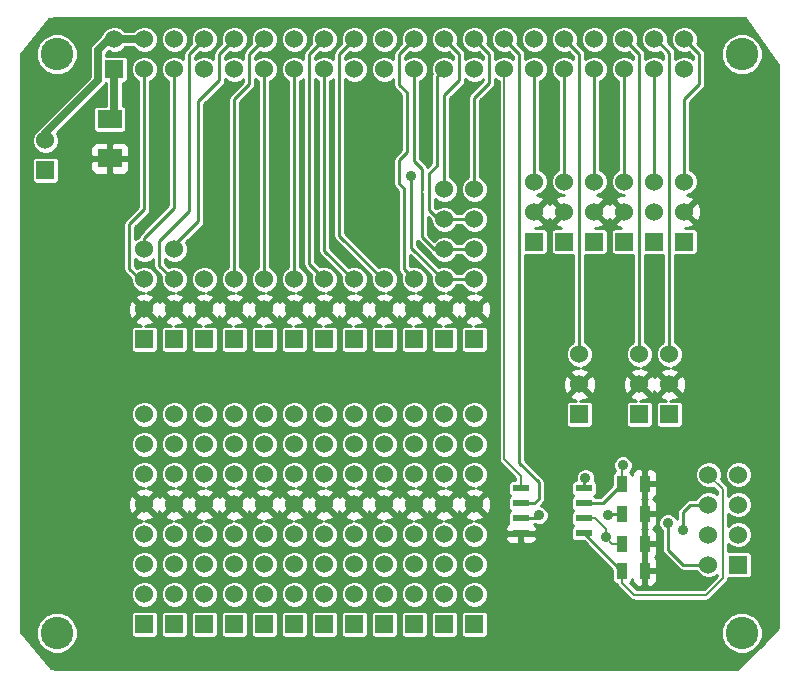
<source format=gtl>
G04 (created by PCBNEW (2013-05-31 BZR 4019)-stable) date 8/17/2014 9:53:35 PM*
%MOIN*%
G04 Gerber Fmt 3.4, Leading zero omitted, Abs format*
%FSLAX34Y34*%
G01*
G70*
G90*
G04 APERTURE LIST*
%ADD10C,0.00590551*%
%ADD11R,0.06X0.06*%
%ADD12C,0.06*%
%ADD13R,0.08X0.06*%
%ADD14R,0.035X0.055*%
%ADD15R,0.0551X0.0236*%
%ADD16C,0.108268*%
%ADD17C,0.035*%
%ADD18C,0.01*%
%ADD19C,0.008*%
%ADD20C,0.025*%
G04 APERTURE END LIST*
G54D10*
G54D11*
X5295Y-10877D03*
G54D12*
X5295Y-9877D03*
X5295Y-8877D03*
X5295Y-7877D03*
G54D11*
X7295Y-10877D03*
G54D12*
X7295Y-9877D03*
X7295Y-8877D03*
G54D11*
X9295Y-10877D03*
G54D12*
X9295Y-9877D03*
X9295Y-8877D03*
G54D11*
X11295Y-10877D03*
G54D12*
X11295Y-9877D03*
X11295Y-8877D03*
G54D11*
X13295Y-10877D03*
G54D12*
X13295Y-9877D03*
X13295Y-8877D03*
G54D11*
X10295Y-10877D03*
G54D12*
X10295Y-9877D03*
X10295Y-8877D03*
G54D11*
X12295Y-10877D03*
G54D12*
X12295Y-9877D03*
X12295Y-8877D03*
G54D11*
X15295Y-10877D03*
G54D12*
X15295Y-9877D03*
X15295Y-8877D03*
X15295Y-7877D03*
X15295Y-6877D03*
X15295Y-5877D03*
G54D11*
X4295Y-10877D03*
G54D12*
X4295Y-9877D03*
X4295Y-8877D03*
X4295Y-7877D03*
G54D11*
X8295Y-10877D03*
G54D12*
X8295Y-9877D03*
X8295Y-8877D03*
G54D11*
X14295Y-10877D03*
G54D12*
X14295Y-9877D03*
X14295Y-8877D03*
X14295Y-7877D03*
X14295Y-6877D03*
X14295Y-5877D03*
G54D13*
X3150Y-3550D03*
X3150Y-4850D03*
G54D11*
X17295Y-7627D03*
G54D12*
X17295Y-6627D03*
X17295Y-5627D03*
G54D11*
X18295Y-7627D03*
G54D12*
X18295Y-6627D03*
X18295Y-5627D03*
G54D11*
X19295Y-7627D03*
G54D12*
X19295Y-6627D03*
X19295Y-5627D03*
G54D11*
X20295Y-7627D03*
G54D12*
X20295Y-6627D03*
X20295Y-5627D03*
G54D11*
X21295Y-7627D03*
G54D12*
X21295Y-6627D03*
X21295Y-5627D03*
G54D11*
X18795Y-13377D03*
G54D12*
X18795Y-12377D03*
X18795Y-11377D03*
G54D11*
X20795Y-13377D03*
G54D12*
X20795Y-12377D03*
X20795Y-11377D03*
G54D11*
X21795Y-13377D03*
G54D12*
X21795Y-12377D03*
X21795Y-11377D03*
G54D11*
X22295Y-7627D03*
G54D12*
X22295Y-6627D03*
X22295Y-5627D03*
G54D11*
X3295Y-1877D03*
G54D12*
X3295Y-877D03*
X8295Y-1877D03*
X4295Y-877D03*
X9295Y-1877D03*
X5295Y-877D03*
X10295Y-1877D03*
X6295Y-877D03*
X11295Y-1877D03*
X7295Y-877D03*
X12295Y-1877D03*
X8295Y-877D03*
X13295Y-1877D03*
X9295Y-877D03*
X14295Y-1877D03*
X10295Y-877D03*
X15295Y-1877D03*
X11295Y-877D03*
X16295Y-1877D03*
X12295Y-877D03*
X17295Y-1877D03*
X13295Y-877D03*
X18295Y-1877D03*
X14295Y-877D03*
X15295Y-877D03*
X19295Y-1877D03*
X16295Y-877D03*
X18295Y-877D03*
X19295Y-877D03*
X20295Y-877D03*
X21295Y-877D03*
X20295Y-1877D03*
X21295Y-1877D03*
X4295Y-1877D03*
X5295Y-1877D03*
X6295Y-1877D03*
X7295Y-1877D03*
X22295Y-1877D03*
X22295Y-877D03*
X17295Y-877D03*
G54D11*
X6295Y-10877D03*
G54D12*
X6295Y-9877D03*
X6295Y-8877D03*
X4295Y-15377D03*
X4295Y-16377D03*
G54D11*
X4295Y-20377D03*
G54D12*
X4295Y-19377D03*
X4295Y-18377D03*
X4295Y-17377D03*
X4295Y-14377D03*
X4295Y-13377D03*
X5295Y-15377D03*
X5295Y-16377D03*
G54D11*
X5295Y-20377D03*
G54D12*
X5295Y-19377D03*
X5295Y-18377D03*
X5295Y-17377D03*
X5295Y-14377D03*
X5295Y-13377D03*
X6295Y-15377D03*
X6295Y-16377D03*
G54D11*
X6295Y-20377D03*
G54D12*
X6295Y-19377D03*
X6295Y-18377D03*
X6295Y-17377D03*
X6295Y-14377D03*
X6295Y-13377D03*
X7295Y-15377D03*
X7295Y-16377D03*
G54D11*
X7295Y-20377D03*
G54D12*
X7295Y-19377D03*
X7295Y-18377D03*
X7295Y-17377D03*
X7295Y-14377D03*
X7295Y-13377D03*
X8295Y-15377D03*
X8295Y-16377D03*
G54D11*
X8295Y-20377D03*
G54D12*
X8295Y-19377D03*
X8295Y-18377D03*
X8295Y-17377D03*
X8295Y-14377D03*
X8295Y-13377D03*
X9295Y-15377D03*
X9295Y-16377D03*
G54D11*
X9295Y-20377D03*
G54D12*
X9295Y-19377D03*
X9295Y-18377D03*
X9295Y-17377D03*
X9295Y-14377D03*
X9295Y-13377D03*
X10295Y-15377D03*
X10295Y-16377D03*
G54D11*
X10295Y-20377D03*
G54D12*
X10295Y-19377D03*
X10295Y-18377D03*
X10295Y-17377D03*
X10295Y-14377D03*
X10295Y-13377D03*
X11295Y-15377D03*
X11295Y-16377D03*
G54D11*
X11295Y-20377D03*
G54D12*
X11295Y-19377D03*
X11295Y-18377D03*
X11295Y-17377D03*
X11295Y-14377D03*
X11295Y-13377D03*
X12295Y-15377D03*
X12295Y-16377D03*
G54D11*
X12295Y-20377D03*
G54D12*
X12295Y-19377D03*
X12295Y-18377D03*
X12295Y-17377D03*
X12295Y-14377D03*
X12295Y-13377D03*
X13295Y-15377D03*
X13295Y-16377D03*
G54D11*
X13295Y-20377D03*
G54D12*
X13295Y-19377D03*
X13295Y-18377D03*
X13295Y-17377D03*
X13295Y-14377D03*
X13295Y-13377D03*
X14295Y-15377D03*
X14295Y-16377D03*
G54D11*
X14295Y-20377D03*
G54D12*
X14295Y-19377D03*
X14295Y-18377D03*
X14295Y-17377D03*
X14295Y-14377D03*
X14295Y-13377D03*
X15295Y-15377D03*
X15295Y-16377D03*
G54D11*
X15295Y-20377D03*
G54D12*
X15295Y-19377D03*
X15295Y-18377D03*
X15295Y-17377D03*
X15295Y-14377D03*
X15295Y-13377D03*
G54D14*
X20975Y-15700D03*
X20225Y-15700D03*
X20975Y-17700D03*
X20225Y-17700D03*
X20975Y-18600D03*
X20225Y-18600D03*
X20975Y-16700D03*
X20225Y-16700D03*
G54D15*
X16850Y-17350D03*
X18950Y-17350D03*
X16850Y-16850D03*
X16850Y-16350D03*
X16850Y-15850D03*
X18950Y-16850D03*
X18950Y-16350D03*
X18950Y-15850D03*
G54D11*
X24100Y-18400D03*
G54D12*
X23100Y-18400D03*
X24100Y-17400D03*
X23100Y-17400D03*
X24100Y-16400D03*
X23100Y-16400D03*
X24100Y-15400D03*
X23100Y-15400D03*
G54D11*
X1000Y-5250D03*
G54D12*
X1000Y-4250D03*
G54D16*
X24212Y-20669D03*
X1377Y-20669D03*
X24212Y-1377D03*
X1377Y-1377D03*
G54D17*
X19675Y-17475D03*
X22250Y-17250D03*
X20250Y-15075D03*
X19000Y-15500D03*
X13195Y-5427D03*
X21750Y-17000D03*
X19750Y-16750D03*
X17450Y-16750D03*
G54D18*
X20225Y-18600D02*
X20200Y-18600D01*
X20200Y-18600D02*
X18950Y-17350D01*
G54D19*
X20225Y-18600D02*
X20225Y-19000D01*
X23575Y-15875D02*
X23100Y-15400D01*
X23575Y-18850D02*
X23575Y-15875D01*
X23025Y-19400D02*
X23575Y-18850D01*
X20625Y-19400D02*
X23025Y-19400D01*
X20225Y-19000D02*
X20625Y-19400D01*
G54D18*
X23100Y-16400D02*
X22500Y-16400D01*
X22250Y-16650D02*
X22250Y-17250D01*
X22500Y-16400D02*
X22250Y-16650D01*
G54D19*
X18950Y-16850D02*
X19325Y-16850D01*
X19675Y-17200D02*
X19675Y-17475D01*
X19325Y-16850D02*
X19675Y-17200D01*
X20225Y-17700D02*
X19900Y-17700D01*
X19900Y-17700D02*
X19675Y-17475D01*
G54D18*
X18950Y-16350D02*
X19575Y-16350D01*
X19575Y-16350D02*
X20225Y-15700D01*
G54D19*
X20250Y-15075D02*
X20225Y-15100D01*
X20225Y-15100D02*
X20225Y-15700D01*
G54D18*
X18950Y-15850D02*
X18950Y-15550D01*
X18950Y-15550D02*
X19000Y-15500D01*
X18795Y-11377D02*
X18795Y-1377D01*
X18795Y-1377D02*
X18295Y-877D01*
X19295Y-5627D02*
X19295Y-1877D01*
X20795Y-11377D02*
X20795Y-1377D01*
X20795Y-1377D02*
X20295Y-877D01*
X8295Y-8877D02*
X8295Y-1877D01*
X7295Y-8877D02*
X7295Y-2877D01*
X7795Y-1377D02*
X8295Y-877D01*
X7795Y-2377D02*
X7795Y-1377D01*
X7295Y-2877D02*
X7795Y-2377D01*
X20295Y-5627D02*
X20295Y-1877D01*
X21795Y-11377D02*
X21795Y-1327D01*
X21345Y-877D02*
X21295Y-877D01*
X21795Y-1327D02*
X21345Y-877D01*
X22295Y-5627D02*
X22295Y-2877D01*
X22795Y-1377D02*
X22295Y-877D01*
X22795Y-2377D02*
X22795Y-1377D01*
X22295Y-2877D02*
X22795Y-2377D01*
X11295Y-8877D02*
X11245Y-8877D01*
X10295Y-7927D02*
X10295Y-1877D01*
X11245Y-8877D02*
X10295Y-7927D01*
X10295Y-8877D02*
X9795Y-8377D01*
X9795Y-1377D02*
X10295Y-877D01*
X9795Y-8377D02*
X9795Y-1377D01*
X12295Y-8877D02*
X12245Y-8877D01*
X10795Y-1377D02*
X11295Y-877D01*
X10795Y-7427D02*
X10795Y-1377D01*
X12245Y-8877D02*
X10795Y-7427D01*
X12795Y-4904D02*
X12795Y-5700D01*
X12950Y-8532D02*
X13295Y-8877D01*
X12950Y-5854D02*
X12950Y-8532D01*
X12795Y-5700D02*
X12950Y-5854D01*
X13050Y-2650D02*
X12795Y-2395D01*
X13050Y-4650D02*
X13050Y-2650D01*
X12795Y-4904D02*
X13050Y-4650D01*
X12795Y-1377D02*
X13295Y-877D01*
X12795Y-2395D02*
X12795Y-1377D01*
X21295Y-5627D02*
X21295Y-1877D01*
X9295Y-8877D02*
X9295Y-1877D01*
X17295Y-5627D02*
X17295Y-1877D01*
X18295Y-5627D02*
X18295Y-1877D01*
X5295Y-7877D02*
X5295Y-7754D01*
X6100Y-2950D02*
X6795Y-2254D01*
X6100Y-6950D02*
X6100Y-2950D01*
X5295Y-7754D02*
X6100Y-6950D01*
X6795Y-1377D02*
X7295Y-877D01*
X6795Y-2254D02*
X6795Y-1377D01*
X16850Y-16350D02*
X17300Y-16350D01*
X16800Y-1382D02*
X16295Y-877D01*
X16800Y-15000D02*
X16800Y-1382D01*
X17450Y-15650D02*
X16800Y-15000D01*
X17450Y-16200D02*
X17450Y-15650D01*
X17300Y-16350D02*
X17450Y-16200D01*
X4295Y-7877D02*
X4295Y-7504D01*
X5300Y-2700D02*
X5295Y-2700D01*
X5300Y-6500D02*
X5300Y-2700D01*
X4295Y-7504D02*
X5300Y-6500D01*
X5295Y-2700D02*
X5295Y-1877D01*
G54D19*
X16850Y-15850D02*
X16850Y-15425D01*
X16295Y-14870D02*
X16295Y-1877D01*
X16850Y-15425D02*
X16295Y-14870D01*
G54D18*
X3795Y-8527D02*
X3795Y-7054D01*
X4295Y-6554D02*
X4295Y-1877D01*
X3795Y-7054D02*
X4295Y-6554D01*
X4295Y-8877D02*
X4145Y-8877D01*
X4145Y-8877D02*
X3795Y-8527D01*
X14295Y-5877D02*
X14295Y-2754D01*
X14295Y-2754D02*
X14795Y-2254D01*
X14295Y-877D02*
X14795Y-1377D01*
X14795Y-1377D02*
X14795Y-2254D01*
X15295Y-5877D02*
X15295Y-2827D01*
X15795Y-1377D02*
X15295Y-877D01*
X15795Y-2327D02*
X15795Y-1377D01*
X15295Y-2827D02*
X15795Y-2327D01*
X13545Y-5900D02*
X13545Y-5195D01*
X13545Y-5195D02*
X13295Y-4945D01*
X13295Y-4945D02*
X13295Y-1877D01*
G54D19*
X13545Y-6000D02*
X13545Y-5900D01*
G54D18*
X14295Y-7877D02*
X15295Y-7877D01*
X14295Y-7877D02*
X13945Y-7877D01*
X13545Y-7477D02*
X13545Y-6000D01*
X13945Y-7877D02*
X13545Y-7477D01*
X14295Y-8877D02*
X14245Y-8877D01*
X14245Y-8877D02*
X13195Y-7827D01*
X13195Y-7827D02*
X13195Y-5427D01*
X14295Y-8877D02*
X15295Y-8877D01*
X13795Y-6577D02*
X13795Y-5354D01*
X14050Y-2123D02*
X14295Y-1877D01*
X14050Y-5100D02*
X14050Y-2123D01*
X13795Y-5354D02*
X14050Y-5100D01*
X14295Y-6877D02*
X15295Y-6877D01*
X14295Y-6877D02*
X14095Y-6877D01*
X14095Y-6877D02*
X13795Y-6577D01*
X5295Y-8877D02*
X5245Y-8877D01*
X5245Y-8877D02*
X4800Y-8432D01*
X5800Y-1373D02*
X6295Y-877D01*
X5800Y-6600D02*
X5800Y-1373D01*
X4800Y-7600D02*
X5800Y-6600D01*
X4800Y-8432D02*
X4800Y-7600D01*
X23100Y-18400D02*
X22250Y-18400D01*
X21750Y-17900D02*
X21750Y-17000D01*
X22250Y-18400D02*
X21750Y-17900D01*
X16850Y-16850D02*
X17350Y-16850D01*
X19800Y-16700D02*
X20225Y-16700D01*
X19750Y-16750D02*
X19800Y-16700D01*
X17350Y-16850D02*
X17450Y-16750D01*
G54D20*
X1000Y-4250D02*
X1000Y-4000D01*
X3122Y-877D02*
X3295Y-877D01*
X2750Y-1250D02*
X3122Y-877D01*
X2750Y-2250D02*
X2750Y-1250D01*
X1000Y-4000D02*
X2750Y-2250D01*
X3295Y-877D02*
X4295Y-877D01*
X3295Y-1877D02*
X3295Y-3404D01*
X3295Y-3404D02*
X3150Y-3550D01*
G54D10*
G36*
X21371Y-6633D02*
X21300Y-6704D01*
X21295Y-6698D01*
X21289Y-6704D01*
X21218Y-6633D01*
X21224Y-6627D01*
X21218Y-6622D01*
X21289Y-6551D01*
X21295Y-6557D01*
X21300Y-6551D01*
X21371Y-6622D01*
X21365Y-6627D01*
X21371Y-6633D01*
X21371Y-6633D01*
G37*
G54D18*
X21371Y-6633D02*
X21300Y-6704D01*
X21295Y-6698D01*
X21289Y-6704D01*
X21218Y-6633D01*
X21224Y-6627D01*
X21218Y-6622D01*
X21289Y-6551D01*
X21295Y-6557D01*
X21300Y-6551D01*
X21371Y-6622D01*
X21365Y-6627D01*
X21371Y-6633D01*
G54D10*
G36*
X25420Y-20508D02*
X24904Y-21025D01*
X24904Y-20532D01*
X24904Y-1241D01*
X24799Y-986D01*
X24604Y-792D01*
X24350Y-686D01*
X24075Y-686D01*
X23821Y-791D01*
X23626Y-985D01*
X23521Y-1239D01*
X23521Y-1514D01*
X23626Y-1769D01*
X23820Y-1963D01*
X24074Y-2069D01*
X24349Y-2069D01*
X24603Y-1964D01*
X24798Y-1770D01*
X24903Y-1516D01*
X24904Y-1241D01*
X24904Y-20532D01*
X24799Y-20278D01*
X24604Y-20083D01*
X24550Y-20060D01*
X24550Y-17310D01*
X24481Y-17145D01*
X24355Y-17018D01*
X24189Y-16950D01*
X24010Y-16949D01*
X23845Y-17018D01*
X23765Y-17098D01*
X23765Y-16701D01*
X23844Y-16781D01*
X24010Y-16849D01*
X24189Y-16850D01*
X24354Y-16781D01*
X24481Y-16655D01*
X24549Y-16489D01*
X24550Y-16310D01*
X24550Y-15310D01*
X24481Y-15145D01*
X24355Y-15018D01*
X24189Y-14950D01*
X24010Y-14949D01*
X23845Y-15018D01*
X23718Y-15144D01*
X23650Y-15310D01*
X23649Y-15489D01*
X23718Y-15654D01*
X23844Y-15781D01*
X24010Y-15849D01*
X24189Y-15850D01*
X24354Y-15781D01*
X24481Y-15655D01*
X24549Y-15489D01*
X24550Y-15310D01*
X24550Y-16310D01*
X24481Y-16145D01*
X24355Y-16018D01*
X24189Y-15950D01*
X24010Y-15949D01*
X23845Y-16018D01*
X23765Y-16098D01*
X23765Y-15875D01*
X23750Y-15802D01*
X23709Y-15740D01*
X23709Y-15740D01*
X23523Y-15554D01*
X23549Y-15489D01*
X23550Y-15310D01*
X23481Y-15145D01*
X23355Y-15018D01*
X23189Y-14950D01*
X23010Y-14949D01*
X22995Y-14956D01*
X22995Y-2377D01*
X22995Y-1377D01*
X22982Y-1314D01*
X22980Y-1301D01*
X22980Y-1301D01*
X22936Y-1236D01*
X22722Y-1022D01*
X22745Y-967D01*
X22745Y-788D01*
X22676Y-623D01*
X22550Y-496D01*
X22385Y-428D01*
X22206Y-427D01*
X22040Y-496D01*
X21914Y-622D01*
X21845Y-788D01*
X21845Y-967D01*
X21913Y-1132D01*
X22040Y-1259D01*
X22205Y-1327D01*
X22384Y-1328D01*
X22439Y-1305D01*
X22595Y-1460D01*
X22595Y-1541D01*
X22550Y-1496D01*
X22385Y-1428D01*
X22206Y-1427D01*
X22040Y-1496D01*
X21995Y-1541D01*
X21995Y-1327D01*
X21980Y-1251D01*
X21980Y-1251D01*
X21936Y-1186D01*
X21737Y-987D01*
X21745Y-967D01*
X21745Y-788D01*
X21676Y-623D01*
X21550Y-496D01*
X21385Y-428D01*
X21206Y-427D01*
X21040Y-496D01*
X20914Y-622D01*
X20845Y-788D01*
X20845Y-967D01*
X20913Y-1132D01*
X21040Y-1259D01*
X21205Y-1327D01*
X21384Y-1328D01*
X21475Y-1290D01*
X21595Y-1410D01*
X21595Y-1541D01*
X21550Y-1496D01*
X21385Y-1428D01*
X21206Y-1427D01*
X21040Y-1496D01*
X20995Y-1541D01*
X20995Y-1377D01*
X20982Y-1314D01*
X20980Y-1301D01*
X20980Y-1301D01*
X20936Y-1236D01*
X20722Y-1022D01*
X20745Y-967D01*
X20745Y-788D01*
X20676Y-623D01*
X20550Y-496D01*
X20385Y-428D01*
X20206Y-427D01*
X20040Y-496D01*
X19914Y-622D01*
X19845Y-788D01*
X19845Y-967D01*
X19913Y-1132D01*
X20040Y-1259D01*
X20205Y-1327D01*
X20384Y-1328D01*
X20439Y-1305D01*
X20595Y-1460D01*
X20595Y-1541D01*
X20550Y-1496D01*
X20385Y-1428D01*
X20206Y-1427D01*
X20040Y-1496D01*
X19914Y-1622D01*
X19845Y-1788D01*
X19845Y-1967D01*
X19913Y-2132D01*
X20040Y-2259D01*
X20095Y-2282D01*
X20095Y-5223D01*
X20040Y-5246D01*
X19914Y-5372D01*
X19845Y-5538D01*
X19845Y-5717D01*
X19913Y-5882D01*
X20040Y-6009D01*
X20205Y-6077D01*
X20281Y-6077D01*
X20158Y-6084D01*
X20007Y-6146D01*
X19980Y-6242D01*
X20295Y-6557D01*
X20300Y-6551D01*
X20371Y-6622D01*
X20365Y-6627D01*
X20371Y-6633D01*
X20300Y-6704D01*
X20295Y-6698D01*
X20224Y-6769D01*
X20224Y-6627D01*
X19909Y-6312D01*
X19814Y-6340D01*
X19796Y-6388D01*
X19776Y-6340D01*
X19745Y-6331D01*
X19745Y-5538D01*
X19676Y-5373D01*
X19550Y-5246D01*
X19495Y-5223D01*
X19495Y-2282D01*
X19549Y-2259D01*
X19676Y-2133D01*
X19745Y-1967D01*
X19745Y-1788D01*
X19745Y-788D01*
X19676Y-623D01*
X19550Y-496D01*
X19385Y-428D01*
X19206Y-427D01*
X19040Y-496D01*
X18914Y-622D01*
X18845Y-788D01*
X18845Y-967D01*
X18913Y-1132D01*
X19040Y-1259D01*
X19205Y-1327D01*
X19384Y-1328D01*
X19549Y-1259D01*
X19676Y-1133D01*
X19745Y-967D01*
X19745Y-788D01*
X19745Y-1788D01*
X19676Y-1623D01*
X19550Y-1496D01*
X19385Y-1428D01*
X19206Y-1427D01*
X19040Y-1496D01*
X18995Y-1541D01*
X18995Y-1377D01*
X18982Y-1314D01*
X18980Y-1301D01*
X18980Y-1301D01*
X18936Y-1236D01*
X18722Y-1022D01*
X18745Y-967D01*
X18745Y-788D01*
X18676Y-623D01*
X18550Y-496D01*
X18385Y-428D01*
X18206Y-427D01*
X18040Y-496D01*
X17914Y-622D01*
X17845Y-788D01*
X17845Y-967D01*
X17913Y-1132D01*
X18040Y-1259D01*
X18205Y-1327D01*
X18384Y-1328D01*
X18439Y-1305D01*
X18595Y-1460D01*
X18595Y-1541D01*
X18550Y-1496D01*
X18385Y-1428D01*
X18206Y-1427D01*
X18040Y-1496D01*
X17914Y-1622D01*
X17845Y-1788D01*
X17845Y-1967D01*
X17913Y-2132D01*
X18040Y-2259D01*
X18095Y-2282D01*
X18095Y-5223D01*
X18040Y-5246D01*
X17914Y-5372D01*
X17845Y-5538D01*
X17845Y-5717D01*
X17913Y-5882D01*
X18040Y-6009D01*
X18205Y-6077D01*
X18281Y-6077D01*
X18158Y-6084D01*
X18007Y-6146D01*
X17980Y-6242D01*
X18295Y-6557D01*
X18300Y-6551D01*
X18371Y-6622D01*
X18365Y-6627D01*
X18371Y-6633D01*
X18300Y-6704D01*
X18295Y-6698D01*
X18224Y-6769D01*
X18224Y-6627D01*
X17909Y-6312D01*
X17814Y-6340D01*
X17796Y-6388D01*
X17776Y-6340D01*
X17681Y-6312D01*
X17365Y-6627D01*
X17681Y-6943D01*
X17776Y-6915D01*
X17793Y-6867D01*
X17814Y-6915D01*
X17909Y-6943D01*
X18224Y-6627D01*
X18224Y-6769D01*
X17980Y-7013D01*
X18007Y-7109D01*
X18200Y-7177D01*
X17965Y-7177D01*
X17910Y-7200D01*
X17868Y-7242D01*
X17845Y-7297D01*
X17845Y-7357D01*
X17845Y-7957D01*
X17868Y-8012D01*
X17910Y-8055D01*
X17965Y-8077D01*
X18024Y-8077D01*
X18595Y-8077D01*
X18595Y-10973D01*
X18540Y-10996D01*
X18414Y-11122D01*
X18345Y-11288D01*
X18345Y-11467D01*
X18413Y-11632D01*
X18540Y-11759D01*
X18705Y-11827D01*
X18781Y-11827D01*
X18658Y-11834D01*
X18507Y-11896D01*
X18480Y-11992D01*
X18795Y-12307D01*
X19110Y-11992D01*
X19083Y-11896D01*
X18887Y-11826D01*
X19049Y-11759D01*
X19176Y-11633D01*
X19245Y-11467D01*
X19245Y-11288D01*
X19176Y-11123D01*
X19050Y-10996D01*
X18995Y-10973D01*
X18995Y-8077D01*
X19024Y-8077D01*
X19624Y-8077D01*
X19680Y-8055D01*
X19722Y-8013D01*
X19745Y-7957D01*
X19745Y-7898D01*
X19745Y-7298D01*
X19722Y-7243D01*
X19680Y-7200D01*
X19625Y-7177D01*
X19565Y-7177D01*
X19309Y-7177D01*
X19432Y-7171D01*
X19583Y-7109D01*
X19610Y-7013D01*
X19295Y-6698D01*
X19289Y-6704D01*
X19218Y-6633D01*
X19224Y-6627D01*
X19218Y-6622D01*
X19289Y-6551D01*
X19295Y-6557D01*
X19610Y-6242D01*
X19583Y-6146D01*
X19387Y-6076D01*
X19549Y-6009D01*
X19676Y-5883D01*
X19745Y-5717D01*
X19745Y-5538D01*
X19745Y-6331D01*
X19681Y-6312D01*
X19365Y-6627D01*
X19681Y-6943D01*
X19776Y-6915D01*
X19793Y-6867D01*
X19814Y-6915D01*
X19909Y-6943D01*
X20224Y-6627D01*
X20224Y-6769D01*
X19980Y-7013D01*
X20007Y-7109D01*
X20200Y-7177D01*
X19965Y-7177D01*
X19910Y-7200D01*
X19868Y-7242D01*
X19845Y-7297D01*
X19845Y-7357D01*
X19845Y-7957D01*
X19868Y-8012D01*
X19910Y-8055D01*
X19965Y-8077D01*
X20024Y-8077D01*
X20595Y-8077D01*
X20595Y-10973D01*
X20540Y-10996D01*
X20414Y-11122D01*
X20345Y-11288D01*
X20345Y-11467D01*
X20413Y-11632D01*
X20540Y-11759D01*
X20705Y-11827D01*
X20781Y-11827D01*
X20658Y-11834D01*
X20507Y-11896D01*
X20480Y-11992D01*
X20795Y-12307D01*
X21110Y-11992D01*
X21083Y-11896D01*
X20887Y-11826D01*
X21049Y-11759D01*
X21176Y-11633D01*
X21245Y-11467D01*
X21245Y-11288D01*
X21176Y-11123D01*
X21050Y-10996D01*
X20995Y-10973D01*
X20995Y-8077D01*
X21024Y-8077D01*
X21595Y-8077D01*
X21595Y-10973D01*
X21540Y-10996D01*
X21414Y-11122D01*
X21345Y-11288D01*
X21345Y-11467D01*
X21413Y-11632D01*
X21540Y-11759D01*
X21705Y-11827D01*
X21781Y-11827D01*
X21658Y-11834D01*
X21507Y-11896D01*
X21480Y-11992D01*
X21795Y-12307D01*
X22110Y-11992D01*
X22083Y-11896D01*
X21887Y-11826D01*
X22049Y-11759D01*
X22176Y-11633D01*
X22245Y-11467D01*
X22245Y-11288D01*
X22176Y-11123D01*
X22050Y-10996D01*
X21995Y-10973D01*
X21995Y-8077D01*
X22024Y-8077D01*
X22624Y-8077D01*
X22680Y-8055D01*
X22722Y-8013D01*
X22745Y-7957D01*
X22745Y-7898D01*
X22745Y-7298D01*
X22722Y-7243D01*
X22680Y-7200D01*
X22625Y-7177D01*
X22565Y-7177D01*
X22309Y-7177D01*
X22432Y-7171D01*
X22583Y-7109D01*
X22610Y-7013D01*
X22295Y-6698D01*
X22289Y-6704D01*
X22218Y-6633D01*
X22224Y-6627D01*
X22218Y-6622D01*
X22289Y-6551D01*
X22295Y-6557D01*
X22610Y-6242D01*
X22583Y-6146D01*
X22387Y-6076D01*
X22549Y-6009D01*
X22676Y-5883D01*
X22745Y-5717D01*
X22745Y-5538D01*
X22676Y-5373D01*
X22550Y-5246D01*
X22495Y-5223D01*
X22495Y-2960D01*
X22936Y-2519D01*
X22980Y-2454D01*
X22980Y-2454D01*
X22982Y-2441D01*
X22995Y-2377D01*
X22995Y-2377D01*
X22995Y-14956D01*
X22850Y-15016D01*
X22850Y-6709D01*
X22839Y-6491D01*
X22776Y-6340D01*
X22681Y-6312D01*
X22365Y-6627D01*
X22681Y-6943D01*
X22776Y-6915D01*
X22850Y-6709D01*
X22850Y-15016D01*
X22845Y-15018D01*
X22718Y-15144D01*
X22650Y-15310D01*
X22649Y-15489D01*
X22718Y-15654D01*
X22844Y-15781D01*
X23010Y-15849D01*
X23189Y-15850D01*
X23254Y-15823D01*
X23385Y-15953D01*
X23385Y-16048D01*
X23355Y-16018D01*
X23189Y-15950D01*
X23010Y-15949D01*
X22845Y-16018D01*
X22718Y-16144D01*
X22695Y-16200D01*
X22500Y-16200D01*
X22423Y-16215D01*
X22401Y-16229D01*
X22358Y-16258D01*
X22350Y-16267D01*
X22350Y-12459D01*
X22339Y-12241D01*
X22276Y-12090D01*
X22181Y-12062D01*
X21865Y-12377D01*
X22181Y-12693D01*
X22276Y-12665D01*
X22350Y-12459D01*
X22350Y-16267D01*
X22245Y-16371D01*
X22245Y-13648D01*
X22245Y-13048D01*
X22222Y-12993D01*
X22180Y-12950D01*
X22125Y-12927D01*
X22065Y-12927D01*
X21809Y-12927D01*
X21932Y-12921D01*
X22083Y-12859D01*
X22110Y-12763D01*
X21795Y-12448D01*
X21724Y-12519D01*
X21724Y-12377D01*
X21409Y-12062D01*
X21314Y-12090D01*
X21296Y-12138D01*
X21276Y-12090D01*
X21181Y-12062D01*
X20865Y-12377D01*
X21181Y-12693D01*
X21276Y-12665D01*
X21293Y-12617D01*
X21314Y-12665D01*
X21409Y-12693D01*
X21724Y-12377D01*
X21724Y-12519D01*
X21480Y-12763D01*
X21507Y-12859D01*
X21700Y-12927D01*
X21465Y-12927D01*
X21410Y-12950D01*
X21368Y-12992D01*
X21345Y-13047D01*
X21345Y-13107D01*
X21345Y-13707D01*
X21368Y-13762D01*
X21410Y-13805D01*
X21465Y-13827D01*
X21524Y-13827D01*
X22124Y-13827D01*
X22180Y-13805D01*
X22222Y-13763D01*
X22245Y-13707D01*
X22245Y-13648D01*
X22245Y-16371D01*
X22108Y-16508D01*
X22065Y-16573D01*
X22050Y-16650D01*
X22050Y-16874D01*
X22025Y-16816D01*
X21934Y-16724D01*
X21814Y-16675D01*
X21685Y-16674D01*
X21566Y-16724D01*
X21474Y-16815D01*
X21425Y-16935D01*
X21424Y-17064D01*
X21474Y-17183D01*
X21550Y-17259D01*
X21550Y-17900D01*
X21565Y-17976D01*
X21608Y-18041D01*
X22108Y-18541D01*
X22173Y-18584D01*
X22173Y-18584D01*
X22186Y-18587D01*
X22250Y-18600D01*
X22695Y-18600D01*
X22718Y-18654D01*
X22844Y-18781D01*
X23010Y-18849D01*
X23189Y-18850D01*
X23354Y-18781D01*
X23385Y-18751D01*
X23385Y-18771D01*
X22946Y-19210D01*
X21400Y-19210D01*
X21400Y-18825D01*
X21400Y-18374D01*
X21399Y-18275D01*
X21361Y-18183D01*
X21328Y-18150D01*
X21361Y-18116D01*
X21399Y-18024D01*
X21400Y-17925D01*
X21400Y-17474D01*
X21399Y-17375D01*
X21361Y-17283D01*
X21291Y-17212D01*
X21260Y-17200D01*
X21291Y-17187D01*
X21361Y-17116D01*
X21399Y-17024D01*
X21400Y-16925D01*
X21400Y-16474D01*
X21399Y-16375D01*
X21361Y-16283D01*
X21291Y-16212D01*
X21260Y-16200D01*
X21291Y-16187D01*
X21361Y-16116D01*
X21399Y-16024D01*
X21400Y-15925D01*
X21400Y-15474D01*
X21399Y-15375D01*
X21361Y-15283D01*
X21291Y-15212D01*
X21245Y-15193D01*
X21245Y-13648D01*
X21245Y-13048D01*
X21222Y-12993D01*
X21180Y-12950D01*
X21125Y-12927D01*
X21065Y-12927D01*
X20809Y-12927D01*
X20932Y-12921D01*
X21083Y-12859D01*
X21110Y-12763D01*
X20795Y-12448D01*
X20724Y-12519D01*
X20724Y-12377D01*
X20409Y-12062D01*
X20314Y-12090D01*
X20240Y-12296D01*
X20251Y-12514D01*
X20314Y-12665D01*
X20409Y-12693D01*
X20724Y-12377D01*
X20724Y-12519D01*
X20480Y-12763D01*
X20507Y-12859D01*
X20700Y-12927D01*
X20465Y-12927D01*
X20410Y-12950D01*
X20368Y-12992D01*
X20345Y-13047D01*
X20345Y-13107D01*
X20345Y-13707D01*
X20368Y-13762D01*
X20410Y-13805D01*
X20465Y-13827D01*
X20524Y-13827D01*
X21124Y-13827D01*
X21180Y-13805D01*
X21222Y-13763D01*
X21245Y-13707D01*
X21245Y-13648D01*
X21245Y-15193D01*
X21199Y-15174D01*
X21087Y-15175D01*
X21025Y-15237D01*
X21025Y-15650D01*
X21337Y-15650D01*
X21400Y-15587D01*
X21400Y-15474D01*
X21400Y-15925D01*
X21400Y-15812D01*
X21337Y-15750D01*
X21025Y-15750D01*
X21025Y-16162D01*
X21062Y-16200D01*
X21025Y-16237D01*
X21025Y-16650D01*
X21337Y-16650D01*
X21400Y-16587D01*
X21400Y-16474D01*
X21400Y-16925D01*
X21400Y-16812D01*
X21337Y-16750D01*
X21025Y-16750D01*
X21025Y-17162D01*
X21062Y-17200D01*
X21025Y-17237D01*
X21025Y-17650D01*
X21337Y-17650D01*
X21400Y-17587D01*
X21400Y-17474D01*
X21400Y-17925D01*
X21400Y-17812D01*
X21337Y-17750D01*
X21025Y-17750D01*
X21025Y-18137D01*
X21025Y-18162D01*
X21025Y-18550D01*
X21337Y-18550D01*
X21400Y-18487D01*
X21400Y-18374D01*
X21400Y-18825D01*
X21400Y-18712D01*
X21337Y-18650D01*
X21025Y-18650D01*
X21025Y-19062D01*
X21087Y-19125D01*
X21199Y-19125D01*
X21291Y-19087D01*
X21361Y-19016D01*
X21399Y-18924D01*
X21400Y-18825D01*
X21400Y-19210D01*
X20703Y-19210D01*
X20490Y-18996D01*
X20527Y-18960D01*
X20549Y-18904D01*
X20550Y-18875D01*
X20550Y-18924D01*
X20588Y-19016D01*
X20658Y-19087D01*
X20750Y-19125D01*
X20862Y-19125D01*
X20925Y-19062D01*
X20925Y-18650D01*
X20917Y-18650D01*
X20917Y-18550D01*
X20925Y-18550D01*
X20925Y-18162D01*
X20925Y-18137D01*
X20925Y-17750D01*
X20917Y-17750D01*
X20917Y-17650D01*
X20925Y-17650D01*
X20925Y-17237D01*
X20887Y-17200D01*
X20925Y-17162D01*
X20925Y-16750D01*
X20917Y-16750D01*
X20917Y-16650D01*
X20925Y-16650D01*
X20925Y-16237D01*
X20887Y-16200D01*
X20925Y-16162D01*
X20925Y-15750D01*
X20917Y-15750D01*
X20917Y-15650D01*
X20925Y-15650D01*
X20925Y-15237D01*
X20862Y-15175D01*
X20750Y-15174D01*
X20658Y-15212D01*
X20588Y-15283D01*
X20550Y-15375D01*
X20550Y-15395D01*
X20527Y-15340D01*
X20485Y-15298D01*
X20525Y-15259D01*
X20574Y-15139D01*
X20575Y-15010D01*
X20525Y-14891D01*
X20434Y-14799D01*
X20314Y-14750D01*
X20185Y-14749D01*
X20066Y-14799D01*
X19974Y-14890D01*
X19925Y-15010D01*
X19924Y-15139D01*
X19974Y-15258D01*
X19999Y-15283D01*
X19965Y-15297D01*
X19922Y-15339D01*
X19900Y-15395D01*
X19899Y-15454D01*
X19899Y-15742D01*
X19492Y-16150D01*
X19353Y-16150D01*
X19352Y-16147D01*
X19310Y-16104D01*
X19298Y-16100D01*
X19310Y-16095D01*
X19352Y-16053D01*
X19375Y-15997D01*
X19375Y-15938D01*
X19375Y-15702D01*
X19352Y-15647D01*
X19350Y-15644D01*
X19350Y-12459D01*
X19339Y-12241D01*
X19276Y-12090D01*
X19181Y-12062D01*
X18865Y-12377D01*
X19181Y-12693D01*
X19276Y-12665D01*
X19350Y-12459D01*
X19350Y-15644D01*
X19310Y-15604D01*
X19308Y-15604D01*
X19324Y-15564D01*
X19325Y-15435D01*
X19275Y-15316D01*
X19245Y-15285D01*
X19245Y-13648D01*
X19245Y-13048D01*
X19222Y-12993D01*
X19180Y-12950D01*
X19125Y-12927D01*
X19065Y-12927D01*
X18809Y-12927D01*
X18932Y-12921D01*
X19083Y-12859D01*
X19110Y-12763D01*
X18795Y-12448D01*
X18724Y-12519D01*
X18724Y-12377D01*
X18409Y-12062D01*
X18314Y-12090D01*
X18240Y-12296D01*
X18251Y-12514D01*
X18314Y-12665D01*
X18409Y-12693D01*
X18724Y-12377D01*
X18724Y-12519D01*
X18480Y-12763D01*
X18507Y-12859D01*
X18700Y-12927D01*
X18465Y-12927D01*
X18410Y-12950D01*
X18368Y-12992D01*
X18345Y-13047D01*
X18345Y-13107D01*
X18345Y-13707D01*
X18368Y-13762D01*
X18410Y-13805D01*
X18465Y-13827D01*
X18524Y-13827D01*
X19124Y-13827D01*
X19180Y-13805D01*
X19222Y-13763D01*
X19245Y-13707D01*
X19245Y-13648D01*
X19245Y-15285D01*
X19184Y-15224D01*
X19064Y-15175D01*
X18935Y-15174D01*
X18816Y-15224D01*
X18724Y-15315D01*
X18675Y-15435D01*
X18674Y-15564D01*
X18682Y-15581D01*
X18644Y-15581D01*
X18589Y-15604D01*
X18547Y-15646D01*
X18524Y-15702D01*
X18524Y-15761D01*
X18524Y-15997D01*
X18547Y-16052D01*
X18589Y-16095D01*
X18601Y-16099D01*
X18589Y-16104D01*
X18547Y-16146D01*
X18524Y-16202D01*
X18524Y-16261D01*
X18524Y-16497D01*
X18547Y-16552D01*
X18589Y-16595D01*
X18601Y-16599D01*
X18589Y-16604D01*
X18547Y-16646D01*
X18524Y-16702D01*
X18524Y-16761D01*
X18524Y-16997D01*
X18547Y-17052D01*
X18589Y-17095D01*
X18601Y-17099D01*
X18589Y-17104D01*
X18547Y-17146D01*
X18524Y-17202D01*
X18524Y-17261D01*
X18524Y-17497D01*
X18547Y-17552D01*
X18589Y-17595D01*
X18644Y-17617D01*
X18704Y-17618D01*
X18935Y-17618D01*
X19899Y-18582D01*
X19899Y-18904D01*
X19922Y-18959D01*
X19964Y-19002D01*
X20020Y-19024D01*
X20039Y-19024D01*
X20049Y-19072D01*
X20090Y-19134D01*
X20490Y-19534D01*
X20490Y-19534D01*
X20552Y-19575D01*
X20552Y-19575D01*
X20610Y-19587D01*
X20624Y-19590D01*
X20624Y-19589D01*
X20625Y-19590D01*
X23025Y-19590D01*
X23097Y-19575D01*
X23159Y-19534D01*
X23709Y-18984D01*
X23709Y-18984D01*
X23709Y-18984D01*
X23750Y-18922D01*
X23765Y-18850D01*
X23765Y-18847D01*
X23770Y-18849D01*
X23829Y-18850D01*
X24429Y-18850D01*
X24484Y-18827D01*
X24527Y-18785D01*
X24549Y-18729D01*
X24550Y-18670D01*
X24550Y-18070D01*
X24527Y-18015D01*
X24485Y-17972D01*
X24429Y-17950D01*
X24370Y-17949D01*
X23770Y-17949D01*
X23765Y-17952D01*
X23765Y-17701D01*
X23844Y-17781D01*
X24010Y-17849D01*
X24189Y-17850D01*
X24354Y-17781D01*
X24481Y-17655D01*
X24549Y-17489D01*
X24550Y-17310D01*
X24550Y-20060D01*
X24350Y-19978D01*
X24075Y-19977D01*
X23821Y-20082D01*
X23626Y-20277D01*
X23521Y-20531D01*
X23521Y-20806D01*
X23626Y-21060D01*
X23820Y-21255D01*
X24074Y-21360D01*
X24349Y-21360D01*
X24603Y-21255D01*
X24798Y-21061D01*
X24903Y-20807D01*
X24904Y-20532D01*
X24904Y-21025D01*
X24051Y-21877D01*
X17775Y-21877D01*
X17775Y-16685D01*
X17725Y-16566D01*
X17634Y-16474D01*
X17514Y-16425D01*
X17507Y-16425D01*
X17591Y-16341D01*
X17591Y-16341D01*
X17634Y-16276D01*
X17634Y-16276D01*
X17637Y-16263D01*
X17649Y-16200D01*
X17650Y-16200D01*
X17650Y-15650D01*
X17634Y-15573D01*
X17634Y-15573D01*
X17620Y-15551D01*
X17591Y-15508D01*
X17591Y-15508D01*
X17000Y-14917D01*
X17000Y-8077D01*
X17024Y-8077D01*
X17624Y-8077D01*
X17680Y-8055D01*
X17722Y-8013D01*
X17745Y-7957D01*
X17745Y-7898D01*
X17745Y-7298D01*
X17722Y-7243D01*
X17680Y-7200D01*
X17625Y-7177D01*
X17565Y-7177D01*
X17309Y-7177D01*
X17432Y-7171D01*
X17583Y-7109D01*
X17610Y-7013D01*
X17295Y-6698D01*
X17289Y-6704D01*
X17218Y-6633D01*
X17224Y-6627D01*
X17218Y-6622D01*
X17289Y-6551D01*
X17295Y-6557D01*
X17610Y-6242D01*
X17583Y-6146D01*
X17387Y-6076D01*
X17549Y-6009D01*
X17676Y-5883D01*
X17745Y-5717D01*
X17745Y-5538D01*
X17676Y-5373D01*
X17550Y-5246D01*
X17495Y-5223D01*
X17495Y-2282D01*
X17549Y-2259D01*
X17676Y-2133D01*
X17745Y-1967D01*
X17745Y-1788D01*
X17745Y-788D01*
X17676Y-623D01*
X17550Y-496D01*
X17385Y-428D01*
X17206Y-427D01*
X17040Y-496D01*
X16914Y-622D01*
X16845Y-788D01*
X16845Y-967D01*
X16913Y-1132D01*
X17040Y-1259D01*
X17205Y-1327D01*
X17384Y-1328D01*
X17549Y-1259D01*
X17676Y-1133D01*
X17745Y-967D01*
X17745Y-788D01*
X17745Y-1788D01*
X17676Y-1623D01*
X17550Y-1496D01*
X17385Y-1428D01*
X17206Y-1427D01*
X17040Y-1496D01*
X17000Y-1536D01*
X17000Y-1382D01*
X16999Y-1382D01*
X16984Y-1306D01*
X16984Y-1306D01*
X16970Y-1284D01*
X16941Y-1241D01*
X16941Y-1241D01*
X16722Y-1022D01*
X16745Y-967D01*
X16745Y-788D01*
X16676Y-623D01*
X16550Y-496D01*
X16385Y-428D01*
X16206Y-427D01*
X16040Y-496D01*
X15914Y-622D01*
X15845Y-788D01*
X15845Y-967D01*
X15913Y-1132D01*
X16040Y-1259D01*
X16205Y-1327D01*
X16384Y-1328D01*
X16439Y-1305D01*
X16600Y-1465D01*
X16600Y-1546D01*
X16550Y-1496D01*
X16385Y-1428D01*
X16206Y-1427D01*
X16040Y-1496D01*
X15995Y-1541D01*
X15995Y-1377D01*
X15982Y-1314D01*
X15980Y-1301D01*
X15980Y-1301D01*
X15936Y-1236D01*
X15722Y-1022D01*
X15745Y-967D01*
X15745Y-788D01*
X15676Y-623D01*
X15550Y-496D01*
X15385Y-428D01*
X15206Y-427D01*
X15040Y-496D01*
X14914Y-622D01*
X14845Y-788D01*
X14845Y-967D01*
X14913Y-1132D01*
X15040Y-1259D01*
X15205Y-1327D01*
X15384Y-1328D01*
X15439Y-1305D01*
X15595Y-1460D01*
X15595Y-1541D01*
X15550Y-1496D01*
X15385Y-1428D01*
X15206Y-1427D01*
X15040Y-1496D01*
X14995Y-1541D01*
X14995Y-1377D01*
X14982Y-1314D01*
X14980Y-1301D01*
X14980Y-1301D01*
X14936Y-1236D01*
X14722Y-1022D01*
X14745Y-967D01*
X14745Y-788D01*
X14676Y-623D01*
X14550Y-496D01*
X14385Y-428D01*
X14206Y-427D01*
X14040Y-496D01*
X13914Y-622D01*
X13845Y-788D01*
X13845Y-967D01*
X13913Y-1132D01*
X14040Y-1259D01*
X14205Y-1327D01*
X14384Y-1328D01*
X14439Y-1305D01*
X14595Y-1460D01*
X14595Y-1541D01*
X14550Y-1496D01*
X14385Y-1428D01*
X14206Y-1427D01*
X14040Y-1496D01*
X13914Y-1622D01*
X13845Y-1788D01*
X13845Y-1967D01*
X13873Y-2034D01*
X13865Y-2046D01*
X13850Y-2123D01*
X13850Y-5017D01*
X13733Y-5134D01*
X13730Y-5118D01*
X13730Y-5118D01*
X13715Y-5097D01*
X13686Y-5053D01*
X13686Y-5053D01*
X13495Y-4862D01*
X13495Y-2282D01*
X13549Y-2259D01*
X13676Y-2133D01*
X13745Y-1967D01*
X13745Y-1788D01*
X13676Y-1623D01*
X13550Y-1496D01*
X13385Y-1428D01*
X13206Y-1427D01*
X13040Y-1496D01*
X12995Y-1541D01*
X12995Y-1460D01*
X13150Y-1305D01*
X13205Y-1327D01*
X13384Y-1328D01*
X13549Y-1259D01*
X13676Y-1133D01*
X13745Y-967D01*
X13745Y-788D01*
X13676Y-623D01*
X13550Y-496D01*
X13385Y-428D01*
X13206Y-427D01*
X13040Y-496D01*
X12914Y-622D01*
X12845Y-788D01*
X12845Y-967D01*
X12868Y-1022D01*
X12745Y-1145D01*
X12745Y-788D01*
X12676Y-623D01*
X12550Y-496D01*
X12385Y-428D01*
X12206Y-427D01*
X12040Y-496D01*
X11914Y-622D01*
X11845Y-788D01*
X11845Y-967D01*
X11913Y-1132D01*
X12040Y-1259D01*
X12205Y-1327D01*
X12384Y-1328D01*
X12549Y-1259D01*
X12676Y-1133D01*
X12745Y-967D01*
X12745Y-788D01*
X12745Y-1145D01*
X12653Y-1236D01*
X12610Y-1301D01*
X12595Y-1377D01*
X12595Y-1541D01*
X12550Y-1496D01*
X12385Y-1428D01*
X12206Y-1427D01*
X12040Y-1496D01*
X11914Y-1622D01*
X11845Y-1788D01*
X11845Y-1967D01*
X11913Y-2132D01*
X12040Y-2259D01*
X12205Y-2327D01*
X12384Y-2328D01*
X12549Y-2259D01*
X12595Y-2214D01*
X12595Y-2395D01*
X12610Y-2471D01*
X12653Y-2536D01*
X12850Y-2732D01*
X12850Y-4567D01*
X12653Y-4763D01*
X12610Y-4828D01*
X12595Y-4904D01*
X12595Y-5700D01*
X12610Y-5776D01*
X12653Y-5841D01*
X12750Y-5937D01*
X12750Y-8532D01*
X12765Y-8609D01*
X12808Y-8674D01*
X12867Y-8733D01*
X12845Y-8788D01*
X12845Y-8967D01*
X12913Y-9132D01*
X13040Y-9259D01*
X13205Y-9327D01*
X13281Y-9327D01*
X13158Y-9334D01*
X13007Y-9396D01*
X12980Y-9492D01*
X13295Y-9807D01*
X13610Y-9492D01*
X13583Y-9396D01*
X13387Y-9326D01*
X13549Y-9259D01*
X13676Y-9133D01*
X13745Y-8967D01*
X13745Y-8788D01*
X13676Y-8623D01*
X13550Y-8496D01*
X13385Y-8428D01*
X13206Y-8427D01*
X13150Y-8450D01*
X13150Y-8449D01*
X13150Y-8065D01*
X13853Y-8768D01*
X13845Y-8788D01*
X13845Y-8967D01*
X13913Y-9132D01*
X14040Y-9259D01*
X14205Y-9327D01*
X14281Y-9327D01*
X14158Y-9334D01*
X14007Y-9396D01*
X13980Y-9492D01*
X14295Y-9807D01*
X14610Y-9492D01*
X14583Y-9396D01*
X14387Y-9326D01*
X14549Y-9259D01*
X14676Y-9133D01*
X14699Y-9077D01*
X14891Y-9077D01*
X14913Y-9132D01*
X15040Y-9259D01*
X15205Y-9327D01*
X15281Y-9327D01*
X15158Y-9334D01*
X15007Y-9396D01*
X14980Y-9492D01*
X15295Y-9807D01*
X15610Y-9492D01*
X15583Y-9396D01*
X15387Y-9326D01*
X15549Y-9259D01*
X15676Y-9133D01*
X15745Y-8967D01*
X15745Y-8788D01*
X15676Y-8623D01*
X15550Y-8496D01*
X15385Y-8428D01*
X15206Y-8427D01*
X15040Y-8496D01*
X14914Y-8622D01*
X14891Y-8677D01*
X14699Y-8677D01*
X14676Y-8623D01*
X14550Y-8496D01*
X14385Y-8428D01*
X14206Y-8427D01*
X14115Y-8465D01*
X13395Y-7745D01*
X13395Y-7606D01*
X13403Y-7619D01*
X13803Y-8019D01*
X13803Y-8019D01*
X13847Y-8048D01*
X13868Y-8062D01*
X13868Y-8062D01*
X13886Y-8066D01*
X13886Y-8066D01*
X13913Y-8132D01*
X14040Y-8259D01*
X14205Y-8327D01*
X14384Y-8328D01*
X14549Y-8259D01*
X14676Y-8133D01*
X14699Y-8077D01*
X14891Y-8077D01*
X14913Y-8132D01*
X15040Y-8259D01*
X15205Y-8327D01*
X15384Y-8328D01*
X15549Y-8259D01*
X15676Y-8133D01*
X15745Y-7967D01*
X15745Y-7788D01*
X15676Y-7623D01*
X15550Y-7496D01*
X15385Y-7428D01*
X15206Y-7427D01*
X15040Y-7496D01*
X14914Y-7622D01*
X14891Y-7677D01*
X14699Y-7677D01*
X14676Y-7623D01*
X14550Y-7496D01*
X14385Y-7428D01*
X14206Y-7427D01*
X14040Y-7496D01*
X13943Y-7593D01*
X13745Y-7395D01*
X13745Y-6810D01*
X13845Y-6910D01*
X13845Y-6967D01*
X13913Y-7132D01*
X14040Y-7259D01*
X14205Y-7327D01*
X14384Y-7328D01*
X14549Y-7259D01*
X14676Y-7133D01*
X14699Y-7077D01*
X14891Y-7077D01*
X14913Y-7132D01*
X15040Y-7259D01*
X15205Y-7327D01*
X15384Y-7328D01*
X15549Y-7259D01*
X15676Y-7133D01*
X15745Y-6967D01*
X15745Y-6788D01*
X15676Y-6623D01*
X15550Y-6496D01*
X15385Y-6428D01*
X15206Y-6427D01*
X15040Y-6496D01*
X14914Y-6622D01*
X14891Y-6677D01*
X14699Y-6677D01*
X14676Y-6623D01*
X14550Y-6496D01*
X14385Y-6428D01*
X14206Y-6427D01*
X14040Y-6496D01*
X14018Y-6518D01*
X13995Y-6495D01*
X13995Y-6214D01*
X14040Y-6259D01*
X14205Y-6327D01*
X14384Y-6328D01*
X14549Y-6259D01*
X14676Y-6133D01*
X14745Y-5967D01*
X14745Y-5788D01*
X14676Y-5623D01*
X14550Y-5496D01*
X14495Y-5473D01*
X14495Y-2837D01*
X14936Y-2396D01*
X14980Y-2331D01*
X14980Y-2331D01*
X14982Y-2318D01*
X14995Y-2254D01*
X14995Y-2254D01*
X14995Y-2214D01*
X15040Y-2259D01*
X15205Y-2327D01*
X15384Y-2328D01*
X15549Y-2259D01*
X15595Y-2214D01*
X15595Y-2245D01*
X15153Y-2686D01*
X15110Y-2751D01*
X15095Y-2827D01*
X15095Y-5473D01*
X15040Y-5496D01*
X14914Y-5622D01*
X14845Y-5788D01*
X14845Y-5967D01*
X14913Y-6132D01*
X15040Y-6259D01*
X15205Y-6327D01*
X15384Y-6328D01*
X15549Y-6259D01*
X15676Y-6133D01*
X15745Y-5967D01*
X15745Y-5788D01*
X15676Y-5623D01*
X15550Y-5496D01*
X15495Y-5473D01*
X15495Y-2910D01*
X15936Y-2469D01*
X15980Y-2404D01*
X15980Y-2404D01*
X15982Y-2391D01*
X15995Y-2327D01*
X15995Y-2327D01*
X15995Y-2214D01*
X16040Y-2259D01*
X16105Y-2286D01*
X16105Y-14870D01*
X16119Y-14942D01*
X16160Y-15004D01*
X16660Y-15503D01*
X16660Y-15581D01*
X16544Y-15581D01*
X16489Y-15604D01*
X16447Y-15646D01*
X16424Y-15702D01*
X16424Y-15761D01*
X16424Y-15997D01*
X16447Y-16052D01*
X16489Y-16095D01*
X16501Y-16099D01*
X16489Y-16104D01*
X16447Y-16146D01*
X16424Y-16202D01*
X16424Y-16261D01*
X16424Y-16497D01*
X16447Y-16552D01*
X16489Y-16595D01*
X16501Y-16599D01*
X16489Y-16604D01*
X16447Y-16646D01*
X16424Y-16702D01*
X16424Y-16761D01*
X16424Y-16997D01*
X16433Y-17019D01*
X16432Y-17020D01*
X16362Y-17090D01*
X16324Y-17182D01*
X16324Y-17237D01*
X16387Y-17300D01*
X16800Y-17300D01*
X16800Y-17292D01*
X16900Y-17292D01*
X16900Y-17300D01*
X17313Y-17300D01*
X17375Y-17237D01*
X17375Y-17182D01*
X17337Y-17090D01*
X17297Y-17050D01*
X17324Y-17050D01*
X17385Y-17074D01*
X17514Y-17075D01*
X17633Y-17025D01*
X17725Y-16934D01*
X17774Y-16814D01*
X17775Y-16685D01*
X17775Y-21877D01*
X17375Y-21877D01*
X17375Y-17517D01*
X17375Y-17462D01*
X17313Y-17400D01*
X16900Y-17400D01*
X16900Y-17655D01*
X16962Y-17718D01*
X17075Y-17718D01*
X17175Y-17717D01*
X17267Y-17679D01*
X17337Y-17609D01*
X17375Y-17517D01*
X17375Y-21877D01*
X16800Y-21877D01*
X16800Y-17655D01*
X16800Y-17400D01*
X16387Y-17400D01*
X16324Y-17462D01*
X16324Y-17517D01*
X16362Y-17609D01*
X16432Y-17679D01*
X16524Y-17717D01*
X16624Y-17718D01*
X16737Y-17718D01*
X16800Y-17655D01*
X16800Y-21877D01*
X15850Y-21877D01*
X15850Y-16459D01*
X15850Y-9959D01*
X15839Y-9741D01*
X15776Y-9590D01*
X15681Y-9562D01*
X15365Y-9877D01*
X15681Y-10193D01*
X15776Y-10165D01*
X15850Y-9959D01*
X15850Y-16459D01*
X15839Y-16241D01*
X15776Y-16090D01*
X15745Y-16081D01*
X15745Y-15288D01*
X15745Y-14288D01*
X15745Y-13288D01*
X15745Y-13288D01*
X15745Y-11148D01*
X15745Y-10548D01*
X15722Y-10493D01*
X15680Y-10450D01*
X15625Y-10427D01*
X15565Y-10427D01*
X15309Y-10427D01*
X15432Y-10421D01*
X15583Y-10359D01*
X15610Y-10263D01*
X15295Y-9948D01*
X15224Y-10019D01*
X15224Y-9877D01*
X14909Y-9562D01*
X14814Y-9590D01*
X14796Y-9638D01*
X14776Y-9590D01*
X14681Y-9562D01*
X14365Y-9877D01*
X14681Y-10193D01*
X14776Y-10165D01*
X14793Y-10117D01*
X14814Y-10165D01*
X14909Y-10193D01*
X15224Y-9877D01*
X15224Y-10019D01*
X14980Y-10263D01*
X15007Y-10359D01*
X15200Y-10427D01*
X14965Y-10427D01*
X14910Y-10450D01*
X14868Y-10492D01*
X14845Y-10547D01*
X14845Y-10607D01*
X14845Y-11207D01*
X14868Y-11262D01*
X14910Y-11305D01*
X14965Y-11327D01*
X15024Y-11327D01*
X15624Y-11327D01*
X15680Y-11305D01*
X15722Y-11263D01*
X15745Y-11207D01*
X15745Y-11148D01*
X15745Y-13288D01*
X15676Y-13123D01*
X15550Y-12996D01*
X15385Y-12928D01*
X15206Y-12927D01*
X15040Y-12996D01*
X14914Y-13122D01*
X14845Y-13288D01*
X14845Y-13467D01*
X14913Y-13632D01*
X15040Y-13759D01*
X15205Y-13827D01*
X15384Y-13828D01*
X15549Y-13759D01*
X15676Y-13633D01*
X15745Y-13467D01*
X15745Y-13288D01*
X15745Y-14288D01*
X15676Y-14123D01*
X15550Y-13996D01*
X15385Y-13928D01*
X15206Y-13927D01*
X15040Y-13996D01*
X14914Y-14122D01*
X14845Y-14288D01*
X14845Y-14467D01*
X14913Y-14632D01*
X15040Y-14759D01*
X15205Y-14827D01*
X15384Y-14828D01*
X15549Y-14759D01*
X15676Y-14633D01*
X15745Y-14467D01*
X15745Y-14288D01*
X15745Y-15288D01*
X15676Y-15123D01*
X15550Y-14996D01*
X15385Y-14928D01*
X15206Y-14927D01*
X15040Y-14996D01*
X14914Y-15122D01*
X14845Y-15288D01*
X14845Y-15467D01*
X14913Y-15632D01*
X15040Y-15759D01*
X15205Y-15827D01*
X15281Y-15827D01*
X15158Y-15834D01*
X15007Y-15896D01*
X14980Y-15992D01*
X15295Y-16307D01*
X15610Y-15992D01*
X15583Y-15896D01*
X15387Y-15826D01*
X15549Y-15759D01*
X15676Y-15633D01*
X15745Y-15467D01*
X15745Y-15288D01*
X15745Y-16081D01*
X15681Y-16062D01*
X15365Y-16377D01*
X15681Y-16693D01*
X15776Y-16665D01*
X15850Y-16459D01*
X15850Y-21877D01*
X15745Y-21877D01*
X15745Y-19288D01*
X15745Y-18288D01*
X15745Y-17288D01*
X15676Y-17123D01*
X15550Y-16996D01*
X15385Y-16928D01*
X15308Y-16927D01*
X15432Y-16921D01*
X15583Y-16859D01*
X15610Y-16763D01*
X15295Y-16448D01*
X15224Y-16519D01*
X15224Y-16377D01*
X14909Y-16062D01*
X14814Y-16090D01*
X14796Y-16138D01*
X14776Y-16090D01*
X14745Y-16081D01*
X14745Y-15288D01*
X14745Y-14288D01*
X14745Y-13288D01*
X14745Y-13288D01*
X14745Y-11148D01*
X14745Y-10548D01*
X14722Y-10493D01*
X14680Y-10450D01*
X14625Y-10427D01*
X14565Y-10427D01*
X14309Y-10427D01*
X14432Y-10421D01*
X14583Y-10359D01*
X14610Y-10263D01*
X14295Y-9948D01*
X14224Y-10019D01*
X14224Y-9877D01*
X13909Y-9562D01*
X13814Y-9590D01*
X13796Y-9638D01*
X13776Y-9590D01*
X13681Y-9562D01*
X13365Y-9877D01*
X13681Y-10193D01*
X13776Y-10165D01*
X13793Y-10117D01*
X13814Y-10165D01*
X13909Y-10193D01*
X14224Y-9877D01*
X14224Y-10019D01*
X13980Y-10263D01*
X14007Y-10359D01*
X14200Y-10427D01*
X13965Y-10427D01*
X13910Y-10450D01*
X13868Y-10492D01*
X13845Y-10547D01*
X13845Y-10607D01*
X13845Y-11207D01*
X13868Y-11262D01*
X13910Y-11305D01*
X13965Y-11327D01*
X14024Y-11327D01*
X14624Y-11327D01*
X14680Y-11305D01*
X14722Y-11263D01*
X14745Y-11207D01*
X14745Y-11148D01*
X14745Y-13288D01*
X14676Y-13123D01*
X14550Y-12996D01*
X14385Y-12928D01*
X14206Y-12927D01*
X14040Y-12996D01*
X13914Y-13122D01*
X13845Y-13288D01*
X13845Y-13467D01*
X13913Y-13632D01*
X14040Y-13759D01*
X14205Y-13827D01*
X14384Y-13828D01*
X14549Y-13759D01*
X14676Y-13633D01*
X14745Y-13467D01*
X14745Y-13288D01*
X14745Y-14288D01*
X14676Y-14123D01*
X14550Y-13996D01*
X14385Y-13928D01*
X14206Y-13927D01*
X14040Y-13996D01*
X13914Y-14122D01*
X13845Y-14288D01*
X13845Y-14467D01*
X13913Y-14632D01*
X14040Y-14759D01*
X14205Y-14827D01*
X14384Y-14828D01*
X14549Y-14759D01*
X14676Y-14633D01*
X14745Y-14467D01*
X14745Y-14288D01*
X14745Y-15288D01*
X14676Y-15123D01*
X14550Y-14996D01*
X14385Y-14928D01*
X14206Y-14927D01*
X14040Y-14996D01*
X13914Y-15122D01*
X13845Y-15288D01*
X13845Y-15467D01*
X13913Y-15632D01*
X14040Y-15759D01*
X14205Y-15827D01*
X14281Y-15827D01*
X14158Y-15834D01*
X14007Y-15896D01*
X13980Y-15992D01*
X14295Y-16307D01*
X14610Y-15992D01*
X14583Y-15896D01*
X14387Y-15826D01*
X14549Y-15759D01*
X14676Y-15633D01*
X14745Y-15467D01*
X14745Y-15288D01*
X14745Y-16081D01*
X14681Y-16062D01*
X14365Y-16377D01*
X14681Y-16693D01*
X14776Y-16665D01*
X14793Y-16617D01*
X14814Y-16665D01*
X14909Y-16693D01*
X15224Y-16377D01*
X15224Y-16519D01*
X14980Y-16763D01*
X15007Y-16859D01*
X15203Y-16929D01*
X15040Y-16996D01*
X14914Y-17122D01*
X14845Y-17288D01*
X14845Y-17467D01*
X14913Y-17632D01*
X15040Y-17759D01*
X15205Y-17827D01*
X15384Y-17828D01*
X15549Y-17759D01*
X15676Y-17633D01*
X15745Y-17467D01*
X15745Y-17288D01*
X15745Y-18288D01*
X15676Y-18123D01*
X15550Y-17996D01*
X15385Y-17928D01*
X15206Y-17927D01*
X15040Y-17996D01*
X14914Y-18122D01*
X14845Y-18288D01*
X14845Y-18467D01*
X14913Y-18632D01*
X15040Y-18759D01*
X15205Y-18827D01*
X15384Y-18828D01*
X15549Y-18759D01*
X15676Y-18633D01*
X15745Y-18467D01*
X15745Y-18288D01*
X15745Y-19288D01*
X15676Y-19123D01*
X15550Y-18996D01*
X15385Y-18928D01*
X15206Y-18927D01*
X15040Y-18996D01*
X14914Y-19122D01*
X14845Y-19288D01*
X14845Y-19467D01*
X14913Y-19632D01*
X15040Y-19759D01*
X15205Y-19827D01*
X15384Y-19828D01*
X15549Y-19759D01*
X15676Y-19633D01*
X15745Y-19467D01*
X15745Y-19288D01*
X15745Y-21877D01*
X15745Y-21877D01*
X15745Y-20648D01*
X15745Y-20048D01*
X15722Y-19993D01*
X15680Y-19950D01*
X15625Y-19927D01*
X15565Y-19927D01*
X14965Y-19927D01*
X14910Y-19950D01*
X14868Y-19992D01*
X14845Y-20047D01*
X14845Y-20107D01*
X14845Y-20707D01*
X14868Y-20762D01*
X14910Y-20805D01*
X14965Y-20827D01*
X15024Y-20827D01*
X15624Y-20827D01*
X15680Y-20805D01*
X15722Y-20763D01*
X15745Y-20707D01*
X15745Y-20648D01*
X15745Y-21877D01*
X14745Y-21877D01*
X14745Y-19288D01*
X14745Y-18288D01*
X14745Y-17288D01*
X14676Y-17123D01*
X14550Y-16996D01*
X14385Y-16928D01*
X14308Y-16927D01*
X14432Y-16921D01*
X14583Y-16859D01*
X14610Y-16763D01*
X14295Y-16448D01*
X14224Y-16519D01*
X14224Y-16377D01*
X13909Y-16062D01*
X13814Y-16090D01*
X13796Y-16138D01*
X13776Y-16090D01*
X13745Y-16081D01*
X13745Y-15288D01*
X13745Y-14288D01*
X13745Y-13288D01*
X13745Y-13288D01*
X13745Y-11148D01*
X13745Y-10548D01*
X13722Y-10493D01*
X13680Y-10450D01*
X13625Y-10427D01*
X13565Y-10427D01*
X13309Y-10427D01*
X13432Y-10421D01*
X13583Y-10359D01*
X13610Y-10263D01*
X13295Y-9948D01*
X13224Y-10019D01*
X13224Y-9877D01*
X12909Y-9562D01*
X12814Y-9590D01*
X12796Y-9638D01*
X12776Y-9590D01*
X12745Y-9581D01*
X12745Y-8788D01*
X12676Y-8623D01*
X12550Y-8496D01*
X12385Y-8428D01*
X12206Y-8427D01*
X12115Y-8465D01*
X10995Y-7345D01*
X10995Y-2214D01*
X11040Y-2259D01*
X11205Y-2327D01*
X11384Y-2328D01*
X11549Y-2259D01*
X11676Y-2133D01*
X11745Y-1967D01*
X11745Y-1788D01*
X11676Y-1623D01*
X11550Y-1496D01*
X11385Y-1428D01*
X11206Y-1427D01*
X11040Y-1496D01*
X10995Y-1541D01*
X10995Y-1460D01*
X11150Y-1305D01*
X11205Y-1327D01*
X11384Y-1328D01*
X11549Y-1259D01*
X11676Y-1133D01*
X11745Y-967D01*
X11745Y-788D01*
X11676Y-623D01*
X11550Y-496D01*
X11385Y-428D01*
X11206Y-427D01*
X11040Y-496D01*
X10914Y-622D01*
X10845Y-788D01*
X10845Y-967D01*
X10868Y-1022D01*
X10653Y-1236D01*
X10610Y-1301D01*
X10595Y-1377D01*
X10595Y-1541D01*
X10550Y-1496D01*
X10385Y-1428D01*
X10206Y-1427D01*
X10040Y-1496D01*
X9995Y-1541D01*
X9995Y-1460D01*
X10150Y-1305D01*
X10205Y-1327D01*
X10384Y-1328D01*
X10549Y-1259D01*
X10676Y-1133D01*
X10745Y-967D01*
X10745Y-788D01*
X10676Y-623D01*
X10550Y-496D01*
X10385Y-428D01*
X10206Y-427D01*
X10040Y-496D01*
X9914Y-622D01*
X9845Y-788D01*
X9845Y-967D01*
X9868Y-1022D01*
X9745Y-1145D01*
X9745Y-788D01*
X9676Y-623D01*
X9550Y-496D01*
X9385Y-428D01*
X9206Y-427D01*
X9040Y-496D01*
X8914Y-622D01*
X8845Y-788D01*
X8845Y-967D01*
X8913Y-1132D01*
X9040Y-1259D01*
X9205Y-1327D01*
X9384Y-1328D01*
X9549Y-1259D01*
X9676Y-1133D01*
X9745Y-967D01*
X9745Y-788D01*
X9745Y-1145D01*
X9653Y-1236D01*
X9610Y-1301D01*
X9595Y-1377D01*
X9595Y-1541D01*
X9550Y-1496D01*
X9385Y-1428D01*
X9206Y-1427D01*
X9040Y-1496D01*
X8914Y-1622D01*
X8845Y-1788D01*
X8845Y-1967D01*
X8913Y-2132D01*
X9040Y-2259D01*
X9095Y-2282D01*
X9095Y-8473D01*
X9040Y-8496D01*
X8914Y-8622D01*
X8845Y-8788D01*
X8845Y-8967D01*
X8913Y-9132D01*
X9040Y-9259D01*
X9205Y-9327D01*
X9281Y-9327D01*
X9158Y-9334D01*
X9007Y-9396D01*
X8980Y-9492D01*
X9295Y-9807D01*
X9610Y-9492D01*
X9583Y-9396D01*
X9387Y-9326D01*
X9549Y-9259D01*
X9676Y-9133D01*
X9745Y-8967D01*
X9745Y-8788D01*
X9676Y-8623D01*
X9550Y-8496D01*
X9495Y-8473D01*
X9495Y-2282D01*
X9549Y-2259D01*
X9595Y-2214D01*
X9595Y-8377D01*
X9610Y-8454D01*
X9653Y-8519D01*
X9867Y-8733D01*
X9845Y-8788D01*
X9845Y-8967D01*
X9913Y-9132D01*
X10040Y-9259D01*
X10205Y-9327D01*
X10281Y-9327D01*
X10158Y-9334D01*
X10007Y-9396D01*
X9980Y-9492D01*
X10295Y-9807D01*
X10610Y-9492D01*
X10583Y-9396D01*
X10387Y-9326D01*
X10549Y-9259D01*
X10676Y-9133D01*
X10745Y-8967D01*
X10745Y-8788D01*
X10676Y-8623D01*
X10550Y-8496D01*
X10385Y-8428D01*
X10206Y-8427D01*
X10150Y-8450D01*
X9995Y-8295D01*
X9995Y-2214D01*
X10040Y-2259D01*
X10095Y-2282D01*
X10095Y-7927D01*
X10110Y-8004D01*
X10153Y-8069D01*
X10853Y-8768D01*
X10845Y-8788D01*
X10845Y-8967D01*
X10913Y-9132D01*
X11040Y-9259D01*
X11205Y-9327D01*
X11281Y-9327D01*
X11158Y-9334D01*
X11007Y-9396D01*
X10980Y-9492D01*
X11295Y-9807D01*
X11610Y-9492D01*
X11583Y-9396D01*
X11387Y-9326D01*
X11549Y-9259D01*
X11676Y-9133D01*
X11745Y-8967D01*
X11745Y-8788D01*
X11676Y-8623D01*
X11550Y-8496D01*
X11385Y-8428D01*
X11206Y-8427D01*
X11115Y-8465D01*
X10495Y-7845D01*
X10495Y-2282D01*
X10549Y-2259D01*
X10595Y-2214D01*
X10595Y-7427D01*
X10610Y-7504D01*
X10653Y-7569D01*
X11853Y-8768D01*
X11845Y-8788D01*
X11845Y-8967D01*
X11913Y-9132D01*
X12040Y-9259D01*
X12205Y-9327D01*
X12281Y-9327D01*
X12158Y-9334D01*
X12007Y-9396D01*
X11980Y-9492D01*
X12295Y-9807D01*
X12610Y-9492D01*
X12583Y-9396D01*
X12387Y-9326D01*
X12549Y-9259D01*
X12676Y-9133D01*
X12745Y-8967D01*
X12745Y-8788D01*
X12745Y-9581D01*
X12681Y-9562D01*
X12365Y-9877D01*
X12681Y-10193D01*
X12776Y-10165D01*
X12793Y-10117D01*
X12814Y-10165D01*
X12909Y-10193D01*
X13224Y-9877D01*
X13224Y-10019D01*
X12980Y-10263D01*
X13007Y-10359D01*
X13200Y-10427D01*
X12965Y-10427D01*
X12910Y-10450D01*
X12868Y-10492D01*
X12845Y-10547D01*
X12845Y-10607D01*
X12845Y-11207D01*
X12868Y-11262D01*
X12910Y-11305D01*
X12965Y-11327D01*
X13024Y-11327D01*
X13624Y-11327D01*
X13680Y-11305D01*
X13722Y-11263D01*
X13745Y-11207D01*
X13745Y-11148D01*
X13745Y-13288D01*
X13676Y-13123D01*
X13550Y-12996D01*
X13385Y-12928D01*
X13206Y-12927D01*
X13040Y-12996D01*
X12914Y-13122D01*
X12845Y-13288D01*
X12845Y-13467D01*
X12913Y-13632D01*
X13040Y-13759D01*
X13205Y-13827D01*
X13384Y-13828D01*
X13549Y-13759D01*
X13676Y-13633D01*
X13745Y-13467D01*
X13745Y-13288D01*
X13745Y-14288D01*
X13676Y-14123D01*
X13550Y-13996D01*
X13385Y-13928D01*
X13206Y-13927D01*
X13040Y-13996D01*
X12914Y-14122D01*
X12845Y-14288D01*
X12845Y-14467D01*
X12913Y-14632D01*
X13040Y-14759D01*
X13205Y-14827D01*
X13384Y-14828D01*
X13549Y-14759D01*
X13676Y-14633D01*
X13745Y-14467D01*
X13745Y-14288D01*
X13745Y-15288D01*
X13676Y-15123D01*
X13550Y-14996D01*
X13385Y-14928D01*
X13206Y-14927D01*
X13040Y-14996D01*
X12914Y-15122D01*
X12845Y-15288D01*
X12845Y-15467D01*
X12913Y-15632D01*
X13040Y-15759D01*
X13205Y-15827D01*
X13281Y-15827D01*
X13158Y-15834D01*
X13007Y-15896D01*
X12980Y-15992D01*
X13295Y-16307D01*
X13610Y-15992D01*
X13583Y-15896D01*
X13387Y-15826D01*
X13549Y-15759D01*
X13676Y-15633D01*
X13745Y-15467D01*
X13745Y-15288D01*
X13745Y-16081D01*
X13681Y-16062D01*
X13365Y-16377D01*
X13681Y-16693D01*
X13776Y-16665D01*
X13793Y-16617D01*
X13814Y-16665D01*
X13909Y-16693D01*
X14224Y-16377D01*
X14224Y-16519D01*
X13980Y-16763D01*
X14007Y-16859D01*
X14203Y-16929D01*
X14040Y-16996D01*
X13914Y-17122D01*
X13845Y-17288D01*
X13845Y-17467D01*
X13913Y-17632D01*
X14040Y-17759D01*
X14205Y-17827D01*
X14384Y-17828D01*
X14549Y-17759D01*
X14676Y-17633D01*
X14745Y-17467D01*
X14745Y-17288D01*
X14745Y-18288D01*
X14676Y-18123D01*
X14550Y-17996D01*
X14385Y-17928D01*
X14206Y-17927D01*
X14040Y-17996D01*
X13914Y-18122D01*
X13845Y-18288D01*
X13845Y-18467D01*
X13913Y-18632D01*
X14040Y-18759D01*
X14205Y-18827D01*
X14384Y-18828D01*
X14549Y-18759D01*
X14676Y-18633D01*
X14745Y-18467D01*
X14745Y-18288D01*
X14745Y-19288D01*
X14676Y-19123D01*
X14550Y-18996D01*
X14385Y-18928D01*
X14206Y-18927D01*
X14040Y-18996D01*
X13914Y-19122D01*
X13845Y-19288D01*
X13845Y-19467D01*
X13913Y-19632D01*
X14040Y-19759D01*
X14205Y-19827D01*
X14384Y-19828D01*
X14549Y-19759D01*
X14676Y-19633D01*
X14745Y-19467D01*
X14745Y-19288D01*
X14745Y-21877D01*
X14745Y-21877D01*
X14745Y-20648D01*
X14745Y-20048D01*
X14722Y-19993D01*
X14680Y-19950D01*
X14625Y-19927D01*
X14565Y-19927D01*
X13965Y-19927D01*
X13910Y-19950D01*
X13868Y-19992D01*
X13845Y-20047D01*
X13845Y-20107D01*
X13845Y-20707D01*
X13868Y-20762D01*
X13910Y-20805D01*
X13965Y-20827D01*
X14024Y-20827D01*
X14624Y-20827D01*
X14680Y-20805D01*
X14722Y-20763D01*
X14745Y-20707D01*
X14745Y-20648D01*
X14745Y-21877D01*
X13745Y-21877D01*
X13745Y-19288D01*
X13745Y-18288D01*
X13745Y-17288D01*
X13676Y-17123D01*
X13550Y-16996D01*
X13385Y-16928D01*
X13308Y-16927D01*
X13432Y-16921D01*
X13583Y-16859D01*
X13610Y-16763D01*
X13295Y-16448D01*
X13224Y-16519D01*
X13224Y-16377D01*
X12909Y-16062D01*
X12814Y-16090D01*
X12796Y-16138D01*
X12776Y-16090D01*
X12745Y-16081D01*
X12745Y-15288D01*
X12745Y-14288D01*
X12745Y-13288D01*
X12745Y-13288D01*
X12745Y-11148D01*
X12745Y-10548D01*
X12722Y-10493D01*
X12680Y-10450D01*
X12625Y-10427D01*
X12565Y-10427D01*
X12309Y-10427D01*
X12432Y-10421D01*
X12583Y-10359D01*
X12610Y-10263D01*
X12295Y-9948D01*
X12224Y-10019D01*
X12224Y-9877D01*
X11909Y-9562D01*
X11814Y-9590D01*
X11796Y-9638D01*
X11776Y-9590D01*
X11681Y-9562D01*
X11365Y-9877D01*
X11681Y-10193D01*
X11776Y-10165D01*
X11793Y-10117D01*
X11814Y-10165D01*
X11909Y-10193D01*
X12224Y-9877D01*
X12224Y-10019D01*
X11980Y-10263D01*
X12007Y-10359D01*
X12200Y-10427D01*
X11965Y-10427D01*
X11910Y-10450D01*
X11868Y-10492D01*
X11845Y-10547D01*
X11845Y-10607D01*
X11845Y-11207D01*
X11868Y-11262D01*
X11910Y-11305D01*
X11965Y-11327D01*
X12024Y-11327D01*
X12624Y-11327D01*
X12680Y-11305D01*
X12722Y-11263D01*
X12745Y-11207D01*
X12745Y-11148D01*
X12745Y-13288D01*
X12676Y-13123D01*
X12550Y-12996D01*
X12385Y-12928D01*
X12206Y-12927D01*
X12040Y-12996D01*
X11914Y-13122D01*
X11845Y-13288D01*
X11845Y-13467D01*
X11913Y-13632D01*
X12040Y-13759D01*
X12205Y-13827D01*
X12384Y-13828D01*
X12549Y-13759D01*
X12676Y-13633D01*
X12745Y-13467D01*
X12745Y-13288D01*
X12745Y-14288D01*
X12676Y-14123D01*
X12550Y-13996D01*
X12385Y-13928D01*
X12206Y-13927D01*
X12040Y-13996D01*
X11914Y-14122D01*
X11845Y-14288D01*
X11845Y-14467D01*
X11913Y-14632D01*
X12040Y-14759D01*
X12205Y-14827D01*
X12384Y-14828D01*
X12549Y-14759D01*
X12676Y-14633D01*
X12745Y-14467D01*
X12745Y-14288D01*
X12745Y-15288D01*
X12676Y-15123D01*
X12550Y-14996D01*
X12385Y-14928D01*
X12206Y-14927D01*
X12040Y-14996D01*
X11914Y-15122D01*
X11845Y-15288D01*
X11845Y-15467D01*
X11913Y-15632D01*
X12040Y-15759D01*
X12205Y-15827D01*
X12281Y-15827D01*
X12158Y-15834D01*
X12007Y-15896D01*
X11980Y-15992D01*
X12295Y-16307D01*
X12610Y-15992D01*
X12583Y-15896D01*
X12387Y-15826D01*
X12549Y-15759D01*
X12676Y-15633D01*
X12745Y-15467D01*
X12745Y-15288D01*
X12745Y-16081D01*
X12681Y-16062D01*
X12365Y-16377D01*
X12681Y-16693D01*
X12776Y-16665D01*
X12793Y-16617D01*
X12814Y-16665D01*
X12909Y-16693D01*
X13224Y-16377D01*
X13224Y-16519D01*
X12980Y-16763D01*
X13007Y-16859D01*
X13203Y-16929D01*
X13040Y-16996D01*
X12914Y-17122D01*
X12845Y-17288D01*
X12845Y-17467D01*
X12913Y-17632D01*
X13040Y-17759D01*
X13205Y-17827D01*
X13384Y-17828D01*
X13549Y-17759D01*
X13676Y-17633D01*
X13745Y-17467D01*
X13745Y-17288D01*
X13745Y-18288D01*
X13676Y-18123D01*
X13550Y-17996D01*
X13385Y-17928D01*
X13206Y-17927D01*
X13040Y-17996D01*
X12914Y-18122D01*
X12845Y-18288D01*
X12845Y-18467D01*
X12913Y-18632D01*
X13040Y-18759D01*
X13205Y-18827D01*
X13384Y-18828D01*
X13549Y-18759D01*
X13676Y-18633D01*
X13745Y-18467D01*
X13745Y-18288D01*
X13745Y-19288D01*
X13676Y-19123D01*
X13550Y-18996D01*
X13385Y-18928D01*
X13206Y-18927D01*
X13040Y-18996D01*
X12914Y-19122D01*
X12845Y-19288D01*
X12845Y-19467D01*
X12913Y-19632D01*
X13040Y-19759D01*
X13205Y-19827D01*
X13384Y-19828D01*
X13549Y-19759D01*
X13676Y-19633D01*
X13745Y-19467D01*
X13745Y-19288D01*
X13745Y-21877D01*
X13745Y-21877D01*
X13745Y-20648D01*
X13745Y-20048D01*
X13722Y-19993D01*
X13680Y-19950D01*
X13625Y-19927D01*
X13565Y-19927D01*
X12965Y-19927D01*
X12910Y-19950D01*
X12868Y-19992D01*
X12845Y-20047D01*
X12845Y-20107D01*
X12845Y-20707D01*
X12868Y-20762D01*
X12910Y-20805D01*
X12965Y-20827D01*
X13024Y-20827D01*
X13624Y-20827D01*
X13680Y-20805D01*
X13722Y-20763D01*
X13745Y-20707D01*
X13745Y-20648D01*
X13745Y-21877D01*
X12745Y-21877D01*
X12745Y-19288D01*
X12745Y-18288D01*
X12745Y-17288D01*
X12676Y-17123D01*
X12550Y-16996D01*
X12385Y-16928D01*
X12308Y-16927D01*
X12432Y-16921D01*
X12583Y-16859D01*
X12610Y-16763D01*
X12295Y-16448D01*
X12224Y-16519D01*
X12224Y-16377D01*
X11909Y-16062D01*
X11814Y-16090D01*
X11796Y-16138D01*
X11776Y-16090D01*
X11745Y-16081D01*
X11745Y-15288D01*
X11745Y-14288D01*
X11745Y-13288D01*
X11745Y-13288D01*
X11745Y-11148D01*
X11745Y-10548D01*
X11722Y-10493D01*
X11680Y-10450D01*
X11625Y-10427D01*
X11565Y-10427D01*
X11309Y-10427D01*
X11432Y-10421D01*
X11583Y-10359D01*
X11610Y-10263D01*
X11295Y-9948D01*
X11224Y-10019D01*
X11224Y-9877D01*
X10909Y-9562D01*
X10814Y-9590D01*
X10796Y-9638D01*
X10776Y-9590D01*
X10681Y-9562D01*
X10365Y-9877D01*
X10681Y-10193D01*
X10776Y-10165D01*
X10793Y-10117D01*
X10814Y-10165D01*
X10909Y-10193D01*
X11224Y-9877D01*
X11224Y-10019D01*
X10980Y-10263D01*
X11007Y-10359D01*
X11200Y-10427D01*
X10965Y-10427D01*
X10910Y-10450D01*
X10868Y-10492D01*
X10845Y-10547D01*
X10845Y-10607D01*
X10845Y-11207D01*
X10868Y-11262D01*
X10910Y-11305D01*
X10965Y-11327D01*
X11024Y-11327D01*
X11624Y-11327D01*
X11680Y-11305D01*
X11722Y-11263D01*
X11745Y-11207D01*
X11745Y-11148D01*
X11745Y-13288D01*
X11676Y-13123D01*
X11550Y-12996D01*
X11385Y-12928D01*
X11206Y-12927D01*
X11040Y-12996D01*
X10914Y-13122D01*
X10845Y-13288D01*
X10845Y-13467D01*
X10913Y-13632D01*
X11040Y-13759D01*
X11205Y-13827D01*
X11384Y-13828D01*
X11549Y-13759D01*
X11676Y-13633D01*
X11745Y-13467D01*
X11745Y-13288D01*
X11745Y-14288D01*
X11676Y-14123D01*
X11550Y-13996D01*
X11385Y-13928D01*
X11206Y-13927D01*
X11040Y-13996D01*
X10914Y-14122D01*
X10845Y-14288D01*
X10845Y-14467D01*
X10913Y-14632D01*
X11040Y-14759D01*
X11205Y-14827D01*
X11384Y-14828D01*
X11549Y-14759D01*
X11676Y-14633D01*
X11745Y-14467D01*
X11745Y-14288D01*
X11745Y-15288D01*
X11676Y-15123D01*
X11550Y-14996D01*
X11385Y-14928D01*
X11206Y-14927D01*
X11040Y-14996D01*
X10914Y-15122D01*
X10845Y-15288D01*
X10845Y-15467D01*
X10913Y-15632D01*
X11040Y-15759D01*
X11205Y-15827D01*
X11281Y-15827D01*
X11158Y-15834D01*
X11007Y-15896D01*
X10980Y-15992D01*
X11295Y-16307D01*
X11610Y-15992D01*
X11583Y-15896D01*
X11387Y-15826D01*
X11549Y-15759D01*
X11676Y-15633D01*
X11745Y-15467D01*
X11745Y-15288D01*
X11745Y-16081D01*
X11681Y-16062D01*
X11365Y-16377D01*
X11681Y-16693D01*
X11776Y-16665D01*
X11793Y-16617D01*
X11814Y-16665D01*
X11909Y-16693D01*
X12224Y-16377D01*
X12224Y-16519D01*
X11980Y-16763D01*
X12007Y-16859D01*
X12203Y-16929D01*
X12040Y-16996D01*
X11914Y-17122D01*
X11845Y-17288D01*
X11845Y-17467D01*
X11913Y-17632D01*
X12040Y-17759D01*
X12205Y-17827D01*
X12384Y-17828D01*
X12549Y-17759D01*
X12676Y-17633D01*
X12745Y-17467D01*
X12745Y-17288D01*
X12745Y-18288D01*
X12676Y-18123D01*
X12550Y-17996D01*
X12385Y-17928D01*
X12206Y-17927D01*
X12040Y-17996D01*
X11914Y-18122D01*
X11845Y-18288D01*
X11845Y-18467D01*
X11913Y-18632D01*
X12040Y-18759D01*
X12205Y-18827D01*
X12384Y-18828D01*
X12549Y-18759D01*
X12676Y-18633D01*
X12745Y-18467D01*
X12745Y-18288D01*
X12745Y-19288D01*
X12676Y-19123D01*
X12550Y-18996D01*
X12385Y-18928D01*
X12206Y-18927D01*
X12040Y-18996D01*
X11914Y-19122D01*
X11845Y-19288D01*
X11845Y-19467D01*
X11913Y-19632D01*
X12040Y-19759D01*
X12205Y-19827D01*
X12384Y-19828D01*
X12549Y-19759D01*
X12676Y-19633D01*
X12745Y-19467D01*
X12745Y-19288D01*
X12745Y-21877D01*
X12745Y-21877D01*
X12745Y-20648D01*
X12745Y-20048D01*
X12722Y-19993D01*
X12680Y-19950D01*
X12625Y-19927D01*
X12565Y-19927D01*
X11965Y-19927D01*
X11910Y-19950D01*
X11868Y-19992D01*
X11845Y-20047D01*
X11845Y-20107D01*
X11845Y-20707D01*
X11868Y-20762D01*
X11910Y-20805D01*
X11965Y-20827D01*
X12024Y-20827D01*
X12624Y-20827D01*
X12680Y-20805D01*
X12722Y-20763D01*
X12745Y-20707D01*
X12745Y-20648D01*
X12745Y-21877D01*
X11745Y-21877D01*
X11745Y-19288D01*
X11745Y-18288D01*
X11745Y-17288D01*
X11676Y-17123D01*
X11550Y-16996D01*
X11385Y-16928D01*
X11308Y-16927D01*
X11432Y-16921D01*
X11583Y-16859D01*
X11610Y-16763D01*
X11295Y-16448D01*
X11224Y-16519D01*
X11224Y-16377D01*
X10909Y-16062D01*
X10814Y-16090D01*
X10796Y-16138D01*
X10776Y-16090D01*
X10745Y-16081D01*
X10745Y-15288D01*
X10745Y-14288D01*
X10745Y-13288D01*
X10745Y-13288D01*
X10745Y-11148D01*
X10745Y-10548D01*
X10722Y-10493D01*
X10680Y-10450D01*
X10625Y-10427D01*
X10565Y-10427D01*
X10309Y-10427D01*
X10432Y-10421D01*
X10583Y-10359D01*
X10610Y-10263D01*
X10295Y-9948D01*
X10224Y-10019D01*
X10224Y-9877D01*
X9909Y-9562D01*
X9814Y-9590D01*
X9796Y-9638D01*
X9776Y-9590D01*
X9681Y-9562D01*
X9365Y-9877D01*
X9681Y-10193D01*
X9776Y-10165D01*
X9793Y-10117D01*
X9814Y-10165D01*
X9909Y-10193D01*
X10224Y-9877D01*
X10224Y-10019D01*
X9980Y-10263D01*
X10007Y-10359D01*
X10200Y-10427D01*
X9965Y-10427D01*
X9910Y-10450D01*
X9868Y-10492D01*
X9845Y-10547D01*
X9845Y-10607D01*
X9845Y-11207D01*
X9868Y-11262D01*
X9910Y-11305D01*
X9965Y-11327D01*
X10024Y-11327D01*
X10624Y-11327D01*
X10680Y-11305D01*
X10722Y-11263D01*
X10745Y-11207D01*
X10745Y-11148D01*
X10745Y-13288D01*
X10676Y-13123D01*
X10550Y-12996D01*
X10385Y-12928D01*
X10206Y-12927D01*
X10040Y-12996D01*
X9914Y-13122D01*
X9845Y-13288D01*
X9845Y-13467D01*
X9913Y-13632D01*
X10040Y-13759D01*
X10205Y-13827D01*
X10384Y-13828D01*
X10549Y-13759D01*
X10676Y-13633D01*
X10745Y-13467D01*
X10745Y-13288D01*
X10745Y-14288D01*
X10676Y-14123D01*
X10550Y-13996D01*
X10385Y-13928D01*
X10206Y-13927D01*
X10040Y-13996D01*
X9914Y-14122D01*
X9845Y-14288D01*
X9845Y-14467D01*
X9913Y-14632D01*
X10040Y-14759D01*
X10205Y-14827D01*
X10384Y-14828D01*
X10549Y-14759D01*
X10676Y-14633D01*
X10745Y-14467D01*
X10745Y-14288D01*
X10745Y-15288D01*
X10676Y-15123D01*
X10550Y-14996D01*
X10385Y-14928D01*
X10206Y-14927D01*
X10040Y-14996D01*
X9914Y-15122D01*
X9845Y-15288D01*
X9845Y-15467D01*
X9913Y-15632D01*
X10040Y-15759D01*
X10205Y-15827D01*
X10281Y-15827D01*
X10158Y-15834D01*
X10007Y-15896D01*
X9980Y-15992D01*
X10295Y-16307D01*
X10610Y-15992D01*
X10583Y-15896D01*
X10387Y-15826D01*
X10549Y-15759D01*
X10676Y-15633D01*
X10745Y-15467D01*
X10745Y-15288D01*
X10745Y-16081D01*
X10681Y-16062D01*
X10365Y-16377D01*
X10681Y-16693D01*
X10776Y-16665D01*
X10793Y-16617D01*
X10814Y-16665D01*
X10909Y-16693D01*
X11224Y-16377D01*
X11224Y-16519D01*
X10980Y-16763D01*
X11007Y-16859D01*
X11203Y-16929D01*
X11040Y-16996D01*
X10914Y-17122D01*
X10845Y-17288D01*
X10845Y-17467D01*
X10913Y-17632D01*
X11040Y-17759D01*
X11205Y-17827D01*
X11384Y-17828D01*
X11549Y-17759D01*
X11676Y-17633D01*
X11745Y-17467D01*
X11745Y-17288D01*
X11745Y-18288D01*
X11676Y-18123D01*
X11550Y-17996D01*
X11385Y-17928D01*
X11206Y-17927D01*
X11040Y-17996D01*
X10914Y-18122D01*
X10845Y-18288D01*
X10845Y-18467D01*
X10913Y-18632D01*
X11040Y-18759D01*
X11205Y-18827D01*
X11384Y-18828D01*
X11549Y-18759D01*
X11676Y-18633D01*
X11745Y-18467D01*
X11745Y-18288D01*
X11745Y-19288D01*
X11676Y-19123D01*
X11550Y-18996D01*
X11385Y-18928D01*
X11206Y-18927D01*
X11040Y-18996D01*
X10914Y-19122D01*
X10845Y-19288D01*
X10845Y-19467D01*
X10913Y-19632D01*
X11040Y-19759D01*
X11205Y-19827D01*
X11384Y-19828D01*
X11549Y-19759D01*
X11676Y-19633D01*
X11745Y-19467D01*
X11745Y-19288D01*
X11745Y-21877D01*
X11745Y-21877D01*
X11745Y-20648D01*
X11745Y-20048D01*
X11722Y-19993D01*
X11680Y-19950D01*
X11625Y-19927D01*
X11565Y-19927D01*
X10965Y-19927D01*
X10910Y-19950D01*
X10868Y-19992D01*
X10845Y-20047D01*
X10845Y-20107D01*
X10845Y-20707D01*
X10868Y-20762D01*
X10910Y-20805D01*
X10965Y-20827D01*
X11024Y-20827D01*
X11624Y-20827D01*
X11680Y-20805D01*
X11722Y-20763D01*
X11745Y-20707D01*
X11745Y-20648D01*
X11745Y-21877D01*
X10745Y-21877D01*
X10745Y-19288D01*
X10745Y-18288D01*
X10745Y-17288D01*
X10676Y-17123D01*
X10550Y-16996D01*
X10385Y-16928D01*
X10308Y-16927D01*
X10432Y-16921D01*
X10583Y-16859D01*
X10610Y-16763D01*
X10295Y-16448D01*
X10224Y-16519D01*
X10224Y-16377D01*
X9909Y-16062D01*
X9814Y-16090D01*
X9796Y-16138D01*
X9776Y-16090D01*
X9745Y-16081D01*
X9745Y-15288D01*
X9745Y-14288D01*
X9745Y-13288D01*
X9745Y-13288D01*
X9745Y-11148D01*
X9745Y-10548D01*
X9722Y-10493D01*
X9680Y-10450D01*
X9625Y-10427D01*
X9565Y-10427D01*
X9309Y-10427D01*
X9432Y-10421D01*
X9583Y-10359D01*
X9610Y-10263D01*
X9295Y-9948D01*
X9224Y-10019D01*
X9224Y-9877D01*
X8909Y-9562D01*
X8814Y-9590D01*
X8796Y-9638D01*
X8776Y-9590D01*
X8745Y-9581D01*
X8745Y-8788D01*
X8676Y-8623D01*
X8550Y-8496D01*
X8495Y-8473D01*
X8495Y-2282D01*
X8549Y-2259D01*
X8676Y-2133D01*
X8745Y-1967D01*
X8745Y-1788D01*
X8676Y-1623D01*
X8550Y-1496D01*
X8385Y-1428D01*
X8206Y-1427D01*
X8040Y-1496D01*
X7995Y-1541D01*
X7995Y-1460D01*
X8150Y-1305D01*
X8205Y-1327D01*
X8384Y-1328D01*
X8549Y-1259D01*
X8676Y-1133D01*
X8745Y-967D01*
X8745Y-788D01*
X8676Y-623D01*
X8550Y-496D01*
X8385Y-428D01*
X8206Y-427D01*
X8040Y-496D01*
X7914Y-622D01*
X7845Y-788D01*
X7845Y-967D01*
X7868Y-1022D01*
X7653Y-1236D01*
X7610Y-1301D01*
X7595Y-1377D01*
X7595Y-1541D01*
X7550Y-1496D01*
X7385Y-1428D01*
X7206Y-1427D01*
X7040Y-1496D01*
X6995Y-1541D01*
X6995Y-1460D01*
X7150Y-1305D01*
X7205Y-1327D01*
X7384Y-1328D01*
X7549Y-1259D01*
X7676Y-1133D01*
X7745Y-967D01*
X7745Y-788D01*
X7676Y-623D01*
X7550Y-496D01*
X7385Y-428D01*
X7206Y-427D01*
X7040Y-496D01*
X6914Y-622D01*
X6845Y-788D01*
X6845Y-967D01*
X6868Y-1022D01*
X6653Y-1236D01*
X6610Y-1301D01*
X6595Y-1377D01*
X6595Y-1541D01*
X6550Y-1496D01*
X6385Y-1428D01*
X6206Y-1427D01*
X6040Y-1496D01*
X6000Y-1536D01*
X6000Y-1456D01*
X6150Y-1305D01*
X6205Y-1327D01*
X6384Y-1328D01*
X6549Y-1259D01*
X6676Y-1133D01*
X6745Y-967D01*
X6745Y-788D01*
X6676Y-623D01*
X6550Y-496D01*
X6385Y-428D01*
X6206Y-427D01*
X6040Y-496D01*
X5914Y-622D01*
X5845Y-788D01*
X5845Y-967D01*
X5868Y-1022D01*
X5745Y-1145D01*
X5745Y-788D01*
X5676Y-623D01*
X5550Y-496D01*
X5385Y-428D01*
X5206Y-427D01*
X5040Y-496D01*
X4914Y-622D01*
X4845Y-788D01*
X4845Y-967D01*
X4913Y-1132D01*
X5040Y-1259D01*
X5205Y-1327D01*
X5384Y-1328D01*
X5549Y-1259D01*
X5676Y-1133D01*
X5745Y-967D01*
X5745Y-788D01*
X5745Y-1145D01*
X5658Y-1231D01*
X5615Y-1296D01*
X5600Y-1373D01*
X5600Y-1546D01*
X5550Y-1496D01*
X5385Y-1428D01*
X5206Y-1427D01*
X5040Y-1496D01*
X4914Y-1622D01*
X4845Y-1788D01*
X4845Y-1967D01*
X4913Y-2132D01*
X5040Y-2259D01*
X5095Y-2282D01*
X5095Y-2700D01*
X5100Y-2723D01*
X5100Y-6417D01*
X4153Y-7363D01*
X4110Y-7428D01*
X4102Y-7470D01*
X4040Y-7496D01*
X3995Y-7541D01*
X3995Y-7137D01*
X4436Y-6696D01*
X4480Y-6631D01*
X4480Y-6631D01*
X4482Y-6618D01*
X4495Y-6554D01*
X4495Y-6554D01*
X4495Y-2282D01*
X4549Y-2259D01*
X4676Y-2133D01*
X4745Y-1967D01*
X4745Y-1788D01*
X4745Y-788D01*
X4676Y-623D01*
X4550Y-496D01*
X4385Y-428D01*
X4206Y-427D01*
X4040Y-496D01*
X3933Y-602D01*
X3656Y-602D01*
X3550Y-496D01*
X3385Y-428D01*
X3206Y-427D01*
X3040Y-496D01*
X2914Y-622D01*
X2861Y-749D01*
X2555Y-1055D01*
X2495Y-1144D01*
X2475Y-1250D01*
X2475Y-2136D01*
X2069Y-2541D01*
X2069Y-1241D01*
X1964Y-986D01*
X1770Y-792D01*
X1516Y-686D01*
X1241Y-686D01*
X986Y-791D01*
X792Y-985D01*
X686Y-1239D01*
X686Y-1514D01*
X791Y-1769D01*
X985Y-1963D01*
X1239Y-2069D01*
X1514Y-2069D01*
X1769Y-1964D01*
X1963Y-1770D01*
X2069Y-1516D01*
X2069Y-1241D01*
X2069Y-2541D01*
X805Y-3805D01*
X770Y-3857D01*
X745Y-3868D01*
X618Y-3994D01*
X550Y-4160D01*
X549Y-4339D01*
X618Y-4504D01*
X744Y-4631D01*
X910Y-4699D01*
X1089Y-4700D01*
X1254Y-4631D01*
X1381Y-4505D01*
X1449Y-4339D01*
X1450Y-4160D01*
X1385Y-4003D01*
X2944Y-2444D01*
X3004Y-2355D01*
X3004Y-2355D01*
X3009Y-2327D01*
X3020Y-2327D01*
X3020Y-3099D01*
X2720Y-3099D01*
X2665Y-3122D01*
X2622Y-3164D01*
X2600Y-3220D01*
X2599Y-3279D01*
X2599Y-3879D01*
X2622Y-3934D01*
X2664Y-3977D01*
X2720Y-3999D01*
X2779Y-4000D01*
X3579Y-4000D01*
X3634Y-3977D01*
X3677Y-3935D01*
X3699Y-3879D01*
X3700Y-3820D01*
X3700Y-3220D01*
X3677Y-3165D01*
X3635Y-3122D01*
X3579Y-3100D01*
X3570Y-3100D01*
X3570Y-2327D01*
X3624Y-2327D01*
X3680Y-2305D01*
X3722Y-2263D01*
X3745Y-2207D01*
X3745Y-2148D01*
X3745Y-1548D01*
X3722Y-1493D01*
X3680Y-1450D01*
X3625Y-1427D01*
X3565Y-1427D01*
X3025Y-1427D01*
X3025Y-1363D01*
X3103Y-1285D01*
X3205Y-1327D01*
X3384Y-1328D01*
X3549Y-1259D01*
X3656Y-1152D01*
X3933Y-1152D01*
X4040Y-1259D01*
X4205Y-1327D01*
X4384Y-1328D01*
X4549Y-1259D01*
X4676Y-1133D01*
X4745Y-967D01*
X4745Y-788D01*
X4745Y-1788D01*
X4676Y-1623D01*
X4550Y-1496D01*
X4385Y-1428D01*
X4206Y-1427D01*
X4040Y-1496D01*
X3914Y-1622D01*
X3845Y-1788D01*
X3845Y-1967D01*
X3913Y-2132D01*
X4040Y-2259D01*
X4095Y-2282D01*
X4095Y-6471D01*
X3800Y-6767D01*
X3800Y-5199D01*
X3800Y-4500D01*
X3762Y-4408D01*
X3691Y-4338D01*
X3599Y-4300D01*
X3500Y-4299D01*
X3262Y-4300D01*
X3200Y-4362D01*
X3200Y-4800D01*
X3737Y-4800D01*
X3800Y-4737D01*
X3800Y-4500D01*
X3800Y-5199D01*
X3800Y-4962D01*
X3737Y-4900D01*
X3200Y-4900D01*
X3200Y-5337D01*
X3262Y-5400D01*
X3500Y-5400D01*
X3599Y-5399D01*
X3691Y-5361D01*
X3762Y-5291D01*
X3800Y-5199D01*
X3800Y-6767D01*
X3653Y-6913D01*
X3610Y-6978D01*
X3595Y-7054D01*
X3595Y-8527D01*
X3610Y-8604D01*
X3653Y-8669D01*
X3845Y-8860D01*
X3845Y-8967D01*
X3913Y-9132D01*
X4040Y-9259D01*
X4205Y-9327D01*
X4281Y-9327D01*
X4158Y-9334D01*
X4007Y-9396D01*
X3980Y-9492D01*
X4295Y-9807D01*
X4610Y-9492D01*
X4583Y-9396D01*
X4387Y-9326D01*
X4549Y-9259D01*
X4676Y-9133D01*
X4745Y-8967D01*
X4745Y-8788D01*
X4676Y-8623D01*
X4550Y-8496D01*
X4385Y-8428D01*
X4206Y-8427D01*
X4044Y-8494D01*
X3995Y-8445D01*
X3995Y-8214D01*
X4040Y-8259D01*
X4205Y-8327D01*
X4384Y-8328D01*
X4549Y-8259D01*
X4600Y-8209D01*
X4600Y-8432D01*
X4615Y-8509D01*
X4658Y-8574D01*
X4853Y-8768D01*
X4845Y-8788D01*
X4845Y-8967D01*
X4913Y-9132D01*
X5040Y-9259D01*
X5205Y-9327D01*
X5281Y-9327D01*
X5158Y-9334D01*
X5007Y-9396D01*
X4980Y-9492D01*
X5295Y-9807D01*
X5610Y-9492D01*
X5583Y-9396D01*
X5387Y-9326D01*
X5549Y-9259D01*
X5676Y-9133D01*
X5745Y-8967D01*
X5745Y-8788D01*
X5676Y-8623D01*
X5550Y-8496D01*
X5385Y-8428D01*
X5206Y-8427D01*
X5115Y-8465D01*
X5000Y-8349D01*
X5000Y-8219D01*
X5040Y-8259D01*
X5205Y-8327D01*
X5384Y-8328D01*
X5549Y-8259D01*
X5676Y-8133D01*
X5745Y-7967D01*
X5745Y-7788D01*
X5686Y-7646D01*
X6241Y-7091D01*
X6241Y-7091D01*
X6270Y-7048D01*
X6284Y-7026D01*
X6284Y-7026D01*
X6299Y-6950D01*
X6300Y-6950D01*
X6300Y-3032D01*
X6936Y-2396D01*
X6980Y-2331D01*
X6980Y-2331D01*
X6995Y-2254D01*
X6995Y-2214D01*
X7040Y-2259D01*
X7205Y-2327D01*
X7384Y-2328D01*
X7549Y-2259D01*
X7595Y-2214D01*
X7595Y-2295D01*
X7153Y-2736D01*
X7110Y-2801D01*
X7095Y-2877D01*
X7095Y-8473D01*
X7040Y-8496D01*
X6914Y-8622D01*
X6845Y-8788D01*
X6845Y-8967D01*
X6913Y-9132D01*
X7040Y-9259D01*
X7205Y-9327D01*
X7281Y-9327D01*
X7158Y-9334D01*
X7007Y-9396D01*
X6980Y-9492D01*
X7295Y-9807D01*
X7610Y-9492D01*
X7583Y-9396D01*
X7387Y-9326D01*
X7549Y-9259D01*
X7676Y-9133D01*
X7745Y-8967D01*
X7745Y-8788D01*
X7676Y-8623D01*
X7550Y-8496D01*
X7495Y-8473D01*
X7495Y-2960D01*
X7936Y-2519D01*
X7980Y-2454D01*
X7980Y-2454D01*
X7982Y-2441D01*
X7995Y-2377D01*
X7995Y-2377D01*
X7995Y-2214D01*
X8040Y-2259D01*
X8095Y-2282D01*
X8095Y-8473D01*
X8040Y-8496D01*
X7914Y-8622D01*
X7845Y-8788D01*
X7845Y-8967D01*
X7913Y-9132D01*
X8040Y-9259D01*
X8205Y-9327D01*
X8281Y-9327D01*
X8158Y-9334D01*
X8007Y-9396D01*
X7980Y-9492D01*
X8295Y-9807D01*
X8610Y-9492D01*
X8583Y-9396D01*
X8387Y-9326D01*
X8549Y-9259D01*
X8676Y-9133D01*
X8745Y-8967D01*
X8745Y-8788D01*
X8745Y-9581D01*
X8681Y-9562D01*
X8365Y-9877D01*
X8681Y-10193D01*
X8776Y-10165D01*
X8793Y-10117D01*
X8814Y-10165D01*
X8909Y-10193D01*
X9224Y-9877D01*
X9224Y-10019D01*
X8980Y-10263D01*
X9007Y-10359D01*
X9200Y-10427D01*
X8965Y-10427D01*
X8910Y-10450D01*
X8868Y-10492D01*
X8845Y-10547D01*
X8845Y-10607D01*
X8845Y-11207D01*
X8868Y-11262D01*
X8910Y-11305D01*
X8965Y-11327D01*
X9024Y-11327D01*
X9624Y-11327D01*
X9680Y-11305D01*
X9722Y-11263D01*
X9745Y-11207D01*
X9745Y-11148D01*
X9745Y-13288D01*
X9676Y-13123D01*
X9550Y-12996D01*
X9385Y-12928D01*
X9206Y-12927D01*
X9040Y-12996D01*
X8914Y-13122D01*
X8845Y-13288D01*
X8845Y-13467D01*
X8913Y-13632D01*
X9040Y-13759D01*
X9205Y-13827D01*
X9384Y-13828D01*
X9549Y-13759D01*
X9676Y-13633D01*
X9745Y-13467D01*
X9745Y-13288D01*
X9745Y-14288D01*
X9676Y-14123D01*
X9550Y-13996D01*
X9385Y-13928D01*
X9206Y-13927D01*
X9040Y-13996D01*
X8914Y-14122D01*
X8845Y-14288D01*
X8845Y-14467D01*
X8913Y-14632D01*
X9040Y-14759D01*
X9205Y-14827D01*
X9384Y-14828D01*
X9549Y-14759D01*
X9676Y-14633D01*
X9745Y-14467D01*
X9745Y-14288D01*
X9745Y-15288D01*
X9676Y-15123D01*
X9550Y-14996D01*
X9385Y-14928D01*
X9206Y-14927D01*
X9040Y-14996D01*
X8914Y-15122D01*
X8845Y-15288D01*
X8845Y-15467D01*
X8913Y-15632D01*
X9040Y-15759D01*
X9205Y-15827D01*
X9281Y-15827D01*
X9158Y-15834D01*
X9007Y-15896D01*
X8980Y-15992D01*
X9295Y-16307D01*
X9610Y-15992D01*
X9583Y-15896D01*
X9387Y-15826D01*
X9549Y-15759D01*
X9676Y-15633D01*
X9745Y-15467D01*
X9745Y-15288D01*
X9745Y-16081D01*
X9681Y-16062D01*
X9365Y-16377D01*
X9681Y-16693D01*
X9776Y-16665D01*
X9793Y-16617D01*
X9814Y-16665D01*
X9909Y-16693D01*
X10224Y-16377D01*
X10224Y-16519D01*
X9980Y-16763D01*
X10007Y-16859D01*
X10203Y-16929D01*
X10040Y-16996D01*
X9914Y-17122D01*
X9845Y-17288D01*
X9845Y-17467D01*
X9913Y-17632D01*
X10040Y-17759D01*
X10205Y-17827D01*
X10384Y-17828D01*
X10549Y-17759D01*
X10676Y-17633D01*
X10745Y-17467D01*
X10745Y-17288D01*
X10745Y-18288D01*
X10676Y-18123D01*
X10550Y-17996D01*
X10385Y-17928D01*
X10206Y-17927D01*
X10040Y-17996D01*
X9914Y-18122D01*
X9845Y-18288D01*
X9845Y-18467D01*
X9913Y-18632D01*
X10040Y-18759D01*
X10205Y-18827D01*
X10384Y-18828D01*
X10549Y-18759D01*
X10676Y-18633D01*
X10745Y-18467D01*
X10745Y-18288D01*
X10745Y-19288D01*
X10676Y-19123D01*
X10550Y-18996D01*
X10385Y-18928D01*
X10206Y-18927D01*
X10040Y-18996D01*
X9914Y-19122D01*
X9845Y-19288D01*
X9845Y-19467D01*
X9913Y-19632D01*
X10040Y-19759D01*
X10205Y-19827D01*
X10384Y-19828D01*
X10549Y-19759D01*
X10676Y-19633D01*
X10745Y-19467D01*
X10745Y-19288D01*
X10745Y-21877D01*
X10745Y-21877D01*
X10745Y-20648D01*
X10745Y-20048D01*
X10722Y-19993D01*
X10680Y-19950D01*
X10625Y-19927D01*
X10565Y-19927D01*
X9965Y-19927D01*
X9910Y-19950D01*
X9868Y-19992D01*
X9845Y-20047D01*
X9845Y-20107D01*
X9845Y-20707D01*
X9868Y-20762D01*
X9910Y-20805D01*
X9965Y-20827D01*
X10024Y-20827D01*
X10624Y-20827D01*
X10680Y-20805D01*
X10722Y-20763D01*
X10745Y-20707D01*
X10745Y-20648D01*
X10745Y-21877D01*
X9745Y-21877D01*
X9745Y-19288D01*
X9745Y-18288D01*
X9745Y-17288D01*
X9676Y-17123D01*
X9550Y-16996D01*
X9385Y-16928D01*
X9308Y-16927D01*
X9432Y-16921D01*
X9583Y-16859D01*
X9610Y-16763D01*
X9295Y-16448D01*
X9224Y-16519D01*
X9224Y-16377D01*
X8909Y-16062D01*
X8814Y-16090D01*
X8796Y-16138D01*
X8776Y-16090D01*
X8745Y-16081D01*
X8745Y-15288D01*
X8745Y-14288D01*
X8745Y-13288D01*
X8745Y-13288D01*
X8745Y-11148D01*
X8745Y-10548D01*
X8722Y-10493D01*
X8680Y-10450D01*
X8625Y-10427D01*
X8565Y-10427D01*
X8309Y-10427D01*
X8432Y-10421D01*
X8583Y-10359D01*
X8610Y-10263D01*
X8295Y-9948D01*
X8224Y-10019D01*
X8224Y-9877D01*
X7909Y-9562D01*
X7814Y-9590D01*
X7796Y-9638D01*
X7776Y-9590D01*
X7681Y-9562D01*
X7365Y-9877D01*
X7681Y-10193D01*
X7776Y-10165D01*
X7793Y-10117D01*
X7814Y-10165D01*
X7909Y-10193D01*
X8224Y-9877D01*
X8224Y-10019D01*
X7980Y-10263D01*
X8007Y-10359D01*
X8200Y-10427D01*
X7965Y-10427D01*
X7910Y-10450D01*
X7868Y-10492D01*
X7845Y-10547D01*
X7845Y-10607D01*
X7845Y-11207D01*
X7868Y-11262D01*
X7910Y-11305D01*
X7965Y-11327D01*
X8024Y-11327D01*
X8624Y-11327D01*
X8680Y-11305D01*
X8722Y-11263D01*
X8745Y-11207D01*
X8745Y-11148D01*
X8745Y-13288D01*
X8676Y-13123D01*
X8550Y-12996D01*
X8385Y-12928D01*
X8206Y-12927D01*
X8040Y-12996D01*
X7914Y-13122D01*
X7845Y-13288D01*
X7845Y-13467D01*
X7913Y-13632D01*
X8040Y-13759D01*
X8205Y-13827D01*
X8384Y-13828D01*
X8549Y-13759D01*
X8676Y-13633D01*
X8745Y-13467D01*
X8745Y-13288D01*
X8745Y-14288D01*
X8676Y-14123D01*
X8550Y-13996D01*
X8385Y-13928D01*
X8206Y-13927D01*
X8040Y-13996D01*
X7914Y-14122D01*
X7845Y-14288D01*
X7845Y-14467D01*
X7913Y-14632D01*
X8040Y-14759D01*
X8205Y-14827D01*
X8384Y-14828D01*
X8549Y-14759D01*
X8676Y-14633D01*
X8745Y-14467D01*
X8745Y-14288D01*
X8745Y-15288D01*
X8676Y-15123D01*
X8550Y-14996D01*
X8385Y-14928D01*
X8206Y-14927D01*
X8040Y-14996D01*
X7914Y-15122D01*
X7845Y-15288D01*
X7845Y-15467D01*
X7913Y-15632D01*
X8040Y-15759D01*
X8205Y-15827D01*
X8281Y-15827D01*
X8158Y-15834D01*
X8007Y-15896D01*
X7980Y-15992D01*
X8295Y-16307D01*
X8610Y-15992D01*
X8583Y-15896D01*
X8387Y-15826D01*
X8549Y-15759D01*
X8676Y-15633D01*
X8745Y-15467D01*
X8745Y-15288D01*
X8745Y-16081D01*
X8681Y-16062D01*
X8365Y-16377D01*
X8681Y-16693D01*
X8776Y-16665D01*
X8793Y-16617D01*
X8814Y-16665D01*
X8909Y-16693D01*
X9224Y-16377D01*
X9224Y-16519D01*
X8980Y-16763D01*
X9007Y-16859D01*
X9203Y-16929D01*
X9040Y-16996D01*
X8914Y-17122D01*
X8845Y-17288D01*
X8845Y-17467D01*
X8913Y-17632D01*
X9040Y-17759D01*
X9205Y-17827D01*
X9384Y-17828D01*
X9549Y-17759D01*
X9676Y-17633D01*
X9745Y-17467D01*
X9745Y-17288D01*
X9745Y-18288D01*
X9676Y-18123D01*
X9550Y-17996D01*
X9385Y-17928D01*
X9206Y-17927D01*
X9040Y-17996D01*
X8914Y-18122D01*
X8845Y-18288D01*
X8845Y-18467D01*
X8913Y-18632D01*
X9040Y-18759D01*
X9205Y-18827D01*
X9384Y-18828D01*
X9549Y-18759D01*
X9676Y-18633D01*
X9745Y-18467D01*
X9745Y-18288D01*
X9745Y-19288D01*
X9676Y-19123D01*
X9550Y-18996D01*
X9385Y-18928D01*
X9206Y-18927D01*
X9040Y-18996D01*
X8914Y-19122D01*
X8845Y-19288D01*
X8845Y-19467D01*
X8913Y-19632D01*
X9040Y-19759D01*
X9205Y-19827D01*
X9384Y-19828D01*
X9549Y-19759D01*
X9676Y-19633D01*
X9745Y-19467D01*
X9745Y-19288D01*
X9745Y-21877D01*
X9745Y-21877D01*
X9745Y-20648D01*
X9745Y-20048D01*
X9722Y-19993D01*
X9680Y-19950D01*
X9625Y-19927D01*
X9565Y-19927D01*
X8965Y-19927D01*
X8910Y-19950D01*
X8868Y-19992D01*
X8845Y-20047D01*
X8845Y-20107D01*
X8845Y-20707D01*
X8868Y-20762D01*
X8910Y-20805D01*
X8965Y-20827D01*
X9024Y-20827D01*
X9624Y-20827D01*
X9680Y-20805D01*
X9722Y-20763D01*
X9745Y-20707D01*
X9745Y-20648D01*
X9745Y-21877D01*
X8745Y-21877D01*
X8745Y-19288D01*
X8745Y-18288D01*
X8745Y-17288D01*
X8676Y-17123D01*
X8550Y-16996D01*
X8385Y-16928D01*
X8308Y-16927D01*
X8432Y-16921D01*
X8583Y-16859D01*
X8610Y-16763D01*
X8295Y-16448D01*
X8224Y-16519D01*
X8224Y-16377D01*
X7909Y-16062D01*
X7814Y-16090D01*
X7796Y-16138D01*
X7776Y-16090D01*
X7745Y-16081D01*
X7745Y-15288D01*
X7745Y-14288D01*
X7745Y-13288D01*
X7745Y-13288D01*
X7745Y-11148D01*
X7745Y-10548D01*
X7722Y-10493D01*
X7680Y-10450D01*
X7625Y-10427D01*
X7565Y-10427D01*
X7309Y-10427D01*
X7432Y-10421D01*
X7583Y-10359D01*
X7610Y-10263D01*
X7295Y-9948D01*
X7224Y-10019D01*
X7224Y-9877D01*
X6909Y-9562D01*
X6814Y-9590D01*
X6796Y-9638D01*
X6776Y-9590D01*
X6745Y-9581D01*
X6745Y-8788D01*
X6676Y-8623D01*
X6550Y-8496D01*
X6385Y-8428D01*
X6206Y-8427D01*
X6040Y-8496D01*
X5914Y-8622D01*
X5845Y-8788D01*
X5845Y-8967D01*
X5913Y-9132D01*
X6040Y-9259D01*
X6205Y-9327D01*
X6281Y-9327D01*
X6158Y-9334D01*
X6007Y-9396D01*
X5980Y-9492D01*
X6295Y-9807D01*
X6610Y-9492D01*
X6583Y-9396D01*
X6387Y-9326D01*
X6549Y-9259D01*
X6676Y-9133D01*
X6745Y-8967D01*
X6745Y-8788D01*
X6745Y-9581D01*
X6681Y-9562D01*
X6365Y-9877D01*
X6681Y-10193D01*
X6776Y-10165D01*
X6793Y-10117D01*
X6814Y-10165D01*
X6909Y-10193D01*
X7224Y-9877D01*
X7224Y-10019D01*
X6980Y-10263D01*
X7007Y-10359D01*
X7200Y-10427D01*
X6965Y-10427D01*
X6910Y-10450D01*
X6868Y-10492D01*
X6845Y-10547D01*
X6845Y-10607D01*
X6845Y-11207D01*
X6868Y-11262D01*
X6910Y-11305D01*
X6965Y-11327D01*
X7024Y-11327D01*
X7624Y-11327D01*
X7680Y-11305D01*
X7722Y-11263D01*
X7745Y-11207D01*
X7745Y-11148D01*
X7745Y-13288D01*
X7676Y-13123D01*
X7550Y-12996D01*
X7385Y-12928D01*
X7206Y-12927D01*
X7040Y-12996D01*
X6914Y-13122D01*
X6845Y-13288D01*
X6845Y-13467D01*
X6913Y-13632D01*
X7040Y-13759D01*
X7205Y-13827D01*
X7384Y-13828D01*
X7549Y-13759D01*
X7676Y-13633D01*
X7745Y-13467D01*
X7745Y-13288D01*
X7745Y-14288D01*
X7676Y-14123D01*
X7550Y-13996D01*
X7385Y-13928D01*
X7206Y-13927D01*
X7040Y-13996D01*
X6914Y-14122D01*
X6845Y-14288D01*
X6845Y-14467D01*
X6913Y-14632D01*
X7040Y-14759D01*
X7205Y-14827D01*
X7384Y-14828D01*
X7549Y-14759D01*
X7676Y-14633D01*
X7745Y-14467D01*
X7745Y-14288D01*
X7745Y-15288D01*
X7676Y-15123D01*
X7550Y-14996D01*
X7385Y-14928D01*
X7206Y-14927D01*
X7040Y-14996D01*
X6914Y-15122D01*
X6845Y-15288D01*
X6845Y-15467D01*
X6913Y-15632D01*
X7040Y-15759D01*
X7205Y-15827D01*
X7281Y-15827D01*
X7158Y-15834D01*
X7007Y-15896D01*
X6980Y-15992D01*
X7295Y-16307D01*
X7610Y-15992D01*
X7583Y-15896D01*
X7387Y-15826D01*
X7549Y-15759D01*
X7676Y-15633D01*
X7745Y-15467D01*
X7745Y-15288D01*
X7745Y-16081D01*
X7681Y-16062D01*
X7365Y-16377D01*
X7681Y-16693D01*
X7776Y-16665D01*
X7793Y-16617D01*
X7814Y-16665D01*
X7909Y-16693D01*
X8224Y-16377D01*
X8224Y-16519D01*
X7980Y-16763D01*
X8007Y-16859D01*
X8203Y-16929D01*
X8040Y-16996D01*
X7914Y-17122D01*
X7845Y-17288D01*
X7845Y-17467D01*
X7913Y-17632D01*
X8040Y-17759D01*
X8205Y-17827D01*
X8384Y-17828D01*
X8549Y-17759D01*
X8676Y-17633D01*
X8745Y-17467D01*
X8745Y-17288D01*
X8745Y-18288D01*
X8676Y-18123D01*
X8550Y-17996D01*
X8385Y-17928D01*
X8206Y-17927D01*
X8040Y-17996D01*
X7914Y-18122D01*
X7845Y-18288D01*
X7845Y-18467D01*
X7913Y-18632D01*
X8040Y-18759D01*
X8205Y-18827D01*
X8384Y-18828D01*
X8549Y-18759D01*
X8676Y-18633D01*
X8745Y-18467D01*
X8745Y-18288D01*
X8745Y-19288D01*
X8676Y-19123D01*
X8550Y-18996D01*
X8385Y-18928D01*
X8206Y-18927D01*
X8040Y-18996D01*
X7914Y-19122D01*
X7845Y-19288D01*
X7845Y-19467D01*
X7913Y-19632D01*
X8040Y-19759D01*
X8205Y-19827D01*
X8384Y-19828D01*
X8549Y-19759D01*
X8676Y-19633D01*
X8745Y-19467D01*
X8745Y-19288D01*
X8745Y-21877D01*
X8745Y-21877D01*
X8745Y-20648D01*
X8745Y-20048D01*
X8722Y-19993D01*
X8680Y-19950D01*
X8625Y-19927D01*
X8565Y-19927D01*
X7965Y-19927D01*
X7910Y-19950D01*
X7868Y-19992D01*
X7845Y-20047D01*
X7845Y-20107D01*
X7845Y-20707D01*
X7868Y-20762D01*
X7910Y-20805D01*
X7965Y-20827D01*
X8024Y-20827D01*
X8624Y-20827D01*
X8680Y-20805D01*
X8722Y-20763D01*
X8745Y-20707D01*
X8745Y-20648D01*
X8745Y-21877D01*
X7745Y-21877D01*
X7745Y-19288D01*
X7745Y-18288D01*
X7745Y-17288D01*
X7676Y-17123D01*
X7550Y-16996D01*
X7385Y-16928D01*
X7308Y-16927D01*
X7432Y-16921D01*
X7583Y-16859D01*
X7610Y-16763D01*
X7295Y-16448D01*
X7224Y-16519D01*
X7224Y-16377D01*
X6909Y-16062D01*
X6814Y-16090D01*
X6796Y-16138D01*
X6776Y-16090D01*
X6745Y-16081D01*
X6745Y-15288D01*
X6745Y-14288D01*
X6745Y-13288D01*
X6745Y-13288D01*
X6745Y-11148D01*
X6745Y-10548D01*
X6722Y-10493D01*
X6680Y-10450D01*
X6625Y-10427D01*
X6565Y-10427D01*
X6309Y-10427D01*
X6432Y-10421D01*
X6583Y-10359D01*
X6610Y-10263D01*
X6295Y-9948D01*
X6224Y-10019D01*
X6224Y-9877D01*
X5909Y-9562D01*
X5814Y-9590D01*
X5796Y-9638D01*
X5776Y-9590D01*
X5681Y-9562D01*
X5365Y-9877D01*
X5681Y-10193D01*
X5776Y-10165D01*
X5793Y-10117D01*
X5814Y-10165D01*
X5909Y-10193D01*
X6224Y-9877D01*
X6224Y-10019D01*
X5980Y-10263D01*
X6007Y-10359D01*
X6200Y-10427D01*
X5965Y-10427D01*
X5910Y-10450D01*
X5868Y-10492D01*
X5845Y-10547D01*
X5845Y-10607D01*
X5845Y-11207D01*
X5868Y-11262D01*
X5910Y-11305D01*
X5965Y-11327D01*
X6024Y-11327D01*
X6624Y-11327D01*
X6680Y-11305D01*
X6722Y-11263D01*
X6745Y-11207D01*
X6745Y-11148D01*
X6745Y-13288D01*
X6676Y-13123D01*
X6550Y-12996D01*
X6385Y-12928D01*
X6206Y-12927D01*
X6040Y-12996D01*
X5914Y-13122D01*
X5845Y-13288D01*
X5845Y-13467D01*
X5913Y-13632D01*
X6040Y-13759D01*
X6205Y-13827D01*
X6384Y-13828D01*
X6549Y-13759D01*
X6676Y-13633D01*
X6745Y-13467D01*
X6745Y-13288D01*
X6745Y-14288D01*
X6676Y-14123D01*
X6550Y-13996D01*
X6385Y-13928D01*
X6206Y-13927D01*
X6040Y-13996D01*
X5914Y-14122D01*
X5845Y-14288D01*
X5845Y-14467D01*
X5913Y-14632D01*
X6040Y-14759D01*
X6205Y-14827D01*
X6384Y-14828D01*
X6549Y-14759D01*
X6676Y-14633D01*
X6745Y-14467D01*
X6745Y-14288D01*
X6745Y-15288D01*
X6676Y-15123D01*
X6550Y-14996D01*
X6385Y-14928D01*
X6206Y-14927D01*
X6040Y-14996D01*
X5914Y-15122D01*
X5845Y-15288D01*
X5845Y-15467D01*
X5913Y-15632D01*
X6040Y-15759D01*
X6205Y-15827D01*
X6281Y-15827D01*
X6158Y-15834D01*
X6007Y-15896D01*
X5980Y-15992D01*
X6295Y-16307D01*
X6610Y-15992D01*
X6583Y-15896D01*
X6387Y-15826D01*
X6549Y-15759D01*
X6676Y-15633D01*
X6745Y-15467D01*
X6745Y-15288D01*
X6745Y-16081D01*
X6681Y-16062D01*
X6365Y-16377D01*
X6681Y-16693D01*
X6776Y-16665D01*
X6793Y-16617D01*
X6814Y-16665D01*
X6909Y-16693D01*
X7224Y-16377D01*
X7224Y-16519D01*
X6980Y-16763D01*
X7007Y-16859D01*
X7203Y-16929D01*
X7040Y-16996D01*
X6914Y-17122D01*
X6845Y-17288D01*
X6845Y-17467D01*
X6913Y-17632D01*
X7040Y-17759D01*
X7205Y-17827D01*
X7384Y-17828D01*
X7549Y-17759D01*
X7676Y-17633D01*
X7745Y-17467D01*
X7745Y-17288D01*
X7745Y-18288D01*
X7676Y-18123D01*
X7550Y-17996D01*
X7385Y-17928D01*
X7206Y-17927D01*
X7040Y-17996D01*
X6914Y-18122D01*
X6845Y-18288D01*
X6845Y-18467D01*
X6913Y-18632D01*
X7040Y-18759D01*
X7205Y-18827D01*
X7384Y-18828D01*
X7549Y-18759D01*
X7676Y-18633D01*
X7745Y-18467D01*
X7745Y-18288D01*
X7745Y-19288D01*
X7676Y-19123D01*
X7550Y-18996D01*
X7385Y-18928D01*
X7206Y-18927D01*
X7040Y-18996D01*
X6914Y-19122D01*
X6845Y-19288D01*
X6845Y-19467D01*
X6913Y-19632D01*
X7040Y-19759D01*
X7205Y-19827D01*
X7384Y-19828D01*
X7549Y-19759D01*
X7676Y-19633D01*
X7745Y-19467D01*
X7745Y-19288D01*
X7745Y-21877D01*
X7745Y-21877D01*
X7745Y-20648D01*
X7745Y-20048D01*
X7722Y-19993D01*
X7680Y-19950D01*
X7625Y-19927D01*
X7565Y-19927D01*
X6965Y-19927D01*
X6910Y-19950D01*
X6868Y-19992D01*
X6845Y-20047D01*
X6845Y-20107D01*
X6845Y-20707D01*
X6868Y-20762D01*
X6910Y-20805D01*
X6965Y-20827D01*
X7024Y-20827D01*
X7624Y-20827D01*
X7680Y-20805D01*
X7722Y-20763D01*
X7745Y-20707D01*
X7745Y-20648D01*
X7745Y-21877D01*
X6745Y-21877D01*
X6745Y-19288D01*
X6745Y-18288D01*
X6745Y-17288D01*
X6676Y-17123D01*
X6550Y-16996D01*
X6385Y-16928D01*
X6308Y-16927D01*
X6432Y-16921D01*
X6583Y-16859D01*
X6610Y-16763D01*
X6295Y-16448D01*
X6224Y-16519D01*
X6224Y-16377D01*
X5909Y-16062D01*
X5814Y-16090D01*
X5796Y-16138D01*
X5776Y-16090D01*
X5745Y-16081D01*
X5745Y-15288D01*
X5745Y-14288D01*
X5745Y-13288D01*
X5745Y-13288D01*
X5745Y-11148D01*
X5745Y-10548D01*
X5722Y-10493D01*
X5680Y-10450D01*
X5625Y-10427D01*
X5565Y-10427D01*
X5309Y-10427D01*
X5432Y-10421D01*
X5583Y-10359D01*
X5610Y-10263D01*
X5295Y-9948D01*
X5224Y-10019D01*
X5224Y-9877D01*
X4909Y-9562D01*
X4814Y-9590D01*
X4796Y-9638D01*
X4776Y-9590D01*
X4681Y-9562D01*
X4365Y-9877D01*
X4681Y-10193D01*
X4776Y-10165D01*
X4793Y-10117D01*
X4814Y-10165D01*
X4909Y-10193D01*
X5224Y-9877D01*
X5224Y-10019D01*
X4980Y-10263D01*
X5007Y-10359D01*
X5200Y-10427D01*
X4965Y-10427D01*
X4910Y-10450D01*
X4868Y-10492D01*
X4845Y-10547D01*
X4845Y-10607D01*
X4845Y-11207D01*
X4868Y-11262D01*
X4910Y-11305D01*
X4965Y-11327D01*
X5024Y-11327D01*
X5624Y-11327D01*
X5680Y-11305D01*
X5722Y-11263D01*
X5745Y-11207D01*
X5745Y-11148D01*
X5745Y-13288D01*
X5676Y-13123D01*
X5550Y-12996D01*
X5385Y-12928D01*
X5206Y-12927D01*
X5040Y-12996D01*
X4914Y-13122D01*
X4845Y-13288D01*
X4845Y-13467D01*
X4913Y-13632D01*
X5040Y-13759D01*
X5205Y-13827D01*
X5384Y-13828D01*
X5549Y-13759D01*
X5676Y-13633D01*
X5745Y-13467D01*
X5745Y-13288D01*
X5745Y-14288D01*
X5676Y-14123D01*
X5550Y-13996D01*
X5385Y-13928D01*
X5206Y-13927D01*
X5040Y-13996D01*
X4914Y-14122D01*
X4845Y-14288D01*
X4845Y-14467D01*
X4913Y-14632D01*
X5040Y-14759D01*
X5205Y-14827D01*
X5384Y-14828D01*
X5549Y-14759D01*
X5676Y-14633D01*
X5745Y-14467D01*
X5745Y-14288D01*
X5745Y-15288D01*
X5676Y-15123D01*
X5550Y-14996D01*
X5385Y-14928D01*
X5206Y-14927D01*
X5040Y-14996D01*
X4914Y-15122D01*
X4845Y-15288D01*
X4845Y-15467D01*
X4913Y-15632D01*
X5040Y-15759D01*
X5205Y-15827D01*
X5281Y-15827D01*
X5158Y-15834D01*
X5007Y-15896D01*
X4980Y-15992D01*
X5295Y-16307D01*
X5610Y-15992D01*
X5583Y-15896D01*
X5387Y-15826D01*
X5549Y-15759D01*
X5676Y-15633D01*
X5745Y-15467D01*
X5745Y-15288D01*
X5745Y-16081D01*
X5681Y-16062D01*
X5365Y-16377D01*
X5681Y-16693D01*
X5776Y-16665D01*
X5793Y-16617D01*
X5814Y-16665D01*
X5909Y-16693D01*
X6224Y-16377D01*
X6224Y-16519D01*
X5980Y-16763D01*
X6007Y-16859D01*
X6203Y-16929D01*
X6040Y-16996D01*
X5914Y-17122D01*
X5845Y-17288D01*
X5845Y-17467D01*
X5913Y-17632D01*
X6040Y-17759D01*
X6205Y-17827D01*
X6384Y-17828D01*
X6549Y-17759D01*
X6676Y-17633D01*
X6745Y-17467D01*
X6745Y-17288D01*
X6745Y-18288D01*
X6676Y-18123D01*
X6550Y-17996D01*
X6385Y-17928D01*
X6206Y-17927D01*
X6040Y-17996D01*
X5914Y-18122D01*
X5845Y-18288D01*
X5845Y-18467D01*
X5913Y-18632D01*
X6040Y-18759D01*
X6205Y-18827D01*
X6384Y-18828D01*
X6549Y-18759D01*
X6676Y-18633D01*
X6745Y-18467D01*
X6745Y-18288D01*
X6745Y-19288D01*
X6676Y-19123D01*
X6550Y-18996D01*
X6385Y-18928D01*
X6206Y-18927D01*
X6040Y-18996D01*
X5914Y-19122D01*
X5845Y-19288D01*
X5845Y-19467D01*
X5913Y-19632D01*
X6040Y-19759D01*
X6205Y-19827D01*
X6384Y-19828D01*
X6549Y-19759D01*
X6676Y-19633D01*
X6745Y-19467D01*
X6745Y-19288D01*
X6745Y-21877D01*
X6745Y-21877D01*
X6745Y-20648D01*
X6745Y-20048D01*
X6722Y-19993D01*
X6680Y-19950D01*
X6625Y-19927D01*
X6565Y-19927D01*
X5965Y-19927D01*
X5910Y-19950D01*
X5868Y-19992D01*
X5845Y-20047D01*
X5845Y-20107D01*
X5845Y-20707D01*
X5868Y-20762D01*
X5910Y-20805D01*
X5965Y-20827D01*
X6024Y-20827D01*
X6624Y-20827D01*
X6680Y-20805D01*
X6722Y-20763D01*
X6745Y-20707D01*
X6745Y-20648D01*
X6745Y-21877D01*
X5745Y-21877D01*
X5745Y-19288D01*
X5745Y-18288D01*
X5745Y-17288D01*
X5676Y-17123D01*
X5550Y-16996D01*
X5385Y-16928D01*
X5308Y-16927D01*
X5432Y-16921D01*
X5583Y-16859D01*
X5610Y-16763D01*
X5295Y-16448D01*
X5224Y-16519D01*
X5224Y-16377D01*
X4909Y-16062D01*
X4814Y-16090D01*
X4796Y-16138D01*
X4776Y-16090D01*
X4745Y-16081D01*
X4745Y-15288D01*
X4745Y-14288D01*
X4745Y-13288D01*
X4745Y-13288D01*
X4745Y-11148D01*
X4745Y-10548D01*
X4722Y-10493D01*
X4680Y-10450D01*
X4625Y-10427D01*
X4565Y-10427D01*
X4309Y-10427D01*
X4432Y-10421D01*
X4583Y-10359D01*
X4610Y-10263D01*
X4295Y-9948D01*
X4224Y-10019D01*
X4224Y-9877D01*
X3909Y-9562D01*
X3814Y-9590D01*
X3740Y-9796D01*
X3751Y-10014D01*
X3814Y-10165D01*
X3909Y-10193D01*
X4224Y-9877D01*
X4224Y-10019D01*
X3980Y-10263D01*
X4007Y-10359D01*
X4200Y-10427D01*
X3965Y-10427D01*
X3910Y-10450D01*
X3868Y-10492D01*
X3845Y-10547D01*
X3845Y-10607D01*
X3845Y-11207D01*
X3868Y-11262D01*
X3910Y-11305D01*
X3965Y-11327D01*
X4024Y-11327D01*
X4624Y-11327D01*
X4680Y-11305D01*
X4722Y-11263D01*
X4745Y-11207D01*
X4745Y-11148D01*
X4745Y-13288D01*
X4676Y-13123D01*
X4550Y-12996D01*
X4385Y-12928D01*
X4206Y-12927D01*
X4040Y-12996D01*
X3914Y-13122D01*
X3845Y-13288D01*
X3845Y-13467D01*
X3913Y-13632D01*
X4040Y-13759D01*
X4205Y-13827D01*
X4384Y-13828D01*
X4549Y-13759D01*
X4676Y-13633D01*
X4745Y-13467D01*
X4745Y-13288D01*
X4745Y-14288D01*
X4676Y-14123D01*
X4550Y-13996D01*
X4385Y-13928D01*
X4206Y-13927D01*
X4040Y-13996D01*
X3914Y-14122D01*
X3845Y-14288D01*
X3845Y-14467D01*
X3913Y-14632D01*
X4040Y-14759D01*
X4205Y-14827D01*
X4384Y-14828D01*
X4549Y-14759D01*
X4676Y-14633D01*
X4745Y-14467D01*
X4745Y-14288D01*
X4745Y-15288D01*
X4676Y-15123D01*
X4550Y-14996D01*
X4385Y-14928D01*
X4206Y-14927D01*
X4040Y-14996D01*
X3914Y-15122D01*
X3845Y-15288D01*
X3845Y-15467D01*
X3913Y-15632D01*
X4040Y-15759D01*
X4205Y-15827D01*
X4281Y-15827D01*
X4158Y-15834D01*
X4007Y-15896D01*
X3980Y-15992D01*
X4295Y-16307D01*
X4610Y-15992D01*
X4583Y-15896D01*
X4387Y-15826D01*
X4549Y-15759D01*
X4676Y-15633D01*
X4745Y-15467D01*
X4745Y-15288D01*
X4745Y-16081D01*
X4681Y-16062D01*
X4365Y-16377D01*
X4681Y-16693D01*
X4776Y-16665D01*
X4793Y-16617D01*
X4814Y-16665D01*
X4909Y-16693D01*
X5224Y-16377D01*
X5224Y-16519D01*
X4980Y-16763D01*
X5007Y-16859D01*
X5203Y-16929D01*
X5040Y-16996D01*
X4914Y-17122D01*
X4845Y-17288D01*
X4845Y-17467D01*
X4913Y-17632D01*
X5040Y-17759D01*
X5205Y-17827D01*
X5384Y-17828D01*
X5549Y-17759D01*
X5676Y-17633D01*
X5745Y-17467D01*
X5745Y-17288D01*
X5745Y-18288D01*
X5676Y-18123D01*
X5550Y-17996D01*
X5385Y-17928D01*
X5206Y-17927D01*
X5040Y-17996D01*
X4914Y-18122D01*
X4845Y-18288D01*
X4845Y-18467D01*
X4913Y-18632D01*
X5040Y-18759D01*
X5205Y-18827D01*
X5384Y-18828D01*
X5549Y-18759D01*
X5676Y-18633D01*
X5745Y-18467D01*
X5745Y-18288D01*
X5745Y-19288D01*
X5676Y-19123D01*
X5550Y-18996D01*
X5385Y-18928D01*
X5206Y-18927D01*
X5040Y-18996D01*
X4914Y-19122D01*
X4845Y-19288D01*
X4845Y-19467D01*
X4913Y-19632D01*
X5040Y-19759D01*
X5205Y-19827D01*
X5384Y-19828D01*
X5549Y-19759D01*
X5676Y-19633D01*
X5745Y-19467D01*
X5745Y-19288D01*
X5745Y-21877D01*
X5745Y-21877D01*
X5745Y-20648D01*
X5745Y-20048D01*
X5722Y-19993D01*
X5680Y-19950D01*
X5625Y-19927D01*
X5565Y-19927D01*
X4965Y-19927D01*
X4910Y-19950D01*
X4868Y-19992D01*
X4845Y-20047D01*
X4845Y-20107D01*
X4845Y-20707D01*
X4868Y-20762D01*
X4910Y-20805D01*
X4965Y-20827D01*
X5024Y-20827D01*
X5624Y-20827D01*
X5680Y-20805D01*
X5722Y-20763D01*
X5745Y-20707D01*
X5745Y-20648D01*
X5745Y-21877D01*
X4745Y-21877D01*
X4745Y-19288D01*
X4745Y-18288D01*
X4745Y-17288D01*
X4676Y-17123D01*
X4550Y-16996D01*
X4385Y-16928D01*
X4308Y-16927D01*
X4432Y-16921D01*
X4583Y-16859D01*
X4610Y-16763D01*
X4295Y-16448D01*
X4224Y-16519D01*
X4224Y-16377D01*
X3909Y-16062D01*
X3814Y-16090D01*
X3740Y-16296D01*
X3751Y-16514D01*
X3814Y-16665D01*
X3909Y-16693D01*
X4224Y-16377D01*
X4224Y-16519D01*
X3980Y-16763D01*
X4007Y-16859D01*
X4203Y-16929D01*
X4040Y-16996D01*
X3914Y-17122D01*
X3845Y-17288D01*
X3845Y-17467D01*
X3913Y-17632D01*
X4040Y-17759D01*
X4205Y-17827D01*
X4384Y-17828D01*
X4549Y-17759D01*
X4676Y-17633D01*
X4745Y-17467D01*
X4745Y-17288D01*
X4745Y-18288D01*
X4676Y-18123D01*
X4550Y-17996D01*
X4385Y-17928D01*
X4206Y-17927D01*
X4040Y-17996D01*
X3914Y-18122D01*
X3845Y-18288D01*
X3845Y-18467D01*
X3913Y-18632D01*
X4040Y-18759D01*
X4205Y-18827D01*
X4384Y-18828D01*
X4549Y-18759D01*
X4676Y-18633D01*
X4745Y-18467D01*
X4745Y-18288D01*
X4745Y-19288D01*
X4676Y-19123D01*
X4550Y-18996D01*
X4385Y-18928D01*
X4206Y-18927D01*
X4040Y-18996D01*
X3914Y-19122D01*
X3845Y-19288D01*
X3845Y-19467D01*
X3913Y-19632D01*
X4040Y-19759D01*
X4205Y-19827D01*
X4384Y-19828D01*
X4549Y-19759D01*
X4676Y-19633D01*
X4745Y-19467D01*
X4745Y-19288D01*
X4745Y-21877D01*
X4745Y-21877D01*
X4745Y-20648D01*
X4745Y-20048D01*
X4722Y-19993D01*
X4680Y-19950D01*
X4625Y-19927D01*
X4565Y-19927D01*
X3965Y-19927D01*
X3910Y-19950D01*
X3868Y-19992D01*
X3845Y-20047D01*
X3845Y-20107D01*
X3845Y-20707D01*
X3868Y-20762D01*
X3910Y-20805D01*
X3965Y-20827D01*
X4024Y-20827D01*
X4624Y-20827D01*
X4680Y-20805D01*
X4722Y-20763D01*
X4745Y-20707D01*
X4745Y-20648D01*
X4745Y-21877D01*
X3100Y-21877D01*
X3100Y-5337D01*
X3100Y-4900D01*
X3100Y-4800D01*
X3100Y-4362D01*
X3037Y-4300D01*
X2799Y-4299D01*
X2700Y-4300D01*
X2608Y-4338D01*
X2537Y-4408D01*
X2499Y-4500D01*
X2500Y-4737D01*
X2562Y-4800D01*
X3100Y-4800D01*
X3100Y-4900D01*
X2562Y-4900D01*
X2500Y-4962D01*
X2499Y-5199D01*
X2537Y-5291D01*
X2608Y-5361D01*
X2700Y-5399D01*
X2799Y-5400D01*
X3037Y-5400D01*
X3100Y-5337D01*
X3100Y-21877D01*
X2069Y-21877D01*
X2069Y-20532D01*
X1964Y-20278D01*
X1770Y-20083D01*
X1516Y-19978D01*
X1450Y-19978D01*
X1450Y-5520D01*
X1450Y-4920D01*
X1427Y-4865D01*
X1385Y-4822D01*
X1329Y-4800D01*
X1270Y-4799D01*
X670Y-4799D01*
X615Y-4822D01*
X572Y-4864D01*
X550Y-4920D01*
X549Y-4979D01*
X549Y-5579D01*
X572Y-5634D01*
X614Y-5677D01*
X670Y-5699D01*
X729Y-5700D01*
X1329Y-5700D01*
X1384Y-5677D01*
X1427Y-5635D01*
X1449Y-5579D01*
X1450Y-5520D01*
X1450Y-19978D01*
X1241Y-19977D01*
X986Y-20082D01*
X792Y-20277D01*
X686Y-20531D01*
X686Y-20806D01*
X791Y-21060D01*
X985Y-21255D01*
X1239Y-21360D01*
X1514Y-21360D01*
X1769Y-21255D01*
X1963Y-21061D01*
X2069Y-20807D01*
X2069Y-20532D01*
X2069Y-21877D01*
X1392Y-21877D01*
X1177Y-21834D01*
X169Y-20625D01*
X169Y-1394D01*
X175Y-1368D01*
X1129Y-222D01*
X1392Y-169D01*
X24309Y-169D01*
X25420Y-1725D01*
X25420Y-20508D01*
X25420Y-20508D01*
G37*
G54D18*
X25420Y-20508D02*
X24904Y-21025D01*
X24904Y-20532D01*
X24904Y-1241D01*
X24799Y-986D01*
X24604Y-792D01*
X24350Y-686D01*
X24075Y-686D01*
X23821Y-791D01*
X23626Y-985D01*
X23521Y-1239D01*
X23521Y-1514D01*
X23626Y-1769D01*
X23820Y-1963D01*
X24074Y-2069D01*
X24349Y-2069D01*
X24603Y-1964D01*
X24798Y-1770D01*
X24903Y-1516D01*
X24904Y-1241D01*
X24904Y-20532D01*
X24799Y-20278D01*
X24604Y-20083D01*
X24550Y-20060D01*
X24550Y-17310D01*
X24481Y-17145D01*
X24355Y-17018D01*
X24189Y-16950D01*
X24010Y-16949D01*
X23845Y-17018D01*
X23765Y-17098D01*
X23765Y-16701D01*
X23844Y-16781D01*
X24010Y-16849D01*
X24189Y-16850D01*
X24354Y-16781D01*
X24481Y-16655D01*
X24549Y-16489D01*
X24550Y-16310D01*
X24550Y-15310D01*
X24481Y-15145D01*
X24355Y-15018D01*
X24189Y-14950D01*
X24010Y-14949D01*
X23845Y-15018D01*
X23718Y-15144D01*
X23650Y-15310D01*
X23649Y-15489D01*
X23718Y-15654D01*
X23844Y-15781D01*
X24010Y-15849D01*
X24189Y-15850D01*
X24354Y-15781D01*
X24481Y-15655D01*
X24549Y-15489D01*
X24550Y-15310D01*
X24550Y-16310D01*
X24481Y-16145D01*
X24355Y-16018D01*
X24189Y-15950D01*
X24010Y-15949D01*
X23845Y-16018D01*
X23765Y-16098D01*
X23765Y-15875D01*
X23750Y-15802D01*
X23709Y-15740D01*
X23709Y-15740D01*
X23523Y-15554D01*
X23549Y-15489D01*
X23550Y-15310D01*
X23481Y-15145D01*
X23355Y-15018D01*
X23189Y-14950D01*
X23010Y-14949D01*
X22995Y-14956D01*
X22995Y-2377D01*
X22995Y-1377D01*
X22982Y-1314D01*
X22980Y-1301D01*
X22980Y-1301D01*
X22936Y-1236D01*
X22722Y-1022D01*
X22745Y-967D01*
X22745Y-788D01*
X22676Y-623D01*
X22550Y-496D01*
X22385Y-428D01*
X22206Y-427D01*
X22040Y-496D01*
X21914Y-622D01*
X21845Y-788D01*
X21845Y-967D01*
X21913Y-1132D01*
X22040Y-1259D01*
X22205Y-1327D01*
X22384Y-1328D01*
X22439Y-1305D01*
X22595Y-1460D01*
X22595Y-1541D01*
X22550Y-1496D01*
X22385Y-1428D01*
X22206Y-1427D01*
X22040Y-1496D01*
X21995Y-1541D01*
X21995Y-1327D01*
X21980Y-1251D01*
X21980Y-1251D01*
X21936Y-1186D01*
X21737Y-987D01*
X21745Y-967D01*
X21745Y-788D01*
X21676Y-623D01*
X21550Y-496D01*
X21385Y-428D01*
X21206Y-427D01*
X21040Y-496D01*
X20914Y-622D01*
X20845Y-788D01*
X20845Y-967D01*
X20913Y-1132D01*
X21040Y-1259D01*
X21205Y-1327D01*
X21384Y-1328D01*
X21475Y-1290D01*
X21595Y-1410D01*
X21595Y-1541D01*
X21550Y-1496D01*
X21385Y-1428D01*
X21206Y-1427D01*
X21040Y-1496D01*
X20995Y-1541D01*
X20995Y-1377D01*
X20982Y-1314D01*
X20980Y-1301D01*
X20980Y-1301D01*
X20936Y-1236D01*
X20722Y-1022D01*
X20745Y-967D01*
X20745Y-788D01*
X20676Y-623D01*
X20550Y-496D01*
X20385Y-428D01*
X20206Y-427D01*
X20040Y-496D01*
X19914Y-622D01*
X19845Y-788D01*
X19845Y-967D01*
X19913Y-1132D01*
X20040Y-1259D01*
X20205Y-1327D01*
X20384Y-1328D01*
X20439Y-1305D01*
X20595Y-1460D01*
X20595Y-1541D01*
X20550Y-1496D01*
X20385Y-1428D01*
X20206Y-1427D01*
X20040Y-1496D01*
X19914Y-1622D01*
X19845Y-1788D01*
X19845Y-1967D01*
X19913Y-2132D01*
X20040Y-2259D01*
X20095Y-2282D01*
X20095Y-5223D01*
X20040Y-5246D01*
X19914Y-5372D01*
X19845Y-5538D01*
X19845Y-5717D01*
X19913Y-5882D01*
X20040Y-6009D01*
X20205Y-6077D01*
X20281Y-6077D01*
X20158Y-6084D01*
X20007Y-6146D01*
X19980Y-6242D01*
X20295Y-6557D01*
X20300Y-6551D01*
X20371Y-6622D01*
X20365Y-6627D01*
X20371Y-6633D01*
X20300Y-6704D01*
X20295Y-6698D01*
X20224Y-6769D01*
X20224Y-6627D01*
X19909Y-6312D01*
X19814Y-6340D01*
X19796Y-6388D01*
X19776Y-6340D01*
X19745Y-6331D01*
X19745Y-5538D01*
X19676Y-5373D01*
X19550Y-5246D01*
X19495Y-5223D01*
X19495Y-2282D01*
X19549Y-2259D01*
X19676Y-2133D01*
X19745Y-1967D01*
X19745Y-1788D01*
X19745Y-788D01*
X19676Y-623D01*
X19550Y-496D01*
X19385Y-428D01*
X19206Y-427D01*
X19040Y-496D01*
X18914Y-622D01*
X18845Y-788D01*
X18845Y-967D01*
X18913Y-1132D01*
X19040Y-1259D01*
X19205Y-1327D01*
X19384Y-1328D01*
X19549Y-1259D01*
X19676Y-1133D01*
X19745Y-967D01*
X19745Y-788D01*
X19745Y-1788D01*
X19676Y-1623D01*
X19550Y-1496D01*
X19385Y-1428D01*
X19206Y-1427D01*
X19040Y-1496D01*
X18995Y-1541D01*
X18995Y-1377D01*
X18982Y-1314D01*
X18980Y-1301D01*
X18980Y-1301D01*
X18936Y-1236D01*
X18722Y-1022D01*
X18745Y-967D01*
X18745Y-788D01*
X18676Y-623D01*
X18550Y-496D01*
X18385Y-428D01*
X18206Y-427D01*
X18040Y-496D01*
X17914Y-622D01*
X17845Y-788D01*
X17845Y-967D01*
X17913Y-1132D01*
X18040Y-1259D01*
X18205Y-1327D01*
X18384Y-1328D01*
X18439Y-1305D01*
X18595Y-1460D01*
X18595Y-1541D01*
X18550Y-1496D01*
X18385Y-1428D01*
X18206Y-1427D01*
X18040Y-1496D01*
X17914Y-1622D01*
X17845Y-1788D01*
X17845Y-1967D01*
X17913Y-2132D01*
X18040Y-2259D01*
X18095Y-2282D01*
X18095Y-5223D01*
X18040Y-5246D01*
X17914Y-5372D01*
X17845Y-5538D01*
X17845Y-5717D01*
X17913Y-5882D01*
X18040Y-6009D01*
X18205Y-6077D01*
X18281Y-6077D01*
X18158Y-6084D01*
X18007Y-6146D01*
X17980Y-6242D01*
X18295Y-6557D01*
X18300Y-6551D01*
X18371Y-6622D01*
X18365Y-6627D01*
X18371Y-6633D01*
X18300Y-6704D01*
X18295Y-6698D01*
X18224Y-6769D01*
X18224Y-6627D01*
X17909Y-6312D01*
X17814Y-6340D01*
X17796Y-6388D01*
X17776Y-6340D01*
X17681Y-6312D01*
X17365Y-6627D01*
X17681Y-6943D01*
X17776Y-6915D01*
X17793Y-6867D01*
X17814Y-6915D01*
X17909Y-6943D01*
X18224Y-6627D01*
X18224Y-6769D01*
X17980Y-7013D01*
X18007Y-7109D01*
X18200Y-7177D01*
X17965Y-7177D01*
X17910Y-7200D01*
X17868Y-7242D01*
X17845Y-7297D01*
X17845Y-7357D01*
X17845Y-7957D01*
X17868Y-8012D01*
X17910Y-8055D01*
X17965Y-8077D01*
X18024Y-8077D01*
X18595Y-8077D01*
X18595Y-10973D01*
X18540Y-10996D01*
X18414Y-11122D01*
X18345Y-11288D01*
X18345Y-11467D01*
X18413Y-11632D01*
X18540Y-11759D01*
X18705Y-11827D01*
X18781Y-11827D01*
X18658Y-11834D01*
X18507Y-11896D01*
X18480Y-11992D01*
X18795Y-12307D01*
X19110Y-11992D01*
X19083Y-11896D01*
X18887Y-11826D01*
X19049Y-11759D01*
X19176Y-11633D01*
X19245Y-11467D01*
X19245Y-11288D01*
X19176Y-11123D01*
X19050Y-10996D01*
X18995Y-10973D01*
X18995Y-8077D01*
X19024Y-8077D01*
X19624Y-8077D01*
X19680Y-8055D01*
X19722Y-8013D01*
X19745Y-7957D01*
X19745Y-7898D01*
X19745Y-7298D01*
X19722Y-7243D01*
X19680Y-7200D01*
X19625Y-7177D01*
X19565Y-7177D01*
X19309Y-7177D01*
X19432Y-7171D01*
X19583Y-7109D01*
X19610Y-7013D01*
X19295Y-6698D01*
X19289Y-6704D01*
X19218Y-6633D01*
X19224Y-6627D01*
X19218Y-6622D01*
X19289Y-6551D01*
X19295Y-6557D01*
X19610Y-6242D01*
X19583Y-6146D01*
X19387Y-6076D01*
X19549Y-6009D01*
X19676Y-5883D01*
X19745Y-5717D01*
X19745Y-5538D01*
X19745Y-6331D01*
X19681Y-6312D01*
X19365Y-6627D01*
X19681Y-6943D01*
X19776Y-6915D01*
X19793Y-6867D01*
X19814Y-6915D01*
X19909Y-6943D01*
X20224Y-6627D01*
X20224Y-6769D01*
X19980Y-7013D01*
X20007Y-7109D01*
X20200Y-7177D01*
X19965Y-7177D01*
X19910Y-7200D01*
X19868Y-7242D01*
X19845Y-7297D01*
X19845Y-7357D01*
X19845Y-7957D01*
X19868Y-8012D01*
X19910Y-8055D01*
X19965Y-8077D01*
X20024Y-8077D01*
X20595Y-8077D01*
X20595Y-10973D01*
X20540Y-10996D01*
X20414Y-11122D01*
X20345Y-11288D01*
X20345Y-11467D01*
X20413Y-11632D01*
X20540Y-11759D01*
X20705Y-11827D01*
X20781Y-11827D01*
X20658Y-11834D01*
X20507Y-11896D01*
X20480Y-11992D01*
X20795Y-12307D01*
X21110Y-11992D01*
X21083Y-11896D01*
X20887Y-11826D01*
X21049Y-11759D01*
X21176Y-11633D01*
X21245Y-11467D01*
X21245Y-11288D01*
X21176Y-11123D01*
X21050Y-10996D01*
X20995Y-10973D01*
X20995Y-8077D01*
X21024Y-8077D01*
X21595Y-8077D01*
X21595Y-10973D01*
X21540Y-10996D01*
X21414Y-11122D01*
X21345Y-11288D01*
X21345Y-11467D01*
X21413Y-11632D01*
X21540Y-11759D01*
X21705Y-11827D01*
X21781Y-11827D01*
X21658Y-11834D01*
X21507Y-11896D01*
X21480Y-11992D01*
X21795Y-12307D01*
X22110Y-11992D01*
X22083Y-11896D01*
X21887Y-11826D01*
X22049Y-11759D01*
X22176Y-11633D01*
X22245Y-11467D01*
X22245Y-11288D01*
X22176Y-11123D01*
X22050Y-10996D01*
X21995Y-10973D01*
X21995Y-8077D01*
X22024Y-8077D01*
X22624Y-8077D01*
X22680Y-8055D01*
X22722Y-8013D01*
X22745Y-7957D01*
X22745Y-7898D01*
X22745Y-7298D01*
X22722Y-7243D01*
X22680Y-7200D01*
X22625Y-7177D01*
X22565Y-7177D01*
X22309Y-7177D01*
X22432Y-7171D01*
X22583Y-7109D01*
X22610Y-7013D01*
X22295Y-6698D01*
X22289Y-6704D01*
X22218Y-6633D01*
X22224Y-6627D01*
X22218Y-6622D01*
X22289Y-6551D01*
X22295Y-6557D01*
X22610Y-6242D01*
X22583Y-6146D01*
X22387Y-6076D01*
X22549Y-6009D01*
X22676Y-5883D01*
X22745Y-5717D01*
X22745Y-5538D01*
X22676Y-5373D01*
X22550Y-5246D01*
X22495Y-5223D01*
X22495Y-2960D01*
X22936Y-2519D01*
X22980Y-2454D01*
X22980Y-2454D01*
X22982Y-2441D01*
X22995Y-2377D01*
X22995Y-2377D01*
X22995Y-14956D01*
X22850Y-15016D01*
X22850Y-6709D01*
X22839Y-6491D01*
X22776Y-6340D01*
X22681Y-6312D01*
X22365Y-6627D01*
X22681Y-6943D01*
X22776Y-6915D01*
X22850Y-6709D01*
X22850Y-15016D01*
X22845Y-15018D01*
X22718Y-15144D01*
X22650Y-15310D01*
X22649Y-15489D01*
X22718Y-15654D01*
X22844Y-15781D01*
X23010Y-15849D01*
X23189Y-15850D01*
X23254Y-15823D01*
X23385Y-15953D01*
X23385Y-16048D01*
X23355Y-16018D01*
X23189Y-15950D01*
X23010Y-15949D01*
X22845Y-16018D01*
X22718Y-16144D01*
X22695Y-16200D01*
X22500Y-16200D01*
X22423Y-16215D01*
X22401Y-16229D01*
X22358Y-16258D01*
X22350Y-16267D01*
X22350Y-12459D01*
X22339Y-12241D01*
X22276Y-12090D01*
X22181Y-12062D01*
X21865Y-12377D01*
X22181Y-12693D01*
X22276Y-12665D01*
X22350Y-12459D01*
X22350Y-16267D01*
X22245Y-16371D01*
X22245Y-13648D01*
X22245Y-13048D01*
X22222Y-12993D01*
X22180Y-12950D01*
X22125Y-12927D01*
X22065Y-12927D01*
X21809Y-12927D01*
X21932Y-12921D01*
X22083Y-12859D01*
X22110Y-12763D01*
X21795Y-12448D01*
X21724Y-12519D01*
X21724Y-12377D01*
X21409Y-12062D01*
X21314Y-12090D01*
X21296Y-12138D01*
X21276Y-12090D01*
X21181Y-12062D01*
X20865Y-12377D01*
X21181Y-12693D01*
X21276Y-12665D01*
X21293Y-12617D01*
X21314Y-12665D01*
X21409Y-12693D01*
X21724Y-12377D01*
X21724Y-12519D01*
X21480Y-12763D01*
X21507Y-12859D01*
X21700Y-12927D01*
X21465Y-12927D01*
X21410Y-12950D01*
X21368Y-12992D01*
X21345Y-13047D01*
X21345Y-13107D01*
X21345Y-13707D01*
X21368Y-13762D01*
X21410Y-13805D01*
X21465Y-13827D01*
X21524Y-13827D01*
X22124Y-13827D01*
X22180Y-13805D01*
X22222Y-13763D01*
X22245Y-13707D01*
X22245Y-13648D01*
X22245Y-16371D01*
X22108Y-16508D01*
X22065Y-16573D01*
X22050Y-16650D01*
X22050Y-16874D01*
X22025Y-16816D01*
X21934Y-16724D01*
X21814Y-16675D01*
X21685Y-16674D01*
X21566Y-16724D01*
X21474Y-16815D01*
X21425Y-16935D01*
X21424Y-17064D01*
X21474Y-17183D01*
X21550Y-17259D01*
X21550Y-17900D01*
X21565Y-17976D01*
X21608Y-18041D01*
X22108Y-18541D01*
X22173Y-18584D01*
X22173Y-18584D01*
X22186Y-18587D01*
X22250Y-18600D01*
X22695Y-18600D01*
X22718Y-18654D01*
X22844Y-18781D01*
X23010Y-18849D01*
X23189Y-18850D01*
X23354Y-18781D01*
X23385Y-18751D01*
X23385Y-18771D01*
X22946Y-19210D01*
X21400Y-19210D01*
X21400Y-18825D01*
X21400Y-18374D01*
X21399Y-18275D01*
X21361Y-18183D01*
X21328Y-18150D01*
X21361Y-18116D01*
X21399Y-18024D01*
X21400Y-17925D01*
X21400Y-17474D01*
X21399Y-17375D01*
X21361Y-17283D01*
X21291Y-17212D01*
X21260Y-17200D01*
X21291Y-17187D01*
X21361Y-17116D01*
X21399Y-17024D01*
X21400Y-16925D01*
X21400Y-16474D01*
X21399Y-16375D01*
X21361Y-16283D01*
X21291Y-16212D01*
X21260Y-16200D01*
X21291Y-16187D01*
X21361Y-16116D01*
X21399Y-16024D01*
X21400Y-15925D01*
X21400Y-15474D01*
X21399Y-15375D01*
X21361Y-15283D01*
X21291Y-15212D01*
X21245Y-15193D01*
X21245Y-13648D01*
X21245Y-13048D01*
X21222Y-12993D01*
X21180Y-12950D01*
X21125Y-12927D01*
X21065Y-12927D01*
X20809Y-12927D01*
X20932Y-12921D01*
X21083Y-12859D01*
X21110Y-12763D01*
X20795Y-12448D01*
X20724Y-12519D01*
X20724Y-12377D01*
X20409Y-12062D01*
X20314Y-12090D01*
X20240Y-12296D01*
X20251Y-12514D01*
X20314Y-12665D01*
X20409Y-12693D01*
X20724Y-12377D01*
X20724Y-12519D01*
X20480Y-12763D01*
X20507Y-12859D01*
X20700Y-12927D01*
X20465Y-12927D01*
X20410Y-12950D01*
X20368Y-12992D01*
X20345Y-13047D01*
X20345Y-13107D01*
X20345Y-13707D01*
X20368Y-13762D01*
X20410Y-13805D01*
X20465Y-13827D01*
X20524Y-13827D01*
X21124Y-13827D01*
X21180Y-13805D01*
X21222Y-13763D01*
X21245Y-13707D01*
X21245Y-13648D01*
X21245Y-15193D01*
X21199Y-15174D01*
X21087Y-15175D01*
X21025Y-15237D01*
X21025Y-15650D01*
X21337Y-15650D01*
X21400Y-15587D01*
X21400Y-15474D01*
X21400Y-15925D01*
X21400Y-15812D01*
X21337Y-15750D01*
X21025Y-15750D01*
X21025Y-16162D01*
X21062Y-16200D01*
X21025Y-16237D01*
X21025Y-16650D01*
X21337Y-16650D01*
X21400Y-16587D01*
X21400Y-16474D01*
X21400Y-16925D01*
X21400Y-16812D01*
X21337Y-16750D01*
X21025Y-16750D01*
X21025Y-17162D01*
X21062Y-17200D01*
X21025Y-17237D01*
X21025Y-17650D01*
X21337Y-17650D01*
X21400Y-17587D01*
X21400Y-17474D01*
X21400Y-17925D01*
X21400Y-17812D01*
X21337Y-17750D01*
X21025Y-17750D01*
X21025Y-18137D01*
X21025Y-18162D01*
X21025Y-18550D01*
X21337Y-18550D01*
X21400Y-18487D01*
X21400Y-18374D01*
X21400Y-18825D01*
X21400Y-18712D01*
X21337Y-18650D01*
X21025Y-18650D01*
X21025Y-19062D01*
X21087Y-19125D01*
X21199Y-19125D01*
X21291Y-19087D01*
X21361Y-19016D01*
X21399Y-18924D01*
X21400Y-18825D01*
X21400Y-19210D01*
X20703Y-19210D01*
X20490Y-18996D01*
X20527Y-18960D01*
X20549Y-18904D01*
X20550Y-18875D01*
X20550Y-18924D01*
X20588Y-19016D01*
X20658Y-19087D01*
X20750Y-19125D01*
X20862Y-19125D01*
X20925Y-19062D01*
X20925Y-18650D01*
X20917Y-18650D01*
X20917Y-18550D01*
X20925Y-18550D01*
X20925Y-18162D01*
X20925Y-18137D01*
X20925Y-17750D01*
X20917Y-17750D01*
X20917Y-17650D01*
X20925Y-17650D01*
X20925Y-17237D01*
X20887Y-17200D01*
X20925Y-17162D01*
X20925Y-16750D01*
X20917Y-16750D01*
X20917Y-16650D01*
X20925Y-16650D01*
X20925Y-16237D01*
X20887Y-16200D01*
X20925Y-16162D01*
X20925Y-15750D01*
X20917Y-15750D01*
X20917Y-15650D01*
X20925Y-15650D01*
X20925Y-15237D01*
X20862Y-15175D01*
X20750Y-15174D01*
X20658Y-15212D01*
X20588Y-15283D01*
X20550Y-15375D01*
X20550Y-15395D01*
X20527Y-15340D01*
X20485Y-15298D01*
X20525Y-15259D01*
X20574Y-15139D01*
X20575Y-15010D01*
X20525Y-14891D01*
X20434Y-14799D01*
X20314Y-14750D01*
X20185Y-14749D01*
X20066Y-14799D01*
X19974Y-14890D01*
X19925Y-15010D01*
X19924Y-15139D01*
X19974Y-15258D01*
X19999Y-15283D01*
X19965Y-15297D01*
X19922Y-15339D01*
X19900Y-15395D01*
X19899Y-15454D01*
X19899Y-15742D01*
X19492Y-16150D01*
X19353Y-16150D01*
X19352Y-16147D01*
X19310Y-16104D01*
X19298Y-16100D01*
X19310Y-16095D01*
X19352Y-16053D01*
X19375Y-15997D01*
X19375Y-15938D01*
X19375Y-15702D01*
X19352Y-15647D01*
X19350Y-15644D01*
X19350Y-12459D01*
X19339Y-12241D01*
X19276Y-12090D01*
X19181Y-12062D01*
X18865Y-12377D01*
X19181Y-12693D01*
X19276Y-12665D01*
X19350Y-12459D01*
X19350Y-15644D01*
X19310Y-15604D01*
X19308Y-15604D01*
X19324Y-15564D01*
X19325Y-15435D01*
X19275Y-15316D01*
X19245Y-15285D01*
X19245Y-13648D01*
X19245Y-13048D01*
X19222Y-12993D01*
X19180Y-12950D01*
X19125Y-12927D01*
X19065Y-12927D01*
X18809Y-12927D01*
X18932Y-12921D01*
X19083Y-12859D01*
X19110Y-12763D01*
X18795Y-12448D01*
X18724Y-12519D01*
X18724Y-12377D01*
X18409Y-12062D01*
X18314Y-12090D01*
X18240Y-12296D01*
X18251Y-12514D01*
X18314Y-12665D01*
X18409Y-12693D01*
X18724Y-12377D01*
X18724Y-12519D01*
X18480Y-12763D01*
X18507Y-12859D01*
X18700Y-12927D01*
X18465Y-12927D01*
X18410Y-12950D01*
X18368Y-12992D01*
X18345Y-13047D01*
X18345Y-13107D01*
X18345Y-13707D01*
X18368Y-13762D01*
X18410Y-13805D01*
X18465Y-13827D01*
X18524Y-13827D01*
X19124Y-13827D01*
X19180Y-13805D01*
X19222Y-13763D01*
X19245Y-13707D01*
X19245Y-13648D01*
X19245Y-15285D01*
X19184Y-15224D01*
X19064Y-15175D01*
X18935Y-15174D01*
X18816Y-15224D01*
X18724Y-15315D01*
X18675Y-15435D01*
X18674Y-15564D01*
X18682Y-15581D01*
X18644Y-15581D01*
X18589Y-15604D01*
X18547Y-15646D01*
X18524Y-15702D01*
X18524Y-15761D01*
X18524Y-15997D01*
X18547Y-16052D01*
X18589Y-16095D01*
X18601Y-16099D01*
X18589Y-16104D01*
X18547Y-16146D01*
X18524Y-16202D01*
X18524Y-16261D01*
X18524Y-16497D01*
X18547Y-16552D01*
X18589Y-16595D01*
X18601Y-16599D01*
X18589Y-16604D01*
X18547Y-16646D01*
X18524Y-16702D01*
X18524Y-16761D01*
X18524Y-16997D01*
X18547Y-17052D01*
X18589Y-17095D01*
X18601Y-17099D01*
X18589Y-17104D01*
X18547Y-17146D01*
X18524Y-17202D01*
X18524Y-17261D01*
X18524Y-17497D01*
X18547Y-17552D01*
X18589Y-17595D01*
X18644Y-17617D01*
X18704Y-17618D01*
X18935Y-17618D01*
X19899Y-18582D01*
X19899Y-18904D01*
X19922Y-18959D01*
X19964Y-19002D01*
X20020Y-19024D01*
X20039Y-19024D01*
X20049Y-19072D01*
X20090Y-19134D01*
X20490Y-19534D01*
X20490Y-19534D01*
X20552Y-19575D01*
X20552Y-19575D01*
X20610Y-19587D01*
X20624Y-19590D01*
X20624Y-19589D01*
X20625Y-19590D01*
X23025Y-19590D01*
X23097Y-19575D01*
X23159Y-19534D01*
X23709Y-18984D01*
X23709Y-18984D01*
X23709Y-18984D01*
X23750Y-18922D01*
X23765Y-18850D01*
X23765Y-18847D01*
X23770Y-18849D01*
X23829Y-18850D01*
X24429Y-18850D01*
X24484Y-18827D01*
X24527Y-18785D01*
X24549Y-18729D01*
X24550Y-18670D01*
X24550Y-18070D01*
X24527Y-18015D01*
X24485Y-17972D01*
X24429Y-17950D01*
X24370Y-17949D01*
X23770Y-17949D01*
X23765Y-17952D01*
X23765Y-17701D01*
X23844Y-17781D01*
X24010Y-17849D01*
X24189Y-17850D01*
X24354Y-17781D01*
X24481Y-17655D01*
X24549Y-17489D01*
X24550Y-17310D01*
X24550Y-20060D01*
X24350Y-19978D01*
X24075Y-19977D01*
X23821Y-20082D01*
X23626Y-20277D01*
X23521Y-20531D01*
X23521Y-20806D01*
X23626Y-21060D01*
X23820Y-21255D01*
X24074Y-21360D01*
X24349Y-21360D01*
X24603Y-21255D01*
X24798Y-21061D01*
X24903Y-20807D01*
X24904Y-20532D01*
X24904Y-21025D01*
X24051Y-21877D01*
X17775Y-21877D01*
X17775Y-16685D01*
X17725Y-16566D01*
X17634Y-16474D01*
X17514Y-16425D01*
X17507Y-16425D01*
X17591Y-16341D01*
X17591Y-16341D01*
X17634Y-16276D01*
X17634Y-16276D01*
X17637Y-16263D01*
X17649Y-16200D01*
X17650Y-16200D01*
X17650Y-15650D01*
X17634Y-15573D01*
X17634Y-15573D01*
X17620Y-15551D01*
X17591Y-15508D01*
X17591Y-15508D01*
X17000Y-14917D01*
X17000Y-8077D01*
X17024Y-8077D01*
X17624Y-8077D01*
X17680Y-8055D01*
X17722Y-8013D01*
X17745Y-7957D01*
X17745Y-7898D01*
X17745Y-7298D01*
X17722Y-7243D01*
X17680Y-7200D01*
X17625Y-7177D01*
X17565Y-7177D01*
X17309Y-7177D01*
X17432Y-7171D01*
X17583Y-7109D01*
X17610Y-7013D01*
X17295Y-6698D01*
X17289Y-6704D01*
X17218Y-6633D01*
X17224Y-6627D01*
X17218Y-6622D01*
X17289Y-6551D01*
X17295Y-6557D01*
X17610Y-6242D01*
X17583Y-6146D01*
X17387Y-6076D01*
X17549Y-6009D01*
X17676Y-5883D01*
X17745Y-5717D01*
X17745Y-5538D01*
X17676Y-5373D01*
X17550Y-5246D01*
X17495Y-5223D01*
X17495Y-2282D01*
X17549Y-2259D01*
X17676Y-2133D01*
X17745Y-1967D01*
X17745Y-1788D01*
X17745Y-788D01*
X17676Y-623D01*
X17550Y-496D01*
X17385Y-428D01*
X17206Y-427D01*
X17040Y-496D01*
X16914Y-622D01*
X16845Y-788D01*
X16845Y-967D01*
X16913Y-1132D01*
X17040Y-1259D01*
X17205Y-1327D01*
X17384Y-1328D01*
X17549Y-1259D01*
X17676Y-1133D01*
X17745Y-967D01*
X17745Y-788D01*
X17745Y-1788D01*
X17676Y-1623D01*
X17550Y-1496D01*
X17385Y-1428D01*
X17206Y-1427D01*
X17040Y-1496D01*
X17000Y-1536D01*
X17000Y-1382D01*
X16999Y-1382D01*
X16984Y-1306D01*
X16984Y-1306D01*
X16970Y-1284D01*
X16941Y-1241D01*
X16941Y-1241D01*
X16722Y-1022D01*
X16745Y-967D01*
X16745Y-788D01*
X16676Y-623D01*
X16550Y-496D01*
X16385Y-428D01*
X16206Y-427D01*
X16040Y-496D01*
X15914Y-622D01*
X15845Y-788D01*
X15845Y-967D01*
X15913Y-1132D01*
X16040Y-1259D01*
X16205Y-1327D01*
X16384Y-1328D01*
X16439Y-1305D01*
X16600Y-1465D01*
X16600Y-1546D01*
X16550Y-1496D01*
X16385Y-1428D01*
X16206Y-1427D01*
X16040Y-1496D01*
X15995Y-1541D01*
X15995Y-1377D01*
X15982Y-1314D01*
X15980Y-1301D01*
X15980Y-1301D01*
X15936Y-1236D01*
X15722Y-1022D01*
X15745Y-967D01*
X15745Y-788D01*
X15676Y-623D01*
X15550Y-496D01*
X15385Y-428D01*
X15206Y-427D01*
X15040Y-496D01*
X14914Y-622D01*
X14845Y-788D01*
X14845Y-967D01*
X14913Y-1132D01*
X15040Y-1259D01*
X15205Y-1327D01*
X15384Y-1328D01*
X15439Y-1305D01*
X15595Y-1460D01*
X15595Y-1541D01*
X15550Y-1496D01*
X15385Y-1428D01*
X15206Y-1427D01*
X15040Y-1496D01*
X14995Y-1541D01*
X14995Y-1377D01*
X14982Y-1314D01*
X14980Y-1301D01*
X14980Y-1301D01*
X14936Y-1236D01*
X14722Y-1022D01*
X14745Y-967D01*
X14745Y-788D01*
X14676Y-623D01*
X14550Y-496D01*
X14385Y-428D01*
X14206Y-427D01*
X14040Y-496D01*
X13914Y-622D01*
X13845Y-788D01*
X13845Y-967D01*
X13913Y-1132D01*
X14040Y-1259D01*
X14205Y-1327D01*
X14384Y-1328D01*
X14439Y-1305D01*
X14595Y-1460D01*
X14595Y-1541D01*
X14550Y-1496D01*
X14385Y-1428D01*
X14206Y-1427D01*
X14040Y-1496D01*
X13914Y-1622D01*
X13845Y-1788D01*
X13845Y-1967D01*
X13873Y-2034D01*
X13865Y-2046D01*
X13850Y-2123D01*
X13850Y-5017D01*
X13733Y-5134D01*
X13730Y-5118D01*
X13730Y-5118D01*
X13715Y-5097D01*
X13686Y-5053D01*
X13686Y-5053D01*
X13495Y-4862D01*
X13495Y-2282D01*
X13549Y-2259D01*
X13676Y-2133D01*
X13745Y-1967D01*
X13745Y-1788D01*
X13676Y-1623D01*
X13550Y-1496D01*
X13385Y-1428D01*
X13206Y-1427D01*
X13040Y-1496D01*
X12995Y-1541D01*
X12995Y-1460D01*
X13150Y-1305D01*
X13205Y-1327D01*
X13384Y-1328D01*
X13549Y-1259D01*
X13676Y-1133D01*
X13745Y-967D01*
X13745Y-788D01*
X13676Y-623D01*
X13550Y-496D01*
X13385Y-428D01*
X13206Y-427D01*
X13040Y-496D01*
X12914Y-622D01*
X12845Y-788D01*
X12845Y-967D01*
X12868Y-1022D01*
X12745Y-1145D01*
X12745Y-788D01*
X12676Y-623D01*
X12550Y-496D01*
X12385Y-428D01*
X12206Y-427D01*
X12040Y-496D01*
X11914Y-622D01*
X11845Y-788D01*
X11845Y-967D01*
X11913Y-1132D01*
X12040Y-1259D01*
X12205Y-1327D01*
X12384Y-1328D01*
X12549Y-1259D01*
X12676Y-1133D01*
X12745Y-967D01*
X12745Y-788D01*
X12745Y-1145D01*
X12653Y-1236D01*
X12610Y-1301D01*
X12595Y-1377D01*
X12595Y-1541D01*
X12550Y-1496D01*
X12385Y-1428D01*
X12206Y-1427D01*
X12040Y-1496D01*
X11914Y-1622D01*
X11845Y-1788D01*
X11845Y-1967D01*
X11913Y-2132D01*
X12040Y-2259D01*
X12205Y-2327D01*
X12384Y-2328D01*
X12549Y-2259D01*
X12595Y-2214D01*
X12595Y-2395D01*
X12610Y-2471D01*
X12653Y-2536D01*
X12850Y-2732D01*
X12850Y-4567D01*
X12653Y-4763D01*
X12610Y-4828D01*
X12595Y-4904D01*
X12595Y-5700D01*
X12610Y-5776D01*
X12653Y-5841D01*
X12750Y-5937D01*
X12750Y-8532D01*
X12765Y-8609D01*
X12808Y-8674D01*
X12867Y-8733D01*
X12845Y-8788D01*
X12845Y-8967D01*
X12913Y-9132D01*
X13040Y-9259D01*
X13205Y-9327D01*
X13281Y-9327D01*
X13158Y-9334D01*
X13007Y-9396D01*
X12980Y-9492D01*
X13295Y-9807D01*
X13610Y-9492D01*
X13583Y-9396D01*
X13387Y-9326D01*
X13549Y-9259D01*
X13676Y-9133D01*
X13745Y-8967D01*
X13745Y-8788D01*
X13676Y-8623D01*
X13550Y-8496D01*
X13385Y-8428D01*
X13206Y-8427D01*
X13150Y-8450D01*
X13150Y-8449D01*
X13150Y-8065D01*
X13853Y-8768D01*
X13845Y-8788D01*
X13845Y-8967D01*
X13913Y-9132D01*
X14040Y-9259D01*
X14205Y-9327D01*
X14281Y-9327D01*
X14158Y-9334D01*
X14007Y-9396D01*
X13980Y-9492D01*
X14295Y-9807D01*
X14610Y-9492D01*
X14583Y-9396D01*
X14387Y-9326D01*
X14549Y-9259D01*
X14676Y-9133D01*
X14699Y-9077D01*
X14891Y-9077D01*
X14913Y-9132D01*
X15040Y-9259D01*
X15205Y-9327D01*
X15281Y-9327D01*
X15158Y-9334D01*
X15007Y-9396D01*
X14980Y-9492D01*
X15295Y-9807D01*
X15610Y-9492D01*
X15583Y-9396D01*
X15387Y-9326D01*
X15549Y-9259D01*
X15676Y-9133D01*
X15745Y-8967D01*
X15745Y-8788D01*
X15676Y-8623D01*
X15550Y-8496D01*
X15385Y-8428D01*
X15206Y-8427D01*
X15040Y-8496D01*
X14914Y-8622D01*
X14891Y-8677D01*
X14699Y-8677D01*
X14676Y-8623D01*
X14550Y-8496D01*
X14385Y-8428D01*
X14206Y-8427D01*
X14115Y-8465D01*
X13395Y-7745D01*
X13395Y-7606D01*
X13403Y-7619D01*
X13803Y-8019D01*
X13803Y-8019D01*
X13847Y-8048D01*
X13868Y-8062D01*
X13868Y-8062D01*
X13886Y-8066D01*
X13886Y-8066D01*
X13913Y-8132D01*
X14040Y-8259D01*
X14205Y-8327D01*
X14384Y-8328D01*
X14549Y-8259D01*
X14676Y-8133D01*
X14699Y-8077D01*
X14891Y-8077D01*
X14913Y-8132D01*
X15040Y-8259D01*
X15205Y-8327D01*
X15384Y-8328D01*
X15549Y-8259D01*
X15676Y-8133D01*
X15745Y-7967D01*
X15745Y-7788D01*
X15676Y-7623D01*
X15550Y-7496D01*
X15385Y-7428D01*
X15206Y-7427D01*
X15040Y-7496D01*
X14914Y-7622D01*
X14891Y-7677D01*
X14699Y-7677D01*
X14676Y-7623D01*
X14550Y-7496D01*
X14385Y-7428D01*
X14206Y-7427D01*
X14040Y-7496D01*
X13943Y-7593D01*
X13745Y-7395D01*
X13745Y-6810D01*
X13845Y-6910D01*
X13845Y-6967D01*
X13913Y-7132D01*
X14040Y-7259D01*
X14205Y-7327D01*
X14384Y-7328D01*
X14549Y-7259D01*
X14676Y-7133D01*
X14699Y-7077D01*
X14891Y-7077D01*
X14913Y-7132D01*
X15040Y-7259D01*
X15205Y-7327D01*
X15384Y-7328D01*
X15549Y-7259D01*
X15676Y-7133D01*
X15745Y-6967D01*
X15745Y-6788D01*
X15676Y-6623D01*
X15550Y-6496D01*
X15385Y-6428D01*
X15206Y-6427D01*
X15040Y-6496D01*
X14914Y-6622D01*
X14891Y-6677D01*
X14699Y-6677D01*
X14676Y-6623D01*
X14550Y-6496D01*
X14385Y-6428D01*
X14206Y-6427D01*
X14040Y-6496D01*
X14018Y-6518D01*
X13995Y-6495D01*
X13995Y-6214D01*
X14040Y-6259D01*
X14205Y-6327D01*
X14384Y-6328D01*
X14549Y-6259D01*
X14676Y-6133D01*
X14745Y-5967D01*
X14745Y-5788D01*
X14676Y-5623D01*
X14550Y-5496D01*
X14495Y-5473D01*
X14495Y-2837D01*
X14936Y-2396D01*
X14980Y-2331D01*
X14980Y-2331D01*
X14982Y-2318D01*
X14995Y-2254D01*
X14995Y-2254D01*
X14995Y-2214D01*
X15040Y-2259D01*
X15205Y-2327D01*
X15384Y-2328D01*
X15549Y-2259D01*
X15595Y-2214D01*
X15595Y-2245D01*
X15153Y-2686D01*
X15110Y-2751D01*
X15095Y-2827D01*
X15095Y-5473D01*
X15040Y-5496D01*
X14914Y-5622D01*
X14845Y-5788D01*
X14845Y-5967D01*
X14913Y-6132D01*
X15040Y-6259D01*
X15205Y-6327D01*
X15384Y-6328D01*
X15549Y-6259D01*
X15676Y-6133D01*
X15745Y-5967D01*
X15745Y-5788D01*
X15676Y-5623D01*
X15550Y-5496D01*
X15495Y-5473D01*
X15495Y-2910D01*
X15936Y-2469D01*
X15980Y-2404D01*
X15980Y-2404D01*
X15982Y-2391D01*
X15995Y-2327D01*
X15995Y-2327D01*
X15995Y-2214D01*
X16040Y-2259D01*
X16105Y-2286D01*
X16105Y-14870D01*
X16119Y-14942D01*
X16160Y-15004D01*
X16660Y-15503D01*
X16660Y-15581D01*
X16544Y-15581D01*
X16489Y-15604D01*
X16447Y-15646D01*
X16424Y-15702D01*
X16424Y-15761D01*
X16424Y-15997D01*
X16447Y-16052D01*
X16489Y-16095D01*
X16501Y-16099D01*
X16489Y-16104D01*
X16447Y-16146D01*
X16424Y-16202D01*
X16424Y-16261D01*
X16424Y-16497D01*
X16447Y-16552D01*
X16489Y-16595D01*
X16501Y-16599D01*
X16489Y-16604D01*
X16447Y-16646D01*
X16424Y-16702D01*
X16424Y-16761D01*
X16424Y-16997D01*
X16433Y-17019D01*
X16432Y-17020D01*
X16362Y-17090D01*
X16324Y-17182D01*
X16324Y-17237D01*
X16387Y-17300D01*
X16800Y-17300D01*
X16800Y-17292D01*
X16900Y-17292D01*
X16900Y-17300D01*
X17313Y-17300D01*
X17375Y-17237D01*
X17375Y-17182D01*
X17337Y-17090D01*
X17297Y-17050D01*
X17324Y-17050D01*
X17385Y-17074D01*
X17514Y-17075D01*
X17633Y-17025D01*
X17725Y-16934D01*
X17774Y-16814D01*
X17775Y-16685D01*
X17775Y-21877D01*
X17375Y-21877D01*
X17375Y-17517D01*
X17375Y-17462D01*
X17313Y-17400D01*
X16900Y-17400D01*
X16900Y-17655D01*
X16962Y-17718D01*
X17075Y-17718D01*
X17175Y-17717D01*
X17267Y-17679D01*
X17337Y-17609D01*
X17375Y-17517D01*
X17375Y-21877D01*
X16800Y-21877D01*
X16800Y-17655D01*
X16800Y-17400D01*
X16387Y-17400D01*
X16324Y-17462D01*
X16324Y-17517D01*
X16362Y-17609D01*
X16432Y-17679D01*
X16524Y-17717D01*
X16624Y-17718D01*
X16737Y-17718D01*
X16800Y-17655D01*
X16800Y-21877D01*
X15850Y-21877D01*
X15850Y-16459D01*
X15850Y-9959D01*
X15839Y-9741D01*
X15776Y-9590D01*
X15681Y-9562D01*
X15365Y-9877D01*
X15681Y-10193D01*
X15776Y-10165D01*
X15850Y-9959D01*
X15850Y-16459D01*
X15839Y-16241D01*
X15776Y-16090D01*
X15745Y-16081D01*
X15745Y-15288D01*
X15745Y-14288D01*
X15745Y-13288D01*
X15745Y-13288D01*
X15745Y-11148D01*
X15745Y-10548D01*
X15722Y-10493D01*
X15680Y-10450D01*
X15625Y-10427D01*
X15565Y-10427D01*
X15309Y-10427D01*
X15432Y-10421D01*
X15583Y-10359D01*
X15610Y-10263D01*
X15295Y-9948D01*
X15224Y-10019D01*
X15224Y-9877D01*
X14909Y-9562D01*
X14814Y-9590D01*
X14796Y-9638D01*
X14776Y-9590D01*
X14681Y-9562D01*
X14365Y-9877D01*
X14681Y-10193D01*
X14776Y-10165D01*
X14793Y-10117D01*
X14814Y-10165D01*
X14909Y-10193D01*
X15224Y-9877D01*
X15224Y-10019D01*
X14980Y-10263D01*
X15007Y-10359D01*
X15200Y-10427D01*
X14965Y-10427D01*
X14910Y-10450D01*
X14868Y-10492D01*
X14845Y-10547D01*
X14845Y-10607D01*
X14845Y-11207D01*
X14868Y-11262D01*
X14910Y-11305D01*
X14965Y-11327D01*
X15024Y-11327D01*
X15624Y-11327D01*
X15680Y-11305D01*
X15722Y-11263D01*
X15745Y-11207D01*
X15745Y-11148D01*
X15745Y-13288D01*
X15676Y-13123D01*
X15550Y-12996D01*
X15385Y-12928D01*
X15206Y-12927D01*
X15040Y-12996D01*
X14914Y-13122D01*
X14845Y-13288D01*
X14845Y-13467D01*
X14913Y-13632D01*
X15040Y-13759D01*
X15205Y-13827D01*
X15384Y-13828D01*
X15549Y-13759D01*
X15676Y-13633D01*
X15745Y-13467D01*
X15745Y-13288D01*
X15745Y-14288D01*
X15676Y-14123D01*
X15550Y-13996D01*
X15385Y-13928D01*
X15206Y-13927D01*
X15040Y-13996D01*
X14914Y-14122D01*
X14845Y-14288D01*
X14845Y-14467D01*
X14913Y-14632D01*
X15040Y-14759D01*
X15205Y-14827D01*
X15384Y-14828D01*
X15549Y-14759D01*
X15676Y-14633D01*
X15745Y-14467D01*
X15745Y-14288D01*
X15745Y-15288D01*
X15676Y-15123D01*
X15550Y-14996D01*
X15385Y-14928D01*
X15206Y-14927D01*
X15040Y-14996D01*
X14914Y-15122D01*
X14845Y-15288D01*
X14845Y-15467D01*
X14913Y-15632D01*
X15040Y-15759D01*
X15205Y-15827D01*
X15281Y-15827D01*
X15158Y-15834D01*
X15007Y-15896D01*
X14980Y-15992D01*
X15295Y-16307D01*
X15610Y-15992D01*
X15583Y-15896D01*
X15387Y-15826D01*
X15549Y-15759D01*
X15676Y-15633D01*
X15745Y-15467D01*
X15745Y-15288D01*
X15745Y-16081D01*
X15681Y-16062D01*
X15365Y-16377D01*
X15681Y-16693D01*
X15776Y-16665D01*
X15850Y-16459D01*
X15850Y-21877D01*
X15745Y-21877D01*
X15745Y-19288D01*
X15745Y-18288D01*
X15745Y-17288D01*
X15676Y-17123D01*
X15550Y-16996D01*
X15385Y-16928D01*
X15308Y-16927D01*
X15432Y-16921D01*
X15583Y-16859D01*
X15610Y-16763D01*
X15295Y-16448D01*
X15224Y-16519D01*
X15224Y-16377D01*
X14909Y-16062D01*
X14814Y-16090D01*
X14796Y-16138D01*
X14776Y-16090D01*
X14745Y-16081D01*
X14745Y-15288D01*
X14745Y-14288D01*
X14745Y-13288D01*
X14745Y-13288D01*
X14745Y-11148D01*
X14745Y-10548D01*
X14722Y-10493D01*
X14680Y-10450D01*
X14625Y-10427D01*
X14565Y-10427D01*
X14309Y-10427D01*
X14432Y-10421D01*
X14583Y-10359D01*
X14610Y-10263D01*
X14295Y-9948D01*
X14224Y-10019D01*
X14224Y-9877D01*
X13909Y-9562D01*
X13814Y-9590D01*
X13796Y-9638D01*
X13776Y-9590D01*
X13681Y-9562D01*
X13365Y-9877D01*
X13681Y-10193D01*
X13776Y-10165D01*
X13793Y-10117D01*
X13814Y-10165D01*
X13909Y-10193D01*
X14224Y-9877D01*
X14224Y-10019D01*
X13980Y-10263D01*
X14007Y-10359D01*
X14200Y-10427D01*
X13965Y-10427D01*
X13910Y-10450D01*
X13868Y-10492D01*
X13845Y-10547D01*
X13845Y-10607D01*
X13845Y-11207D01*
X13868Y-11262D01*
X13910Y-11305D01*
X13965Y-11327D01*
X14024Y-11327D01*
X14624Y-11327D01*
X14680Y-11305D01*
X14722Y-11263D01*
X14745Y-11207D01*
X14745Y-11148D01*
X14745Y-13288D01*
X14676Y-13123D01*
X14550Y-12996D01*
X14385Y-12928D01*
X14206Y-12927D01*
X14040Y-12996D01*
X13914Y-13122D01*
X13845Y-13288D01*
X13845Y-13467D01*
X13913Y-13632D01*
X14040Y-13759D01*
X14205Y-13827D01*
X14384Y-13828D01*
X14549Y-13759D01*
X14676Y-13633D01*
X14745Y-13467D01*
X14745Y-13288D01*
X14745Y-14288D01*
X14676Y-14123D01*
X14550Y-13996D01*
X14385Y-13928D01*
X14206Y-13927D01*
X14040Y-13996D01*
X13914Y-14122D01*
X13845Y-14288D01*
X13845Y-14467D01*
X13913Y-14632D01*
X14040Y-14759D01*
X14205Y-14827D01*
X14384Y-14828D01*
X14549Y-14759D01*
X14676Y-14633D01*
X14745Y-14467D01*
X14745Y-14288D01*
X14745Y-15288D01*
X14676Y-15123D01*
X14550Y-14996D01*
X14385Y-14928D01*
X14206Y-14927D01*
X14040Y-14996D01*
X13914Y-15122D01*
X13845Y-15288D01*
X13845Y-15467D01*
X13913Y-15632D01*
X14040Y-15759D01*
X14205Y-15827D01*
X14281Y-15827D01*
X14158Y-15834D01*
X14007Y-15896D01*
X13980Y-15992D01*
X14295Y-16307D01*
X14610Y-15992D01*
X14583Y-15896D01*
X14387Y-15826D01*
X14549Y-15759D01*
X14676Y-15633D01*
X14745Y-15467D01*
X14745Y-15288D01*
X14745Y-16081D01*
X14681Y-16062D01*
X14365Y-16377D01*
X14681Y-16693D01*
X14776Y-16665D01*
X14793Y-16617D01*
X14814Y-16665D01*
X14909Y-16693D01*
X15224Y-16377D01*
X15224Y-16519D01*
X14980Y-16763D01*
X15007Y-16859D01*
X15203Y-16929D01*
X15040Y-16996D01*
X14914Y-17122D01*
X14845Y-17288D01*
X14845Y-17467D01*
X14913Y-17632D01*
X15040Y-17759D01*
X15205Y-17827D01*
X15384Y-17828D01*
X15549Y-17759D01*
X15676Y-17633D01*
X15745Y-17467D01*
X15745Y-17288D01*
X15745Y-18288D01*
X15676Y-18123D01*
X15550Y-17996D01*
X15385Y-17928D01*
X15206Y-17927D01*
X15040Y-17996D01*
X14914Y-18122D01*
X14845Y-18288D01*
X14845Y-18467D01*
X14913Y-18632D01*
X15040Y-18759D01*
X15205Y-18827D01*
X15384Y-18828D01*
X15549Y-18759D01*
X15676Y-18633D01*
X15745Y-18467D01*
X15745Y-18288D01*
X15745Y-19288D01*
X15676Y-19123D01*
X15550Y-18996D01*
X15385Y-18928D01*
X15206Y-18927D01*
X15040Y-18996D01*
X14914Y-19122D01*
X14845Y-19288D01*
X14845Y-19467D01*
X14913Y-19632D01*
X15040Y-19759D01*
X15205Y-19827D01*
X15384Y-19828D01*
X15549Y-19759D01*
X15676Y-19633D01*
X15745Y-19467D01*
X15745Y-19288D01*
X15745Y-21877D01*
X15745Y-21877D01*
X15745Y-20648D01*
X15745Y-20048D01*
X15722Y-19993D01*
X15680Y-19950D01*
X15625Y-19927D01*
X15565Y-19927D01*
X14965Y-19927D01*
X14910Y-19950D01*
X14868Y-19992D01*
X14845Y-20047D01*
X14845Y-20107D01*
X14845Y-20707D01*
X14868Y-20762D01*
X14910Y-20805D01*
X14965Y-20827D01*
X15024Y-20827D01*
X15624Y-20827D01*
X15680Y-20805D01*
X15722Y-20763D01*
X15745Y-20707D01*
X15745Y-20648D01*
X15745Y-21877D01*
X14745Y-21877D01*
X14745Y-19288D01*
X14745Y-18288D01*
X14745Y-17288D01*
X14676Y-17123D01*
X14550Y-16996D01*
X14385Y-16928D01*
X14308Y-16927D01*
X14432Y-16921D01*
X14583Y-16859D01*
X14610Y-16763D01*
X14295Y-16448D01*
X14224Y-16519D01*
X14224Y-16377D01*
X13909Y-16062D01*
X13814Y-16090D01*
X13796Y-16138D01*
X13776Y-16090D01*
X13745Y-16081D01*
X13745Y-15288D01*
X13745Y-14288D01*
X13745Y-13288D01*
X13745Y-13288D01*
X13745Y-11148D01*
X13745Y-10548D01*
X13722Y-10493D01*
X13680Y-10450D01*
X13625Y-10427D01*
X13565Y-10427D01*
X13309Y-10427D01*
X13432Y-10421D01*
X13583Y-10359D01*
X13610Y-10263D01*
X13295Y-9948D01*
X13224Y-10019D01*
X13224Y-9877D01*
X12909Y-9562D01*
X12814Y-9590D01*
X12796Y-9638D01*
X12776Y-9590D01*
X12745Y-9581D01*
X12745Y-8788D01*
X12676Y-8623D01*
X12550Y-8496D01*
X12385Y-8428D01*
X12206Y-8427D01*
X12115Y-8465D01*
X10995Y-7345D01*
X10995Y-2214D01*
X11040Y-2259D01*
X11205Y-2327D01*
X11384Y-2328D01*
X11549Y-2259D01*
X11676Y-2133D01*
X11745Y-1967D01*
X11745Y-1788D01*
X11676Y-1623D01*
X11550Y-1496D01*
X11385Y-1428D01*
X11206Y-1427D01*
X11040Y-1496D01*
X10995Y-1541D01*
X10995Y-1460D01*
X11150Y-1305D01*
X11205Y-1327D01*
X11384Y-1328D01*
X11549Y-1259D01*
X11676Y-1133D01*
X11745Y-967D01*
X11745Y-788D01*
X11676Y-623D01*
X11550Y-496D01*
X11385Y-428D01*
X11206Y-427D01*
X11040Y-496D01*
X10914Y-622D01*
X10845Y-788D01*
X10845Y-967D01*
X10868Y-1022D01*
X10653Y-1236D01*
X10610Y-1301D01*
X10595Y-1377D01*
X10595Y-1541D01*
X10550Y-1496D01*
X10385Y-1428D01*
X10206Y-1427D01*
X10040Y-1496D01*
X9995Y-1541D01*
X9995Y-1460D01*
X10150Y-1305D01*
X10205Y-1327D01*
X10384Y-1328D01*
X10549Y-1259D01*
X10676Y-1133D01*
X10745Y-967D01*
X10745Y-788D01*
X10676Y-623D01*
X10550Y-496D01*
X10385Y-428D01*
X10206Y-427D01*
X10040Y-496D01*
X9914Y-622D01*
X9845Y-788D01*
X9845Y-967D01*
X9868Y-1022D01*
X9745Y-1145D01*
X9745Y-788D01*
X9676Y-623D01*
X9550Y-496D01*
X9385Y-428D01*
X9206Y-427D01*
X9040Y-496D01*
X8914Y-622D01*
X8845Y-788D01*
X8845Y-967D01*
X8913Y-1132D01*
X9040Y-1259D01*
X9205Y-1327D01*
X9384Y-1328D01*
X9549Y-1259D01*
X9676Y-1133D01*
X9745Y-967D01*
X9745Y-788D01*
X9745Y-1145D01*
X9653Y-1236D01*
X9610Y-1301D01*
X9595Y-1377D01*
X9595Y-1541D01*
X9550Y-1496D01*
X9385Y-1428D01*
X9206Y-1427D01*
X9040Y-1496D01*
X8914Y-1622D01*
X8845Y-1788D01*
X8845Y-1967D01*
X8913Y-2132D01*
X9040Y-2259D01*
X9095Y-2282D01*
X9095Y-8473D01*
X9040Y-8496D01*
X8914Y-8622D01*
X8845Y-8788D01*
X8845Y-8967D01*
X8913Y-9132D01*
X9040Y-9259D01*
X9205Y-9327D01*
X9281Y-9327D01*
X9158Y-9334D01*
X9007Y-9396D01*
X8980Y-9492D01*
X9295Y-9807D01*
X9610Y-9492D01*
X9583Y-9396D01*
X9387Y-9326D01*
X9549Y-9259D01*
X9676Y-9133D01*
X9745Y-8967D01*
X9745Y-8788D01*
X9676Y-8623D01*
X9550Y-8496D01*
X9495Y-8473D01*
X9495Y-2282D01*
X9549Y-2259D01*
X9595Y-2214D01*
X9595Y-8377D01*
X9610Y-8454D01*
X9653Y-8519D01*
X9867Y-8733D01*
X9845Y-8788D01*
X9845Y-8967D01*
X9913Y-9132D01*
X10040Y-9259D01*
X10205Y-9327D01*
X10281Y-9327D01*
X10158Y-9334D01*
X10007Y-9396D01*
X9980Y-9492D01*
X10295Y-9807D01*
X10610Y-9492D01*
X10583Y-9396D01*
X10387Y-9326D01*
X10549Y-9259D01*
X10676Y-9133D01*
X10745Y-8967D01*
X10745Y-8788D01*
X10676Y-8623D01*
X10550Y-8496D01*
X10385Y-8428D01*
X10206Y-8427D01*
X10150Y-8450D01*
X9995Y-8295D01*
X9995Y-2214D01*
X10040Y-2259D01*
X10095Y-2282D01*
X10095Y-7927D01*
X10110Y-8004D01*
X10153Y-8069D01*
X10853Y-8768D01*
X10845Y-8788D01*
X10845Y-8967D01*
X10913Y-9132D01*
X11040Y-9259D01*
X11205Y-9327D01*
X11281Y-9327D01*
X11158Y-9334D01*
X11007Y-9396D01*
X10980Y-9492D01*
X11295Y-9807D01*
X11610Y-9492D01*
X11583Y-9396D01*
X11387Y-9326D01*
X11549Y-9259D01*
X11676Y-9133D01*
X11745Y-8967D01*
X11745Y-8788D01*
X11676Y-8623D01*
X11550Y-8496D01*
X11385Y-8428D01*
X11206Y-8427D01*
X11115Y-8465D01*
X10495Y-7845D01*
X10495Y-2282D01*
X10549Y-2259D01*
X10595Y-2214D01*
X10595Y-7427D01*
X10610Y-7504D01*
X10653Y-7569D01*
X11853Y-8768D01*
X11845Y-8788D01*
X11845Y-8967D01*
X11913Y-9132D01*
X12040Y-9259D01*
X12205Y-9327D01*
X12281Y-9327D01*
X12158Y-9334D01*
X12007Y-9396D01*
X11980Y-9492D01*
X12295Y-9807D01*
X12610Y-9492D01*
X12583Y-9396D01*
X12387Y-9326D01*
X12549Y-9259D01*
X12676Y-9133D01*
X12745Y-8967D01*
X12745Y-8788D01*
X12745Y-9581D01*
X12681Y-9562D01*
X12365Y-9877D01*
X12681Y-10193D01*
X12776Y-10165D01*
X12793Y-10117D01*
X12814Y-10165D01*
X12909Y-10193D01*
X13224Y-9877D01*
X13224Y-10019D01*
X12980Y-10263D01*
X13007Y-10359D01*
X13200Y-10427D01*
X12965Y-10427D01*
X12910Y-10450D01*
X12868Y-10492D01*
X12845Y-10547D01*
X12845Y-10607D01*
X12845Y-11207D01*
X12868Y-11262D01*
X12910Y-11305D01*
X12965Y-11327D01*
X13024Y-11327D01*
X13624Y-11327D01*
X13680Y-11305D01*
X13722Y-11263D01*
X13745Y-11207D01*
X13745Y-11148D01*
X13745Y-13288D01*
X13676Y-13123D01*
X13550Y-12996D01*
X13385Y-12928D01*
X13206Y-12927D01*
X13040Y-12996D01*
X12914Y-13122D01*
X12845Y-13288D01*
X12845Y-13467D01*
X12913Y-13632D01*
X13040Y-13759D01*
X13205Y-13827D01*
X13384Y-13828D01*
X13549Y-13759D01*
X13676Y-13633D01*
X13745Y-13467D01*
X13745Y-13288D01*
X13745Y-14288D01*
X13676Y-14123D01*
X13550Y-13996D01*
X13385Y-13928D01*
X13206Y-13927D01*
X13040Y-13996D01*
X12914Y-14122D01*
X12845Y-14288D01*
X12845Y-14467D01*
X12913Y-14632D01*
X13040Y-14759D01*
X13205Y-14827D01*
X13384Y-14828D01*
X13549Y-14759D01*
X13676Y-14633D01*
X13745Y-14467D01*
X13745Y-14288D01*
X13745Y-15288D01*
X13676Y-15123D01*
X13550Y-14996D01*
X13385Y-14928D01*
X13206Y-14927D01*
X13040Y-14996D01*
X12914Y-15122D01*
X12845Y-15288D01*
X12845Y-15467D01*
X12913Y-15632D01*
X13040Y-15759D01*
X13205Y-15827D01*
X13281Y-15827D01*
X13158Y-15834D01*
X13007Y-15896D01*
X12980Y-15992D01*
X13295Y-16307D01*
X13610Y-15992D01*
X13583Y-15896D01*
X13387Y-15826D01*
X13549Y-15759D01*
X13676Y-15633D01*
X13745Y-15467D01*
X13745Y-15288D01*
X13745Y-16081D01*
X13681Y-16062D01*
X13365Y-16377D01*
X13681Y-16693D01*
X13776Y-16665D01*
X13793Y-16617D01*
X13814Y-16665D01*
X13909Y-16693D01*
X14224Y-16377D01*
X14224Y-16519D01*
X13980Y-16763D01*
X14007Y-16859D01*
X14203Y-16929D01*
X14040Y-16996D01*
X13914Y-17122D01*
X13845Y-17288D01*
X13845Y-17467D01*
X13913Y-17632D01*
X14040Y-17759D01*
X14205Y-17827D01*
X14384Y-17828D01*
X14549Y-17759D01*
X14676Y-17633D01*
X14745Y-17467D01*
X14745Y-17288D01*
X14745Y-18288D01*
X14676Y-18123D01*
X14550Y-17996D01*
X14385Y-17928D01*
X14206Y-17927D01*
X14040Y-17996D01*
X13914Y-18122D01*
X13845Y-18288D01*
X13845Y-18467D01*
X13913Y-18632D01*
X14040Y-18759D01*
X14205Y-18827D01*
X14384Y-18828D01*
X14549Y-18759D01*
X14676Y-18633D01*
X14745Y-18467D01*
X14745Y-18288D01*
X14745Y-19288D01*
X14676Y-19123D01*
X14550Y-18996D01*
X14385Y-18928D01*
X14206Y-18927D01*
X14040Y-18996D01*
X13914Y-19122D01*
X13845Y-19288D01*
X13845Y-19467D01*
X13913Y-19632D01*
X14040Y-19759D01*
X14205Y-19827D01*
X14384Y-19828D01*
X14549Y-19759D01*
X14676Y-19633D01*
X14745Y-19467D01*
X14745Y-19288D01*
X14745Y-21877D01*
X14745Y-21877D01*
X14745Y-20648D01*
X14745Y-20048D01*
X14722Y-19993D01*
X14680Y-19950D01*
X14625Y-19927D01*
X14565Y-19927D01*
X13965Y-19927D01*
X13910Y-19950D01*
X13868Y-19992D01*
X13845Y-20047D01*
X13845Y-20107D01*
X13845Y-20707D01*
X13868Y-20762D01*
X13910Y-20805D01*
X13965Y-20827D01*
X14024Y-20827D01*
X14624Y-20827D01*
X14680Y-20805D01*
X14722Y-20763D01*
X14745Y-20707D01*
X14745Y-20648D01*
X14745Y-21877D01*
X13745Y-21877D01*
X13745Y-19288D01*
X13745Y-18288D01*
X13745Y-17288D01*
X13676Y-17123D01*
X13550Y-16996D01*
X13385Y-16928D01*
X13308Y-16927D01*
X13432Y-16921D01*
X13583Y-16859D01*
X13610Y-16763D01*
X13295Y-16448D01*
X13224Y-16519D01*
X13224Y-16377D01*
X12909Y-16062D01*
X12814Y-16090D01*
X12796Y-16138D01*
X12776Y-16090D01*
X12745Y-16081D01*
X12745Y-15288D01*
X12745Y-14288D01*
X12745Y-13288D01*
X12745Y-13288D01*
X12745Y-11148D01*
X12745Y-10548D01*
X12722Y-10493D01*
X12680Y-10450D01*
X12625Y-10427D01*
X12565Y-10427D01*
X12309Y-10427D01*
X12432Y-10421D01*
X12583Y-10359D01*
X12610Y-10263D01*
X12295Y-9948D01*
X12224Y-10019D01*
X12224Y-9877D01*
X11909Y-9562D01*
X11814Y-9590D01*
X11796Y-9638D01*
X11776Y-9590D01*
X11681Y-9562D01*
X11365Y-9877D01*
X11681Y-10193D01*
X11776Y-10165D01*
X11793Y-10117D01*
X11814Y-10165D01*
X11909Y-10193D01*
X12224Y-9877D01*
X12224Y-10019D01*
X11980Y-10263D01*
X12007Y-10359D01*
X12200Y-10427D01*
X11965Y-10427D01*
X11910Y-10450D01*
X11868Y-10492D01*
X11845Y-10547D01*
X11845Y-10607D01*
X11845Y-11207D01*
X11868Y-11262D01*
X11910Y-11305D01*
X11965Y-11327D01*
X12024Y-11327D01*
X12624Y-11327D01*
X12680Y-11305D01*
X12722Y-11263D01*
X12745Y-11207D01*
X12745Y-11148D01*
X12745Y-13288D01*
X12676Y-13123D01*
X12550Y-12996D01*
X12385Y-12928D01*
X12206Y-12927D01*
X12040Y-12996D01*
X11914Y-13122D01*
X11845Y-13288D01*
X11845Y-13467D01*
X11913Y-13632D01*
X12040Y-13759D01*
X12205Y-13827D01*
X12384Y-13828D01*
X12549Y-13759D01*
X12676Y-13633D01*
X12745Y-13467D01*
X12745Y-13288D01*
X12745Y-14288D01*
X12676Y-14123D01*
X12550Y-13996D01*
X12385Y-13928D01*
X12206Y-13927D01*
X12040Y-13996D01*
X11914Y-14122D01*
X11845Y-14288D01*
X11845Y-14467D01*
X11913Y-14632D01*
X12040Y-14759D01*
X12205Y-14827D01*
X12384Y-14828D01*
X12549Y-14759D01*
X12676Y-14633D01*
X12745Y-14467D01*
X12745Y-14288D01*
X12745Y-15288D01*
X12676Y-15123D01*
X12550Y-14996D01*
X12385Y-14928D01*
X12206Y-14927D01*
X12040Y-14996D01*
X11914Y-15122D01*
X11845Y-15288D01*
X11845Y-15467D01*
X11913Y-15632D01*
X12040Y-15759D01*
X12205Y-15827D01*
X12281Y-15827D01*
X12158Y-15834D01*
X12007Y-15896D01*
X11980Y-15992D01*
X12295Y-16307D01*
X12610Y-15992D01*
X12583Y-15896D01*
X12387Y-15826D01*
X12549Y-15759D01*
X12676Y-15633D01*
X12745Y-15467D01*
X12745Y-15288D01*
X12745Y-16081D01*
X12681Y-16062D01*
X12365Y-16377D01*
X12681Y-16693D01*
X12776Y-16665D01*
X12793Y-16617D01*
X12814Y-16665D01*
X12909Y-16693D01*
X13224Y-16377D01*
X13224Y-16519D01*
X12980Y-16763D01*
X13007Y-16859D01*
X13203Y-16929D01*
X13040Y-16996D01*
X12914Y-17122D01*
X12845Y-17288D01*
X12845Y-17467D01*
X12913Y-17632D01*
X13040Y-17759D01*
X13205Y-17827D01*
X13384Y-17828D01*
X13549Y-17759D01*
X13676Y-17633D01*
X13745Y-17467D01*
X13745Y-17288D01*
X13745Y-18288D01*
X13676Y-18123D01*
X13550Y-17996D01*
X13385Y-17928D01*
X13206Y-17927D01*
X13040Y-17996D01*
X12914Y-18122D01*
X12845Y-18288D01*
X12845Y-18467D01*
X12913Y-18632D01*
X13040Y-18759D01*
X13205Y-18827D01*
X13384Y-18828D01*
X13549Y-18759D01*
X13676Y-18633D01*
X13745Y-18467D01*
X13745Y-18288D01*
X13745Y-19288D01*
X13676Y-19123D01*
X13550Y-18996D01*
X13385Y-18928D01*
X13206Y-18927D01*
X13040Y-18996D01*
X12914Y-19122D01*
X12845Y-19288D01*
X12845Y-19467D01*
X12913Y-19632D01*
X13040Y-19759D01*
X13205Y-19827D01*
X13384Y-19828D01*
X13549Y-19759D01*
X13676Y-19633D01*
X13745Y-19467D01*
X13745Y-19288D01*
X13745Y-21877D01*
X13745Y-21877D01*
X13745Y-20648D01*
X13745Y-20048D01*
X13722Y-19993D01*
X13680Y-19950D01*
X13625Y-19927D01*
X13565Y-19927D01*
X12965Y-19927D01*
X12910Y-19950D01*
X12868Y-19992D01*
X12845Y-20047D01*
X12845Y-20107D01*
X12845Y-20707D01*
X12868Y-20762D01*
X12910Y-20805D01*
X12965Y-20827D01*
X13024Y-20827D01*
X13624Y-20827D01*
X13680Y-20805D01*
X13722Y-20763D01*
X13745Y-20707D01*
X13745Y-20648D01*
X13745Y-21877D01*
X12745Y-21877D01*
X12745Y-19288D01*
X12745Y-18288D01*
X12745Y-17288D01*
X12676Y-17123D01*
X12550Y-16996D01*
X12385Y-16928D01*
X12308Y-16927D01*
X12432Y-16921D01*
X12583Y-16859D01*
X12610Y-16763D01*
X12295Y-16448D01*
X12224Y-16519D01*
X12224Y-16377D01*
X11909Y-16062D01*
X11814Y-16090D01*
X11796Y-16138D01*
X11776Y-16090D01*
X11745Y-16081D01*
X11745Y-15288D01*
X11745Y-14288D01*
X11745Y-13288D01*
X11745Y-13288D01*
X11745Y-11148D01*
X11745Y-10548D01*
X11722Y-10493D01*
X11680Y-10450D01*
X11625Y-10427D01*
X11565Y-10427D01*
X11309Y-10427D01*
X11432Y-10421D01*
X11583Y-10359D01*
X11610Y-10263D01*
X11295Y-9948D01*
X11224Y-10019D01*
X11224Y-9877D01*
X10909Y-9562D01*
X10814Y-9590D01*
X10796Y-9638D01*
X10776Y-9590D01*
X10681Y-9562D01*
X10365Y-9877D01*
X10681Y-10193D01*
X10776Y-10165D01*
X10793Y-10117D01*
X10814Y-10165D01*
X10909Y-10193D01*
X11224Y-9877D01*
X11224Y-10019D01*
X10980Y-10263D01*
X11007Y-10359D01*
X11200Y-10427D01*
X10965Y-10427D01*
X10910Y-10450D01*
X10868Y-10492D01*
X10845Y-10547D01*
X10845Y-10607D01*
X10845Y-11207D01*
X10868Y-11262D01*
X10910Y-11305D01*
X10965Y-11327D01*
X11024Y-11327D01*
X11624Y-11327D01*
X11680Y-11305D01*
X11722Y-11263D01*
X11745Y-11207D01*
X11745Y-11148D01*
X11745Y-13288D01*
X11676Y-13123D01*
X11550Y-12996D01*
X11385Y-12928D01*
X11206Y-12927D01*
X11040Y-12996D01*
X10914Y-13122D01*
X10845Y-13288D01*
X10845Y-13467D01*
X10913Y-13632D01*
X11040Y-13759D01*
X11205Y-13827D01*
X11384Y-13828D01*
X11549Y-13759D01*
X11676Y-13633D01*
X11745Y-13467D01*
X11745Y-13288D01*
X11745Y-14288D01*
X11676Y-14123D01*
X11550Y-13996D01*
X11385Y-13928D01*
X11206Y-13927D01*
X11040Y-13996D01*
X10914Y-14122D01*
X10845Y-14288D01*
X10845Y-14467D01*
X10913Y-14632D01*
X11040Y-14759D01*
X11205Y-14827D01*
X11384Y-14828D01*
X11549Y-14759D01*
X11676Y-14633D01*
X11745Y-14467D01*
X11745Y-14288D01*
X11745Y-15288D01*
X11676Y-15123D01*
X11550Y-14996D01*
X11385Y-14928D01*
X11206Y-14927D01*
X11040Y-14996D01*
X10914Y-15122D01*
X10845Y-15288D01*
X10845Y-15467D01*
X10913Y-15632D01*
X11040Y-15759D01*
X11205Y-15827D01*
X11281Y-15827D01*
X11158Y-15834D01*
X11007Y-15896D01*
X10980Y-15992D01*
X11295Y-16307D01*
X11610Y-15992D01*
X11583Y-15896D01*
X11387Y-15826D01*
X11549Y-15759D01*
X11676Y-15633D01*
X11745Y-15467D01*
X11745Y-15288D01*
X11745Y-16081D01*
X11681Y-16062D01*
X11365Y-16377D01*
X11681Y-16693D01*
X11776Y-16665D01*
X11793Y-16617D01*
X11814Y-16665D01*
X11909Y-16693D01*
X12224Y-16377D01*
X12224Y-16519D01*
X11980Y-16763D01*
X12007Y-16859D01*
X12203Y-16929D01*
X12040Y-16996D01*
X11914Y-17122D01*
X11845Y-17288D01*
X11845Y-17467D01*
X11913Y-17632D01*
X12040Y-17759D01*
X12205Y-17827D01*
X12384Y-17828D01*
X12549Y-17759D01*
X12676Y-17633D01*
X12745Y-17467D01*
X12745Y-17288D01*
X12745Y-18288D01*
X12676Y-18123D01*
X12550Y-17996D01*
X12385Y-17928D01*
X12206Y-17927D01*
X12040Y-17996D01*
X11914Y-18122D01*
X11845Y-18288D01*
X11845Y-18467D01*
X11913Y-18632D01*
X12040Y-18759D01*
X12205Y-18827D01*
X12384Y-18828D01*
X12549Y-18759D01*
X12676Y-18633D01*
X12745Y-18467D01*
X12745Y-18288D01*
X12745Y-19288D01*
X12676Y-19123D01*
X12550Y-18996D01*
X12385Y-18928D01*
X12206Y-18927D01*
X12040Y-18996D01*
X11914Y-19122D01*
X11845Y-19288D01*
X11845Y-19467D01*
X11913Y-19632D01*
X12040Y-19759D01*
X12205Y-19827D01*
X12384Y-19828D01*
X12549Y-19759D01*
X12676Y-19633D01*
X12745Y-19467D01*
X12745Y-19288D01*
X12745Y-21877D01*
X12745Y-21877D01*
X12745Y-20648D01*
X12745Y-20048D01*
X12722Y-19993D01*
X12680Y-19950D01*
X12625Y-19927D01*
X12565Y-19927D01*
X11965Y-19927D01*
X11910Y-19950D01*
X11868Y-19992D01*
X11845Y-20047D01*
X11845Y-20107D01*
X11845Y-20707D01*
X11868Y-20762D01*
X11910Y-20805D01*
X11965Y-20827D01*
X12024Y-20827D01*
X12624Y-20827D01*
X12680Y-20805D01*
X12722Y-20763D01*
X12745Y-20707D01*
X12745Y-20648D01*
X12745Y-21877D01*
X11745Y-21877D01*
X11745Y-19288D01*
X11745Y-18288D01*
X11745Y-17288D01*
X11676Y-17123D01*
X11550Y-16996D01*
X11385Y-16928D01*
X11308Y-16927D01*
X11432Y-16921D01*
X11583Y-16859D01*
X11610Y-16763D01*
X11295Y-16448D01*
X11224Y-16519D01*
X11224Y-16377D01*
X10909Y-16062D01*
X10814Y-16090D01*
X10796Y-16138D01*
X10776Y-16090D01*
X10745Y-16081D01*
X10745Y-15288D01*
X10745Y-14288D01*
X10745Y-13288D01*
X10745Y-13288D01*
X10745Y-11148D01*
X10745Y-10548D01*
X10722Y-10493D01*
X10680Y-10450D01*
X10625Y-10427D01*
X10565Y-10427D01*
X10309Y-10427D01*
X10432Y-10421D01*
X10583Y-10359D01*
X10610Y-10263D01*
X10295Y-9948D01*
X10224Y-10019D01*
X10224Y-9877D01*
X9909Y-9562D01*
X9814Y-9590D01*
X9796Y-9638D01*
X9776Y-9590D01*
X9681Y-9562D01*
X9365Y-9877D01*
X9681Y-10193D01*
X9776Y-10165D01*
X9793Y-10117D01*
X9814Y-10165D01*
X9909Y-10193D01*
X10224Y-9877D01*
X10224Y-10019D01*
X9980Y-10263D01*
X10007Y-10359D01*
X10200Y-10427D01*
X9965Y-10427D01*
X9910Y-10450D01*
X9868Y-10492D01*
X9845Y-10547D01*
X9845Y-10607D01*
X9845Y-11207D01*
X9868Y-11262D01*
X9910Y-11305D01*
X9965Y-11327D01*
X10024Y-11327D01*
X10624Y-11327D01*
X10680Y-11305D01*
X10722Y-11263D01*
X10745Y-11207D01*
X10745Y-11148D01*
X10745Y-13288D01*
X10676Y-13123D01*
X10550Y-12996D01*
X10385Y-12928D01*
X10206Y-12927D01*
X10040Y-12996D01*
X9914Y-13122D01*
X9845Y-13288D01*
X9845Y-13467D01*
X9913Y-13632D01*
X10040Y-13759D01*
X10205Y-13827D01*
X10384Y-13828D01*
X10549Y-13759D01*
X10676Y-13633D01*
X10745Y-13467D01*
X10745Y-13288D01*
X10745Y-14288D01*
X10676Y-14123D01*
X10550Y-13996D01*
X10385Y-13928D01*
X10206Y-13927D01*
X10040Y-13996D01*
X9914Y-14122D01*
X9845Y-14288D01*
X9845Y-14467D01*
X9913Y-14632D01*
X10040Y-14759D01*
X10205Y-14827D01*
X10384Y-14828D01*
X10549Y-14759D01*
X10676Y-14633D01*
X10745Y-14467D01*
X10745Y-14288D01*
X10745Y-15288D01*
X10676Y-15123D01*
X10550Y-14996D01*
X10385Y-14928D01*
X10206Y-14927D01*
X10040Y-14996D01*
X9914Y-15122D01*
X9845Y-15288D01*
X9845Y-15467D01*
X9913Y-15632D01*
X10040Y-15759D01*
X10205Y-15827D01*
X10281Y-15827D01*
X10158Y-15834D01*
X10007Y-15896D01*
X9980Y-15992D01*
X10295Y-16307D01*
X10610Y-15992D01*
X10583Y-15896D01*
X10387Y-15826D01*
X10549Y-15759D01*
X10676Y-15633D01*
X10745Y-15467D01*
X10745Y-15288D01*
X10745Y-16081D01*
X10681Y-16062D01*
X10365Y-16377D01*
X10681Y-16693D01*
X10776Y-16665D01*
X10793Y-16617D01*
X10814Y-16665D01*
X10909Y-16693D01*
X11224Y-16377D01*
X11224Y-16519D01*
X10980Y-16763D01*
X11007Y-16859D01*
X11203Y-16929D01*
X11040Y-16996D01*
X10914Y-17122D01*
X10845Y-17288D01*
X10845Y-17467D01*
X10913Y-17632D01*
X11040Y-17759D01*
X11205Y-17827D01*
X11384Y-17828D01*
X11549Y-17759D01*
X11676Y-17633D01*
X11745Y-17467D01*
X11745Y-17288D01*
X11745Y-18288D01*
X11676Y-18123D01*
X11550Y-17996D01*
X11385Y-17928D01*
X11206Y-17927D01*
X11040Y-17996D01*
X10914Y-18122D01*
X10845Y-18288D01*
X10845Y-18467D01*
X10913Y-18632D01*
X11040Y-18759D01*
X11205Y-18827D01*
X11384Y-18828D01*
X11549Y-18759D01*
X11676Y-18633D01*
X11745Y-18467D01*
X11745Y-18288D01*
X11745Y-19288D01*
X11676Y-19123D01*
X11550Y-18996D01*
X11385Y-18928D01*
X11206Y-18927D01*
X11040Y-18996D01*
X10914Y-19122D01*
X10845Y-19288D01*
X10845Y-19467D01*
X10913Y-19632D01*
X11040Y-19759D01*
X11205Y-19827D01*
X11384Y-19828D01*
X11549Y-19759D01*
X11676Y-19633D01*
X11745Y-19467D01*
X11745Y-19288D01*
X11745Y-21877D01*
X11745Y-21877D01*
X11745Y-20648D01*
X11745Y-20048D01*
X11722Y-19993D01*
X11680Y-19950D01*
X11625Y-19927D01*
X11565Y-19927D01*
X10965Y-19927D01*
X10910Y-19950D01*
X10868Y-19992D01*
X10845Y-20047D01*
X10845Y-20107D01*
X10845Y-20707D01*
X10868Y-20762D01*
X10910Y-20805D01*
X10965Y-20827D01*
X11024Y-20827D01*
X11624Y-20827D01*
X11680Y-20805D01*
X11722Y-20763D01*
X11745Y-20707D01*
X11745Y-20648D01*
X11745Y-21877D01*
X10745Y-21877D01*
X10745Y-19288D01*
X10745Y-18288D01*
X10745Y-17288D01*
X10676Y-17123D01*
X10550Y-16996D01*
X10385Y-16928D01*
X10308Y-16927D01*
X10432Y-16921D01*
X10583Y-16859D01*
X10610Y-16763D01*
X10295Y-16448D01*
X10224Y-16519D01*
X10224Y-16377D01*
X9909Y-16062D01*
X9814Y-16090D01*
X9796Y-16138D01*
X9776Y-16090D01*
X9745Y-16081D01*
X9745Y-15288D01*
X9745Y-14288D01*
X9745Y-13288D01*
X9745Y-13288D01*
X9745Y-11148D01*
X9745Y-10548D01*
X9722Y-10493D01*
X9680Y-10450D01*
X9625Y-10427D01*
X9565Y-10427D01*
X9309Y-10427D01*
X9432Y-10421D01*
X9583Y-10359D01*
X9610Y-10263D01*
X9295Y-9948D01*
X9224Y-10019D01*
X9224Y-9877D01*
X8909Y-9562D01*
X8814Y-9590D01*
X8796Y-9638D01*
X8776Y-9590D01*
X8745Y-9581D01*
X8745Y-8788D01*
X8676Y-8623D01*
X8550Y-8496D01*
X8495Y-8473D01*
X8495Y-2282D01*
X8549Y-2259D01*
X8676Y-2133D01*
X8745Y-1967D01*
X8745Y-1788D01*
X8676Y-1623D01*
X8550Y-1496D01*
X8385Y-1428D01*
X8206Y-1427D01*
X8040Y-1496D01*
X7995Y-1541D01*
X7995Y-1460D01*
X8150Y-1305D01*
X8205Y-1327D01*
X8384Y-1328D01*
X8549Y-1259D01*
X8676Y-1133D01*
X8745Y-967D01*
X8745Y-788D01*
X8676Y-623D01*
X8550Y-496D01*
X8385Y-428D01*
X8206Y-427D01*
X8040Y-496D01*
X7914Y-622D01*
X7845Y-788D01*
X7845Y-967D01*
X7868Y-1022D01*
X7653Y-1236D01*
X7610Y-1301D01*
X7595Y-1377D01*
X7595Y-1541D01*
X7550Y-1496D01*
X7385Y-1428D01*
X7206Y-1427D01*
X7040Y-1496D01*
X6995Y-1541D01*
X6995Y-1460D01*
X7150Y-1305D01*
X7205Y-1327D01*
X7384Y-1328D01*
X7549Y-1259D01*
X7676Y-1133D01*
X7745Y-967D01*
X7745Y-788D01*
X7676Y-623D01*
X7550Y-496D01*
X7385Y-428D01*
X7206Y-427D01*
X7040Y-496D01*
X6914Y-622D01*
X6845Y-788D01*
X6845Y-967D01*
X6868Y-1022D01*
X6653Y-1236D01*
X6610Y-1301D01*
X6595Y-1377D01*
X6595Y-1541D01*
X6550Y-1496D01*
X6385Y-1428D01*
X6206Y-1427D01*
X6040Y-1496D01*
X6000Y-1536D01*
X6000Y-1456D01*
X6150Y-1305D01*
X6205Y-1327D01*
X6384Y-1328D01*
X6549Y-1259D01*
X6676Y-1133D01*
X6745Y-967D01*
X6745Y-788D01*
X6676Y-623D01*
X6550Y-496D01*
X6385Y-428D01*
X6206Y-427D01*
X6040Y-496D01*
X5914Y-622D01*
X5845Y-788D01*
X5845Y-967D01*
X5868Y-1022D01*
X5745Y-1145D01*
X5745Y-788D01*
X5676Y-623D01*
X5550Y-496D01*
X5385Y-428D01*
X5206Y-427D01*
X5040Y-496D01*
X4914Y-622D01*
X4845Y-788D01*
X4845Y-967D01*
X4913Y-1132D01*
X5040Y-1259D01*
X5205Y-1327D01*
X5384Y-1328D01*
X5549Y-1259D01*
X5676Y-1133D01*
X5745Y-967D01*
X5745Y-788D01*
X5745Y-1145D01*
X5658Y-1231D01*
X5615Y-1296D01*
X5600Y-1373D01*
X5600Y-1546D01*
X5550Y-1496D01*
X5385Y-1428D01*
X5206Y-1427D01*
X5040Y-1496D01*
X4914Y-1622D01*
X4845Y-1788D01*
X4845Y-1967D01*
X4913Y-2132D01*
X5040Y-2259D01*
X5095Y-2282D01*
X5095Y-2700D01*
X5100Y-2723D01*
X5100Y-6417D01*
X4153Y-7363D01*
X4110Y-7428D01*
X4102Y-7470D01*
X4040Y-7496D01*
X3995Y-7541D01*
X3995Y-7137D01*
X4436Y-6696D01*
X4480Y-6631D01*
X4480Y-6631D01*
X4482Y-6618D01*
X4495Y-6554D01*
X4495Y-6554D01*
X4495Y-2282D01*
X4549Y-2259D01*
X4676Y-2133D01*
X4745Y-1967D01*
X4745Y-1788D01*
X4745Y-788D01*
X4676Y-623D01*
X4550Y-496D01*
X4385Y-428D01*
X4206Y-427D01*
X4040Y-496D01*
X3933Y-602D01*
X3656Y-602D01*
X3550Y-496D01*
X3385Y-428D01*
X3206Y-427D01*
X3040Y-496D01*
X2914Y-622D01*
X2861Y-749D01*
X2555Y-1055D01*
X2495Y-1144D01*
X2475Y-1250D01*
X2475Y-2136D01*
X2069Y-2541D01*
X2069Y-1241D01*
X1964Y-986D01*
X1770Y-792D01*
X1516Y-686D01*
X1241Y-686D01*
X986Y-791D01*
X792Y-985D01*
X686Y-1239D01*
X686Y-1514D01*
X791Y-1769D01*
X985Y-1963D01*
X1239Y-2069D01*
X1514Y-2069D01*
X1769Y-1964D01*
X1963Y-1770D01*
X2069Y-1516D01*
X2069Y-1241D01*
X2069Y-2541D01*
X805Y-3805D01*
X770Y-3857D01*
X745Y-3868D01*
X618Y-3994D01*
X550Y-4160D01*
X549Y-4339D01*
X618Y-4504D01*
X744Y-4631D01*
X910Y-4699D01*
X1089Y-4700D01*
X1254Y-4631D01*
X1381Y-4505D01*
X1449Y-4339D01*
X1450Y-4160D01*
X1385Y-4003D01*
X2944Y-2444D01*
X3004Y-2355D01*
X3004Y-2355D01*
X3009Y-2327D01*
X3020Y-2327D01*
X3020Y-3099D01*
X2720Y-3099D01*
X2665Y-3122D01*
X2622Y-3164D01*
X2600Y-3220D01*
X2599Y-3279D01*
X2599Y-3879D01*
X2622Y-3934D01*
X2664Y-3977D01*
X2720Y-3999D01*
X2779Y-4000D01*
X3579Y-4000D01*
X3634Y-3977D01*
X3677Y-3935D01*
X3699Y-3879D01*
X3700Y-3820D01*
X3700Y-3220D01*
X3677Y-3165D01*
X3635Y-3122D01*
X3579Y-3100D01*
X3570Y-3100D01*
X3570Y-2327D01*
X3624Y-2327D01*
X3680Y-2305D01*
X3722Y-2263D01*
X3745Y-2207D01*
X3745Y-2148D01*
X3745Y-1548D01*
X3722Y-1493D01*
X3680Y-1450D01*
X3625Y-1427D01*
X3565Y-1427D01*
X3025Y-1427D01*
X3025Y-1363D01*
X3103Y-1285D01*
X3205Y-1327D01*
X3384Y-1328D01*
X3549Y-1259D01*
X3656Y-1152D01*
X3933Y-1152D01*
X4040Y-1259D01*
X4205Y-1327D01*
X4384Y-1328D01*
X4549Y-1259D01*
X4676Y-1133D01*
X4745Y-967D01*
X4745Y-788D01*
X4745Y-1788D01*
X4676Y-1623D01*
X4550Y-1496D01*
X4385Y-1428D01*
X4206Y-1427D01*
X4040Y-1496D01*
X3914Y-1622D01*
X3845Y-1788D01*
X3845Y-1967D01*
X3913Y-2132D01*
X4040Y-2259D01*
X4095Y-2282D01*
X4095Y-6471D01*
X3800Y-6767D01*
X3800Y-5199D01*
X3800Y-4500D01*
X3762Y-4408D01*
X3691Y-4338D01*
X3599Y-4300D01*
X3500Y-4299D01*
X3262Y-4300D01*
X3200Y-4362D01*
X3200Y-4800D01*
X3737Y-4800D01*
X3800Y-4737D01*
X3800Y-4500D01*
X3800Y-5199D01*
X3800Y-4962D01*
X3737Y-4900D01*
X3200Y-4900D01*
X3200Y-5337D01*
X3262Y-5400D01*
X3500Y-5400D01*
X3599Y-5399D01*
X3691Y-5361D01*
X3762Y-5291D01*
X3800Y-5199D01*
X3800Y-6767D01*
X3653Y-6913D01*
X3610Y-6978D01*
X3595Y-7054D01*
X3595Y-8527D01*
X3610Y-8604D01*
X3653Y-8669D01*
X3845Y-8860D01*
X3845Y-8967D01*
X3913Y-9132D01*
X4040Y-9259D01*
X4205Y-9327D01*
X4281Y-9327D01*
X4158Y-9334D01*
X4007Y-9396D01*
X3980Y-9492D01*
X4295Y-9807D01*
X4610Y-9492D01*
X4583Y-9396D01*
X4387Y-9326D01*
X4549Y-9259D01*
X4676Y-9133D01*
X4745Y-8967D01*
X4745Y-8788D01*
X4676Y-8623D01*
X4550Y-8496D01*
X4385Y-8428D01*
X4206Y-8427D01*
X4044Y-8494D01*
X3995Y-8445D01*
X3995Y-8214D01*
X4040Y-8259D01*
X4205Y-8327D01*
X4384Y-8328D01*
X4549Y-8259D01*
X4600Y-8209D01*
X4600Y-8432D01*
X4615Y-8509D01*
X4658Y-8574D01*
X4853Y-8768D01*
X4845Y-8788D01*
X4845Y-8967D01*
X4913Y-9132D01*
X5040Y-9259D01*
X5205Y-9327D01*
X5281Y-9327D01*
X5158Y-9334D01*
X5007Y-9396D01*
X4980Y-9492D01*
X5295Y-9807D01*
X5610Y-9492D01*
X5583Y-9396D01*
X5387Y-9326D01*
X5549Y-9259D01*
X5676Y-9133D01*
X5745Y-8967D01*
X5745Y-8788D01*
X5676Y-8623D01*
X5550Y-8496D01*
X5385Y-8428D01*
X5206Y-8427D01*
X5115Y-8465D01*
X5000Y-8349D01*
X5000Y-8219D01*
X5040Y-8259D01*
X5205Y-8327D01*
X5384Y-8328D01*
X5549Y-8259D01*
X5676Y-8133D01*
X5745Y-7967D01*
X5745Y-7788D01*
X5686Y-7646D01*
X6241Y-7091D01*
X6241Y-7091D01*
X6270Y-7048D01*
X6284Y-7026D01*
X6284Y-7026D01*
X6299Y-6950D01*
X6300Y-6950D01*
X6300Y-3032D01*
X6936Y-2396D01*
X6980Y-2331D01*
X6980Y-2331D01*
X6995Y-2254D01*
X6995Y-2214D01*
X7040Y-2259D01*
X7205Y-2327D01*
X7384Y-2328D01*
X7549Y-2259D01*
X7595Y-2214D01*
X7595Y-2295D01*
X7153Y-2736D01*
X7110Y-2801D01*
X7095Y-2877D01*
X7095Y-8473D01*
X7040Y-8496D01*
X6914Y-8622D01*
X6845Y-8788D01*
X6845Y-8967D01*
X6913Y-9132D01*
X7040Y-9259D01*
X7205Y-9327D01*
X7281Y-9327D01*
X7158Y-9334D01*
X7007Y-9396D01*
X6980Y-9492D01*
X7295Y-9807D01*
X7610Y-9492D01*
X7583Y-9396D01*
X7387Y-9326D01*
X7549Y-9259D01*
X7676Y-9133D01*
X7745Y-8967D01*
X7745Y-8788D01*
X7676Y-8623D01*
X7550Y-8496D01*
X7495Y-8473D01*
X7495Y-2960D01*
X7936Y-2519D01*
X7980Y-2454D01*
X7980Y-2454D01*
X7982Y-2441D01*
X7995Y-2377D01*
X7995Y-2377D01*
X7995Y-2214D01*
X8040Y-2259D01*
X8095Y-2282D01*
X8095Y-8473D01*
X8040Y-8496D01*
X7914Y-8622D01*
X7845Y-8788D01*
X7845Y-8967D01*
X7913Y-9132D01*
X8040Y-9259D01*
X8205Y-9327D01*
X8281Y-9327D01*
X8158Y-9334D01*
X8007Y-9396D01*
X7980Y-9492D01*
X8295Y-9807D01*
X8610Y-9492D01*
X8583Y-9396D01*
X8387Y-9326D01*
X8549Y-9259D01*
X8676Y-9133D01*
X8745Y-8967D01*
X8745Y-8788D01*
X8745Y-9581D01*
X8681Y-9562D01*
X8365Y-9877D01*
X8681Y-10193D01*
X8776Y-10165D01*
X8793Y-10117D01*
X8814Y-10165D01*
X8909Y-10193D01*
X9224Y-9877D01*
X9224Y-10019D01*
X8980Y-10263D01*
X9007Y-10359D01*
X9200Y-10427D01*
X8965Y-10427D01*
X8910Y-10450D01*
X8868Y-10492D01*
X8845Y-10547D01*
X8845Y-10607D01*
X8845Y-11207D01*
X8868Y-11262D01*
X8910Y-11305D01*
X8965Y-11327D01*
X9024Y-11327D01*
X9624Y-11327D01*
X9680Y-11305D01*
X9722Y-11263D01*
X9745Y-11207D01*
X9745Y-11148D01*
X9745Y-13288D01*
X9676Y-13123D01*
X9550Y-12996D01*
X9385Y-12928D01*
X9206Y-12927D01*
X9040Y-12996D01*
X8914Y-13122D01*
X8845Y-13288D01*
X8845Y-13467D01*
X8913Y-13632D01*
X9040Y-13759D01*
X9205Y-13827D01*
X9384Y-13828D01*
X9549Y-13759D01*
X9676Y-13633D01*
X9745Y-13467D01*
X9745Y-13288D01*
X9745Y-14288D01*
X9676Y-14123D01*
X9550Y-13996D01*
X9385Y-13928D01*
X9206Y-13927D01*
X9040Y-13996D01*
X8914Y-14122D01*
X8845Y-14288D01*
X8845Y-14467D01*
X8913Y-14632D01*
X9040Y-14759D01*
X9205Y-14827D01*
X9384Y-14828D01*
X9549Y-14759D01*
X9676Y-14633D01*
X9745Y-14467D01*
X9745Y-14288D01*
X9745Y-15288D01*
X9676Y-15123D01*
X9550Y-14996D01*
X9385Y-14928D01*
X9206Y-14927D01*
X9040Y-14996D01*
X8914Y-15122D01*
X8845Y-15288D01*
X8845Y-15467D01*
X8913Y-15632D01*
X9040Y-15759D01*
X9205Y-15827D01*
X9281Y-15827D01*
X9158Y-15834D01*
X9007Y-15896D01*
X8980Y-15992D01*
X9295Y-16307D01*
X9610Y-15992D01*
X9583Y-15896D01*
X9387Y-15826D01*
X9549Y-15759D01*
X9676Y-15633D01*
X9745Y-15467D01*
X9745Y-15288D01*
X9745Y-16081D01*
X9681Y-16062D01*
X9365Y-16377D01*
X9681Y-16693D01*
X9776Y-16665D01*
X9793Y-16617D01*
X9814Y-16665D01*
X9909Y-16693D01*
X10224Y-16377D01*
X10224Y-16519D01*
X9980Y-16763D01*
X10007Y-16859D01*
X10203Y-16929D01*
X10040Y-16996D01*
X9914Y-17122D01*
X9845Y-17288D01*
X9845Y-17467D01*
X9913Y-17632D01*
X10040Y-17759D01*
X10205Y-17827D01*
X10384Y-17828D01*
X10549Y-17759D01*
X10676Y-17633D01*
X10745Y-17467D01*
X10745Y-17288D01*
X10745Y-18288D01*
X10676Y-18123D01*
X10550Y-17996D01*
X10385Y-17928D01*
X10206Y-17927D01*
X10040Y-17996D01*
X9914Y-18122D01*
X9845Y-18288D01*
X9845Y-18467D01*
X9913Y-18632D01*
X10040Y-18759D01*
X10205Y-18827D01*
X10384Y-18828D01*
X10549Y-18759D01*
X10676Y-18633D01*
X10745Y-18467D01*
X10745Y-18288D01*
X10745Y-19288D01*
X10676Y-19123D01*
X10550Y-18996D01*
X10385Y-18928D01*
X10206Y-18927D01*
X10040Y-18996D01*
X9914Y-19122D01*
X9845Y-19288D01*
X9845Y-19467D01*
X9913Y-19632D01*
X10040Y-19759D01*
X10205Y-19827D01*
X10384Y-19828D01*
X10549Y-19759D01*
X10676Y-19633D01*
X10745Y-19467D01*
X10745Y-19288D01*
X10745Y-21877D01*
X10745Y-21877D01*
X10745Y-20648D01*
X10745Y-20048D01*
X10722Y-19993D01*
X10680Y-19950D01*
X10625Y-19927D01*
X10565Y-19927D01*
X9965Y-19927D01*
X9910Y-19950D01*
X9868Y-19992D01*
X9845Y-20047D01*
X9845Y-20107D01*
X9845Y-20707D01*
X9868Y-20762D01*
X9910Y-20805D01*
X9965Y-20827D01*
X10024Y-20827D01*
X10624Y-20827D01*
X10680Y-20805D01*
X10722Y-20763D01*
X10745Y-20707D01*
X10745Y-20648D01*
X10745Y-21877D01*
X9745Y-21877D01*
X9745Y-19288D01*
X9745Y-18288D01*
X9745Y-17288D01*
X9676Y-17123D01*
X9550Y-16996D01*
X9385Y-16928D01*
X9308Y-16927D01*
X9432Y-16921D01*
X9583Y-16859D01*
X9610Y-16763D01*
X9295Y-16448D01*
X9224Y-16519D01*
X9224Y-16377D01*
X8909Y-16062D01*
X8814Y-16090D01*
X8796Y-16138D01*
X8776Y-16090D01*
X8745Y-16081D01*
X8745Y-15288D01*
X8745Y-14288D01*
X8745Y-13288D01*
X8745Y-13288D01*
X8745Y-11148D01*
X8745Y-10548D01*
X8722Y-10493D01*
X8680Y-10450D01*
X8625Y-10427D01*
X8565Y-10427D01*
X8309Y-10427D01*
X8432Y-10421D01*
X8583Y-10359D01*
X8610Y-10263D01*
X8295Y-9948D01*
X8224Y-10019D01*
X8224Y-9877D01*
X7909Y-9562D01*
X7814Y-9590D01*
X7796Y-9638D01*
X7776Y-9590D01*
X7681Y-9562D01*
X7365Y-9877D01*
X7681Y-10193D01*
X7776Y-10165D01*
X7793Y-10117D01*
X7814Y-10165D01*
X7909Y-10193D01*
X8224Y-9877D01*
X8224Y-10019D01*
X7980Y-10263D01*
X8007Y-10359D01*
X8200Y-10427D01*
X7965Y-10427D01*
X7910Y-10450D01*
X7868Y-10492D01*
X7845Y-10547D01*
X7845Y-10607D01*
X7845Y-11207D01*
X7868Y-11262D01*
X7910Y-11305D01*
X7965Y-11327D01*
X8024Y-11327D01*
X8624Y-11327D01*
X8680Y-11305D01*
X8722Y-11263D01*
X8745Y-11207D01*
X8745Y-11148D01*
X8745Y-13288D01*
X8676Y-13123D01*
X8550Y-12996D01*
X8385Y-12928D01*
X8206Y-12927D01*
X8040Y-12996D01*
X7914Y-13122D01*
X7845Y-13288D01*
X7845Y-13467D01*
X7913Y-13632D01*
X8040Y-13759D01*
X8205Y-13827D01*
X8384Y-13828D01*
X8549Y-13759D01*
X8676Y-13633D01*
X8745Y-13467D01*
X8745Y-13288D01*
X8745Y-14288D01*
X8676Y-14123D01*
X8550Y-13996D01*
X8385Y-13928D01*
X8206Y-13927D01*
X8040Y-13996D01*
X7914Y-14122D01*
X7845Y-14288D01*
X7845Y-14467D01*
X7913Y-14632D01*
X8040Y-14759D01*
X8205Y-14827D01*
X8384Y-14828D01*
X8549Y-14759D01*
X8676Y-14633D01*
X8745Y-14467D01*
X8745Y-14288D01*
X8745Y-15288D01*
X8676Y-15123D01*
X8550Y-14996D01*
X8385Y-14928D01*
X8206Y-14927D01*
X8040Y-14996D01*
X7914Y-15122D01*
X7845Y-15288D01*
X7845Y-15467D01*
X7913Y-15632D01*
X8040Y-15759D01*
X8205Y-15827D01*
X8281Y-15827D01*
X8158Y-15834D01*
X8007Y-15896D01*
X7980Y-15992D01*
X8295Y-16307D01*
X8610Y-15992D01*
X8583Y-15896D01*
X8387Y-15826D01*
X8549Y-15759D01*
X8676Y-15633D01*
X8745Y-15467D01*
X8745Y-15288D01*
X8745Y-16081D01*
X8681Y-16062D01*
X8365Y-16377D01*
X8681Y-16693D01*
X8776Y-16665D01*
X8793Y-16617D01*
X8814Y-16665D01*
X8909Y-16693D01*
X9224Y-16377D01*
X9224Y-16519D01*
X8980Y-16763D01*
X9007Y-16859D01*
X9203Y-16929D01*
X9040Y-16996D01*
X8914Y-17122D01*
X8845Y-17288D01*
X8845Y-17467D01*
X8913Y-17632D01*
X9040Y-17759D01*
X9205Y-17827D01*
X9384Y-17828D01*
X9549Y-17759D01*
X9676Y-17633D01*
X9745Y-17467D01*
X9745Y-17288D01*
X9745Y-18288D01*
X9676Y-18123D01*
X9550Y-17996D01*
X9385Y-17928D01*
X9206Y-17927D01*
X9040Y-17996D01*
X8914Y-18122D01*
X8845Y-18288D01*
X8845Y-18467D01*
X8913Y-18632D01*
X9040Y-18759D01*
X9205Y-18827D01*
X9384Y-18828D01*
X9549Y-18759D01*
X9676Y-18633D01*
X9745Y-18467D01*
X9745Y-18288D01*
X9745Y-19288D01*
X9676Y-19123D01*
X9550Y-18996D01*
X9385Y-18928D01*
X9206Y-18927D01*
X9040Y-18996D01*
X8914Y-19122D01*
X8845Y-19288D01*
X8845Y-19467D01*
X8913Y-19632D01*
X9040Y-19759D01*
X9205Y-19827D01*
X9384Y-19828D01*
X9549Y-19759D01*
X9676Y-19633D01*
X9745Y-19467D01*
X9745Y-19288D01*
X9745Y-21877D01*
X9745Y-21877D01*
X9745Y-20648D01*
X9745Y-20048D01*
X9722Y-19993D01*
X9680Y-19950D01*
X9625Y-19927D01*
X9565Y-19927D01*
X8965Y-19927D01*
X8910Y-19950D01*
X8868Y-19992D01*
X8845Y-20047D01*
X8845Y-20107D01*
X8845Y-20707D01*
X8868Y-20762D01*
X8910Y-20805D01*
X8965Y-20827D01*
X9024Y-20827D01*
X9624Y-20827D01*
X9680Y-20805D01*
X9722Y-20763D01*
X9745Y-20707D01*
X9745Y-20648D01*
X9745Y-21877D01*
X8745Y-21877D01*
X8745Y-19288D01*
X8745Y-18288D01*
X8745Y-17288D01*
X8676Y-17123D01*
X8550Y-16996D01*
X8385Y-16928D01*
X8308Y-16927D01*
X8432Y-16921D01*
X8583Y-16859D01*
X8610Y-16763D01*
X8295Y-16448D01*
X8224Y-16519D01*
X8224Y-16377D01*
X7909Y-16062D01*
X7814Y-16090D01*
X7796Y-16138D01*
X7776Y-16090D01*
X7745Y-16081D01*
X7745Y-15288D01*
X7745Y-14288D01*
X7745Y-13288D01*
X7745Y-13288D01*
X7745Y-11148D01*
X7745Y-10548D01*
X7722Y-10493D01*
X7680Y-10450D01*
X7625Y-10427D01*
X7565Y-10427D01*
X7309Y-10427D01*
X7432Y-10421D01*
X7583Y-10359D01*
X7610Y-10263D01*
X7295Y-9948D01*
X7224Y-10019D01*
X7224Y-9877D01*
X6909Y-9562D01*
X6814Y-9590D01*
X6796Y-9638D01*
X6776Y-9590D01*
X6745Y-9581D01*
X6745Y-8788D01*
X6676Y-8623D01*
X6550Y-8496D01*
X6385Y-8428D01*
X6206Y-8427D01*
X6040Y-8496D01*
X5914Y-8622D01*
X5845Y-8788D01*
X5845Y-8967D01*
X5913Y-9132D01*
X6040Y-9259D01*
X6205Y-9327D01*
X6281Y-9327D01*
X6158Y-9334D01*
X6007Y-9396D01*
X5980Y-9492D01*
X6295Y-9807D01*
X6610Y-9492D01*
X6583Y-9396D01*
X6387Y-9326D01*
X6549Y-9259D01*
X6676Y-9133D01*
X6745Y-8967D01*
X6745Y-8788D01*
X6745Y-9581D01*
X6681Y-9562D01*
X6365Y-9877D01*
X6681Y-10193D01*
X6776Y-10165D01*
X6793Y-10117D01*
X6814Y-10165D01*
X6909Y-10193D01*
X7224Y-9877D01*
X7224Y-10019D01*
X6980Y-10263D01*
X7007Y-10359D01*
X7200Y-10427D01*
X6965Y-10427D01*
X6910Y-10450D01*
X6868Y-10492D01*
X6845Y-10547D01*
X6845Y-10607D01*
X6845Y-11207D01*
X6868Y-11262D01*
X6910Y-11305D01*
X6965Y-11327D01*
X7024Y-11327D01*
X7624Y-11327D01*
X7680Y-11305D01*
X7722Y-11263D01*
X7745Y-11207D01*
X7745Y-11148D01*
X7745Y-13288D01*
X7676Y-13123D01*
X7550Y-12996D01*
X7385Y-12928D01*
X7206Y-12927D01*
X7040Y-12996D01*
X6914Y-13122D01*
X6845Y-13288D01*
X6845Y-13467D01*
X6913Y-13632D01*
X7040Y-13759D01*
X7205Y-13827D01*
X7384Y-13828D01*
X7549Y-13759D01*
X7676Y-13633D01*
X7745Y-13467D01*
X7745Y-13288D01*
X7745Y-14288D01*
X7676Y-14123D01*
X7550Y-13996D01*
X7385Y-13928D01*
X7206Y-13927D01*
X7040Y-13996D01*
X6914Y-14122D01*
X6845Y-14288D01*
X6845Y-14467D01*
X6913Y-14632D01*
X7040Y-14759D01*
X7205Y-14827D01*
X7384Y-14828D01*
X7549Y-14759D01*
X7676Y-14633D01*
X7745Y-14467D01*
X7745Y-14288D01*
X7745Y-15288D01*
X7676Y-15123D01*
X7550Y-14996D01*
X7385Y-14928D01*
X7206Y-14927D01*
X7040Y-14996D01*
X6914Y-15122D01*
X6845Y-15288D01*
X6845Y-15467D01*
X6913Y-15632D01*
X7040Y-15759D01*
X7205Y-15827D01*
X7281Y-15827D01*
X7158Y-15834D01*
X7007Y-15896D01*
X6980Y-15992D01*
X7295Y-16307D01*
X7610Y-15992D01*
X7583Y-15896D01*
X7387Y-15826D01*
X7549Y-15759D01*
X7676Y-15633D01*
X7745Y-15467D01*
X7745Y-15288D01*
X7745Y-16081D01*
X7681Y-16062D01*
X7365Y-16377D01*
X7681Y-16693D01*
X7776Y-16665D01*
X7793Y-16617D01*
X7814Y-16665D01*
X7909Y-16693D01*
X8224Y-16377D01*
X8224Y-16519D01*
X7980Y-16763D01*
X8007Y-16859D01*
X8203Y-16929D01*
X8040Y-16996D01*
X7914Y-17122D01*
X7845Y-17288D01*
X7845Y-17467D01*
X7913Y-17632D01*
X8040Y-17759D01*
X8205Y-17827D01*
X8384Y-17828D01*
X8549Y-17759D01*
X8676Y-17633D01*
X8745Y-17467D01*
X8745Y-17288D01*
X8745Y-18288D01*
X8676Y-18123D01*
X8550Y-17996D01*
X8385Y-17928D01*
X8206Y-17927D01*
X8040Y-17996D01*
X7914Y-18122D01*
X7845Y-18288D01*
X7845Y-18467D01*
X7913Y-18632D01*
X8040Y-18759D01*
X8205Y-18827D01*
X8384Y-18828D01*
X8549Y-18759D01*
X8676Y-18633D01*
X8745Y-18467D01*
X8745Y-18288D01*
X8745Y-19288D01*
X8676Y-19123D01*
X8550Y-18996D01*
X8385Y-18928D01*
X8206Y-18927D01*
X8040Y-18996D01*
X7914Y-19122D01*
X7845Y-19288D01*
X7845Y-19467D01*
X7913Y-19632D01*
X8040Y-19759D01*
X8205Y-19827D01*
X8384Y-19828D01*
X8549Y-19759D01*
X8676Y-19633D01*
X8745Y-19467D01*
X8745Y-19288D01*
X8745Y-21877D01*
X8745Y-21877D01*
X8745Y-20648D01*
X8745Y-20048D01*
X8722Y-19993D01*
X8680Y-19950D01*
X8625Y-19927D01*
X8565Y-19927D01*
X7965Y-19927D01*
X7910Y-19950D01*
X7868Y-19992D01*
X7845Y-20047D01*
X7845Y-20107D01*
X7845Y-20707D01*
X7868Y-20762D01*
X7910Y-20805D01*
X7965Y-20827D01*
X8024Y-20827D01*
X8624Y-20827D01*
X8680Y-20805D01*
X8722Y-20763D01*
X8745Y-20707D01*
X8745Y-20648D01*
X8745Y-21877D01*
X7745Y-21877D01*
X7745Y-19288D01*
X7745Y-18288D01*
X7745Y-17288D01*
X7676Y-17123D01*
X7550Y-16996D01*
X7385Y-16928D01*
X7308Y-16927D01*
X7432Y-16921D01*
X7583Y-16859D01*
X7610Y-16763D01*
X7295Y-16448D01*
X7224Y-16519D01*
X7224Y-16377D01*
X6909Y-16062D01*
X6814Y-16090D01*
X6796Y-16138D01*
X6776Y-16090D01*
X6745Y-16081D01*
X6745Y-15288D01*
X6745Y-14288D01*
X6745Y-13288D01*
X6745Y-13288D01*
X6745Y-11148D01*
X6745Y-10548D01*
X6722Y-10493D01*
X6680Y-10450D01*
X6625Y-10427D01*
X6565Y-10427D01*
X6309Y-10427D01*
X6432Y-10421D01*
X6583Y-10359D01*
X6610Y-10263D01*
X6295Y-9948D01*
X6224Y-10019D01*
X6224Y-9877D01*
X5909Y-9562D01*
X5814Y-9590D01*
X5796Y-9638D01*
X5776Y-9590D01*
X5681Y-9562D01*
X5365Y-9877D01*
X5681Y-10193D01*
X5776Y-10165D01*
X5793Y-10117D01*
X5814Y-10165D01*
X5909Y-10193D01*
X6224Y-9877D01*
X6224Y-10019D01*
X5980Y-10263D01*
X6007Y-10359D01*
X6200Y-10427D01*
X5965Y-10427D01*
X5910Y-10450D01*
X5868Y-10492D01*
X5845Y-10547D01*
X5845Y-10607D01*
X5845Y-11207D01*
X5868Y-11262D01*
X5910Y-11305D01*
X5965Y-11327D01*
X6024Y-11327D01*
X6624Y-11327D01*
X6680Y-11305D01*
X6722Y-11263D01*
X6745Y-11207D01*
X6745Y-11148D01*
X6745Y-13288D01*
X6676Y-13123D01*
X6550Y-12996D01*
X6385Y-12928D01*
X6206Y-12927D01*
X6040Y-12996D01*
X5914Y-13122D01*
X5845Y-13288D01*
X5845Y-13467D01*
X5913Y-13632D01*
X6040Y-13759D01*
X6205Y-13827D01*
X6384Y-13828D01*
X6549Y-13759D01*
X6676Y-13633D01*
X6745Y-13467D01*
X6745Y-13288D01*
X6745Y-14288D01*
X6676Y-14123D01*
X6550Y-13996D01*
X6385Y-13928D01*
X6206Y-13927D01*
X6040Y-13996D01*
X5914Y-14122D01*
X5845Y-14288D01*
X5845Y-14467D01*
X5913Y-14632D01*
X6040Y-14759D01*
X6205Y-14827D01*
X6384Y-14828D01*
X6549Y-14759D01*
X6676Y-14633D01*
X6745Y-14467D01*
X6745Y-14288D01*
X6745Y-15288D01*
X6676Y-15123D01*
X6550Y-14996D01*
X6385Y-14928D01*
X6206Y-14927D01*
X6040Y-14996D01*
X5914Y-15122D01*
X5845Y-15288D01*
X5845Y-15467D01*
X5913Y-15632D01*
X6040Y-15759D01*
X6205Y-15827D01*
X6281Y-15827D01*
X6158Y-15834D01*
X6007Y-15896D01*
X5980Y-15992D01*
X6295Y-16307D01*
X6610Y-15992D01*
X6583Y-15896D01*
X6387Y-15826D01*
X6549Y-15759D01*
X6676Y-15633D01*
X6745Y-15467D01*
X6745Y-15288D01*
X6745Y-16081D01*
X6681Y-16062D01*
X6365Y-16377D01*
X6681Y-16693D01*
X6776Y-16665D01*
X6793Y-16617D01*
X6814Y-16665D01*
X6909Y-16693D01*
X7224Y-16377D01*
X7224Y-16519D01*
X6980Y-16763D01*
X7007Y-16859D01*
X7203Y-16929D01*
X7040Y-16996D01*
X6914Y-17122D01*
X6845Y-17288D01*
X6845Y-17467D01*
X6913Y-17632D01*
X7040Y-17759D01*
X7205Y-17827D01*
X7384Y-17828D01*
X7549Y-17759D01*
X7676Y-17633D01*
X7745Y-17467D01*
X7745Y-17288D01*
X7745Y-18288D01*
X7676Y-18123D01*
X7550Y-17996D01*
X7385Y-17928D01*
X7206Y-17927D01*
X7040Y-17996D01*
X6914Y-18122D01*
X6845Y-18288D01*
X6845Y-18467D01*
X6913Y-18632D01*
X7040Y-18759D01*
X7205Y-18827D01*
X7384Y-18828D01*
X7549Y-18759D01*
X7676Y-18633D01*
X7745Y-18467D01*
X7745Y-18288D01*
X7745Y-19288D01*
X7676Y-19123D01*
X7550Y-18996D01*
X7385Y-18928D01*
X7206Y-18927D01*
X7040Y-18996D01*
X6914Y-19122D01*
X6845Y-19288D01*
X6845Y-19467D01*
X6913Y-19632D01*
X7040Y-19759D01*
X7205Y-19827D01*
X7384Y-19828D01*
X7549Y-19759D01*
X7676Y-19633D01*
X7745Y-19467D01*
X7745Y-19288D01*
X7745Y-21877D01*
X7745Y-21877D01*
X7745Y-20648D01*
X7745Y-20048D01*
X7722Y-19993D01*
X7680Y-19950D01*
X7625Y-19927D01*
X7565Y-19927D01*
X6965Y-19927D01*
X6910Y-19950D01*
X6868Y-19992D01*
X6845Y-20047D01*
X6845Y-20107D01*
X6845Y-20707D01*
X6868Y-20762D01*
X6910Y-20805D01*
X6965Y-20827D01*
X7024Y-20827D01*
X7624Y-20827D01*
X7680Y-20805D01*
X7722Y-20763D01*
X7745Y-20707D01*
X7745Y-20648D01*
X7745Y-21877D01*
X6745Y-21877D01*
X6745Y-19288D01*
X6745Y-18288D01*
X6745Y-17288D01*
X6676Y-17123D01*
X6550Y-16996D01*
X6385Y-16928D01*
X6308Y-16927D01*
X6432Y-16921D01*
X6583Y-16859D01*
X6610Y-16763D01*
X6295Y-16448D01*
X6224Y-16519D01*
X6224Y-16377D01*
X5909Y-16062D01*
X5814Y-16090D01*
X5796Y-16138D01*
X5776Y-16090D01*
X5745Y-16081D01*
X5745Y-15288D01*
X5745Y-14288D01*
X5745Y-13288D01*
X5745Y-13288D01*
X5745Y-11148D01*
X5745Y-10548D01*
X5722Y-10493D01*
X5680Y-10450D01*
X5625Y-10427D01*
X5565Y-10427D01*
X5309Y-10427D01*
X5432Y-10421D01*
X5583Y-10359D01*
X5610Y-10263D01*
X5295Y-9948D01*
X5224Y-10019D01*
X5224Y-9877D01*
X4909Y-9562D01*
X4814Y-9590D01*
X4796Y-9638D01*
X4776Y-9590D01*
X4681Y-9562D01*
X4365Y-9877D01*
X4681Y-10193D01*
X4776Y-10165D01*
X4793Y-10117D01*
X4814Y-10165D01*
X4909Y-10193D01*
X5224Y-9877D01*
X5224Y-10019D01*
X4980Y-10263D01*
X5007Y-10359D01*
X5200Y-10427D01*
X4965Y-10427D01*
X4910Y-10450D01*
X4868Y-10492D01*
X4845Y-10547D01*
X4845Y-10607D01*
X4845Y-11207D01*
X4868Y-11262D01*
X4910Y-11305D01*
X4965Y-11327D01*
X5024Y-11327D01*
X5624Y-11327D01*
X5680Y-11305D01*
X5722Y-11263D01*
X5745Y-11207D01*
X5745Y-11148D01*
X5745Y-13288D01*
X5676Y-13123D01*
X5550Y-12996D01*
X5385Y-12928D01*
X5206Y-12927D01*
X5040Y-12996D01*
X4914Y-13122D01*
X4845Y-13288D01*
X4845Y-13467D01*
X4913Y-13632D01*
X5040Y-13759D01*
X5205Y-13827D01*
X5384Y-13828D01*
X5549Y-13759D01*
X5676Y-13633D01*
X5745Y-13467D01*
X5745Y-13288D01*
X5745Y-14288D01*
X5676Y-14123D01*
X5550Y-13996D01*
X5385Y-13928D01*
X5206Y-13927D01*
X5040Y-13996D01*
X4914Y-14122D01*
X4845Y-14288D01*
X4845Y-14467D01*
X4913Y-14632D01*
X5040Y-14759D01*
X5205Y-14827D01*
X5384Y-14828D01*
X5549Y-14759D01*
X5676Y-14633D01*
X5745Y-14467D01*
X5745Y-14288D01*
X5745Y-15288D01*
X5676Y-15123D01*
X5550Y-14996D01*
X5385Y-14928D01*
X5206Y-14927D01*
X5040Y-14996D01*
X4914Y-15122D01*
X4845Y-15288D01*
X4845Y-15467D01*
X4913Y-15632D01*
X5040Y-15759D01*
X5205Y-15827D01*
X5281Y-15827D01*
X5158Y-15834D01*
X5007Y-15896D01*
X4980Y-15992D01*
X5295Y-16307D01*
X5610Y-15992D01*
X5583Y-15896D01*
X5387Y-15826D01*
X5549Y-15759D01*
X5676Y-15633D01*
X5745Y-15467D01*
X5745Y-15288D01*
X5745Y-16081D01*
X5681Y-16062D01*
X5365Y-16377D01*
X5681Y-16693D01*
X5776Y-16665D01*
X5793Y-16617D01*
X5814Y-16665D01*
X5909Y-16693D01*
X6224Y-16377D01*
X6224Y-16519D01*
X5980Y-16763D01*
X6007Y-16859D01*
X6203Y-16929D01*
X6040Y-16996D01*
X5914Y-17122D01*
X5845Y-17288D01*
X5845Y-17467D01*
X5913Y-17632D01*
X6040Y-17759D01*
X6205Y-17827D01*
X6384Y-17828D01*
X6549Y-17759D01*
X6676Y-17633D01*
X6745Y-17467D01*
X6745Y-17288D01*
X6745Y-18288D01*
X6676Y-18123D01*
X6550Y-17996D01*
X6385Y-17928D01*
X6206Y-17927D01*
X6040Y-17996D01*
X5914Y-18122D01*
X5845Y-18288D01*
X5845Y-18467D01*
X5913Y-18632D01*
X6040Y-18759D01*
X6205Y-18827D01*
X6384Y-18828D01*
X6549Y-18759D01*
X6676Y-18633D01*
X6745Y-18467D01*
X6745Y-18288D01*
X6745Y-19288D01*
X6676Y-19123D01*
X6550Y-18996D01*
X6385Y-18928D01*
X6206Y-18927D01*
X6040Y-18996D01*
X5914Y-19122D01*
X5845Y-19288D01*
X5845Y-19467D01*
X5913Y-19632D01*
X6040Y-19759D01*
X6205Y-19827D01*
X6384Y-19828D01*
X6549Y-19759D01*
X6676Y-19633D01*
X6745Y-19467D01*
X6745Y-19288D01*
X6745Y-21877D01*
X6745Y-21877D01*
X6745Y-20648D01*
X6745Y-20048D01*
X6722Y-19993D01*
X6680Y-19950D01*
X6625Y-19927D01*
X6565Y-19927D01*
X5965Y-19927D01*
X5910Y-19950D01*
X5868Y-19992D01*
X5845Y-20047D01*
X5845Y-20107D01*
X5845Y-20707D01*
X5868Y-20762D01*
X5910Y-20805D01*
X5965Y-20827D01*
X6024Y-20827D01*
X6624Y-20827D01*
X6680Y-20805D01*
X6722Y-20763D01*
X6745Y-20707D01*
X6745Y-20648D01*
X6745Y-21877D01*
X5745Y-21877D01*
X5745Y-19288D01*
X5745Y-18288D01*
X5745Y-17288D01*
X5676Y-17123D01*
X5550Y-16996D01*
X5385Y-16928D01*
X5308Y-16927D01*
X5432Y-16921D01*
X5583Y-16859D01*
X5610Y-16763D01*
X5295Y-16448D01*
X5224Y-16519D01*
X5224Y-16377D01*
X4909Y-16062D01*
X4814Y-16090D01*
X4796Y-16138D01*
X4776Y-16090D01*
X4745Y-16081D01*
X4745Y-15288D01*
X4745Y-14288D01*
X4745Y-13288D01*
X4745Y-13288D01*
X4745Y-11148D01*
X4745Y-10548D01*
X4722Y-10493D01*
X4680Y-10450D01*
X4625Y-10427D01*
X4565Y-10427D01*
X4309Y-10427D01*
X4432Y-10421D01*
X4583Y-10359D01*
X4610Y-10263D01*
X4295Y-9948D01*
X4224Y-10019D01*
X4224Y-9877D01*
X3909Y-9562D01*
X3814Y-9590D01*
X3740Y-9796D01*
X3751Y-10014D01*
X3814Y-10165D01*
X3909Y-10193D01*
X4224Y-9877D01*
X4224Y-10019D01*
X3980Y-10263D01*
X4007Y-10359D01*
X4200Y-10427D01*
X3965Y-10427D01*
X3910Y-10450D01*
X3868Y-10492D01*
X3845Y-10547D01*
X3845Y-10607D01*
X3845Y-11207D01*
X3868Y-11262D01*
X3910Y-11305D01*
X3965Y-11327D01*
X4024Y-11327D01*
X4624Y-11327D01*
X4680Y-11305D01*
X4722Y-11263D01*
X4745Y-11207D01*
X4745Y-11148D01*
X4745Y-13288D01*
X4676Y-13123D01*
X4550Y-12996D01*
X4385Y-12928D01*
X4206Y-12927D01*
X4040Y-12996D01*
X3914Y-13122D01*
X3845Y-13288D01*
X3845Y-13467D01*
X3913Y-13632D01*
X4040Y-13759D01*
X4205Y-13827D01*
X4384Y-13828D01*
X4549Y-13759D01*
X4676Y-13633D01*
X4745Y-13467D01*
X4745Y-13288D01*
X4745Y-14288D01*
X4676Y-14123D01*
X4550Y-13996D01*
X4385Y-13928D01*
X4206Y-13927D01*
X4040Y-13996D01*
X3914Y-14122D01*
X3845Y-14288D01*
X3845Y-14467D01*
X3913Y-14632D01*
X4040Y-14759D01*
X4205Y-14827D01*
X4384Y-14828D01*
X4549Y-14759D01*
X4676Y-14633D01*
X4745Y-14467D01*
X4745Y-14288D01*
X4745Y-15288D01*
X4676Y-15123D01*
X4550Y-14996D01*
X4385Y-14928D01*
X4206Y-14927D01*
X4040Y-14996D01*
X3914Y-15122D01*
X3845Y-15288D01*
X3845Y-15467D01*
X3913Y-15632D01*
X4040Y-15759D01*
X4205Y-15827D01*
X4281Y-15827D01*
X4158Y-15834D01*
X4007Y-15896D01*
X3980Y-15992D01*
X4295Y-16307D01*
X4610Y-15992D01*
X4583Y-15896D01*
X4387Y-15826D01*
X4549Y-15759D01*
X4676Y-15633D01*
X4745Y-15467D01*
X4745Y-15288D01*
X4745Y-16081D01*
X4681Y-16062D01*
X4365Y-16377D01*
X4681Y-16693D01*
X4776Y-16665D01*
X4793Y-16617D01*
X4814Y-16665D01*
X4909Y-16693D01*
X5224Y-16377D01*
X5224Y-16519D01*
X4980Y-16763D01*
X5007Y-16859D01*
X5203Y-16929D01*
X5040Y-16996D01*
X4914Y-17122D01*
X4845Y-17288D01*
X4845Y-17467D01*
X4913Y-17632D01*
X5040Y-17759D01*
X5205Y-17827D01*
X5384Y-17828D01*
X5549Y-17759D01*
X5676Y-17633D01*
X5745Y-17467D01*
X5745Y-17288D01*
X5745Y-18288D01*
X5676Y-18123D01*
X5550Y-17996D01*
X5385Y-17928D01*
X5206Y-17927D01*
X5040Y-17996D01*
X4914Y-18122D01*
X4845Y-18288D01*
X4845Y-18467D01*
X4913Y-18632D01*
X5040Y-18759D01*
X5205Y-18827D01*
X5384Y-18828D01*
X5549Y-18759D01*
X5676Y-18633D01*
X5745Y-18467D01*
X5745Y-18288D01*
X5745Y-19288D01*
X5676Y-19123D01*
X5550Y-18996D01*
X5385Y-18928D01*
X5206Y-18927D01*
X5040Y-18996D01*
X4914Y-19122D01*
X4845Y-19288D01*
X4845Y-19467D01*
X4913Y-19632D01*
X5040Y-19759D01*
X5205Y-19827D01*
X5384Y-19828D01*
X5549Y-19759D01*
X5676Y-19633D01*
X5745Y-19467D01*
X5745Y-19288D01*
X5745Y-21877D01*
X5745Y-21877D01*
X5745Y-20648D01*
X5745Y-20048D01*
X5722Y-19993D01*
X5680Y-19950D01*
X5625Y-19927D01*
X5565Y-19927D01*
X4965Y-19927D01*
X4910Y-19950D01*
X4868Y-19992D01*
X4845Y-20047D01*
X4845Y-20107D01*
X4845Y-20707D01*
X4868Y-20762D01*
X4910Y-20805D01*
X4965Y-20827D01*
X5024Y-20827D01*
X5624Y-20827D01*
X5680Y-20805D01*
X5722Y-20763D01*
X5745Y-20707D01*
X5745Y-20648D01*
X5745Y-21877D01*
X4745Y-21877D01*
X4745Y-19288D01*
X4745Y-18288D01*
X4745Y-17288D01*
X4676Y-17123D01*
X4550Y-16996D01*
X4385Y-16928D01*
X4308Y-16927D01*
X4432Y-16921D01*
X4583Y-16859D01*
X4610Y-16763D01*
X4295Y-16448D01*
X4224Y-16519D01*
X4224Y-16377D01*
X3909Y-16062D01*
X3814Y-16090D01*
X3740Y-16296D01*
X3751Y-16514D01*
X3814Y-16665D01*
X3909Y-16693D01*
X4224Y-16377D01*
X4224Y-16519D01*
X3980Y-16763D01*
X4007Y-16859D01*
X4203Y-16929D01*
X4040Y-16996D01*
X3914Y-17122D01*
X3845Y-17288D01*
X3845Y-17467D01*
X3913Y-17632D01*
X4040Y-17759D01*
X4205Y-17827D01*
X4384Y-17828D01*
X4549Y-17759D01*
X4676Y-17633D01*
X4745Y-17467D01*
X4745Y-17288D01*
X4745Y-18288D01*
X4676Y-18123D01*
X4550Y-17996D01*
X4385Y-17928D01*
X4206Y-17927D01*
X4040Y-17996D01*
X3914Y-18122D01*
X3845Y-18288D01*
X3845Y-18467D01*
X3913Y-18632D01*
X4040Y-18759D01*
X4205Y-18827D01*
X4384Y-18828D01*
X4549Y-18759D01*
X4676Y-18633D01*
X4745Y-18467D01*
X4745Y-18288D01*
X4745Y-19288D01*
X4676Y-19123D01*
X4550Y-18996D01*
X4385Y-18928D01*
X4206Y-18927D01*
X4040Y-18996D01*
X3914Y-19122D01*
X3845Y-19288D01*
X3845Y-19467D01*
X3913Y-19632D01*
X4040Y-19759D01*
X4205Y-19827D01*
X4384Y-19828D01*
X4549Y-19759D01*
X4676Y-19633D01*
X4745Y-19467D01*
X4745Y-19288D01*
X4745Y-21877D01*
X4745Y-21877D01*
X4745Y-20648D01*
X4745Y-20048D01*
X4722Y-19993D01*
X4680Y-19950D01*
X4625Y-19927D01*
X4565Y-19927D01*
X3965Y-19927D01*
X3910Y-19950D01*
X3868Y-19992D01*
X3845Y-20047D01*
X3845Y-20107D01*
X3845Y-20707D01*
X3868Y-20762D01*
X3910Y-20805D01*
X3965Y-20827D01*
X4024Y-20827D01*
X4624Y-20827D01*
X4680Y-20805D01*
X4722Y-20763D01*
X4745Y-20707D01*
X4745Y-20648D01*
X4745Y-21877D01*
X3100Y-21877D01*
X3100Y-5337D01*
X3100Y-4900D01*
X3100Y-4800D01*
X3100Y-4362D01*
X3037Y-4300D01*
X2799Y-4299D01*
X2700Y-4300D01*
X2608Y-4338D01*
X2537Y-4408D01*
X2499Y-4500D01*
X2500Y-4737D01*
X2562Y-4800D01*
X3100Y-4800D01*
X3100Y-4900D01*
X2562Y-4900D01*
X2500Y-4962D01*
X2499Y-5199D01*
X2537Y-5291D01*
X2608Y-5361D01*
X2700Y-5399D01*
X2799Y-5400D01*
X3037Y-5400D01*
X3100Y-5337D01*
X3100Y-21877D01*
X2069Y-21877D01*
X2069Y-20532D01*
X1964Y-20278D01*
X1770Y-20083D01*
X1516Y-19978D01*
X1450Y-19978D01*
X1450Y-5520D01*
X1450Y-4920D01*
X1427Y-4865D01*
X1385Y-4822D01*
X1329Y-4800D01*
X1270Y-4799D01*
X670Y-4799D01*
X615Y-4822D01*
X572Y-4864D01*
X550Y-4920D01*
X549Y-4979D01*
X549Y-5579D01*
X572Y-5634D01*
X614Y-5677D01*
X670Y-5699D01*
X729Y-5700D01*
X1329Y-5700D01*
X1384Y-5677D01*
X1427Y-5635D01*
X1449Y-5579D01*
X1450Y-5520D01*
X1450Y-19978D01*
X1241Y-19977D01*
X986Y-20082D01*
X792Y-20277D01*
X686Y-20531D01*
X686Y-20806D01*
X791Y-21060D01*
X985Y-21255D01*
X1239Y-21360D01*
X1514Y-21360D01*
X1769Y-21255D01*
X1963Y-21061D01*
X2069Y-20807D01*
X2069Y-20532D01*
X2069Y-21877D01*
X1392Y-21877D01*
X1177Y-21834D01*
X169Y-20625D01*
X169Y-1394D01*
X175Y-1368D01*
X1129Y-222D01*
X1392Y-169D01*
X24309Y-169D01*
X25420Y-1725D01*
X25420Y-20508D01*
M02*

</source>
